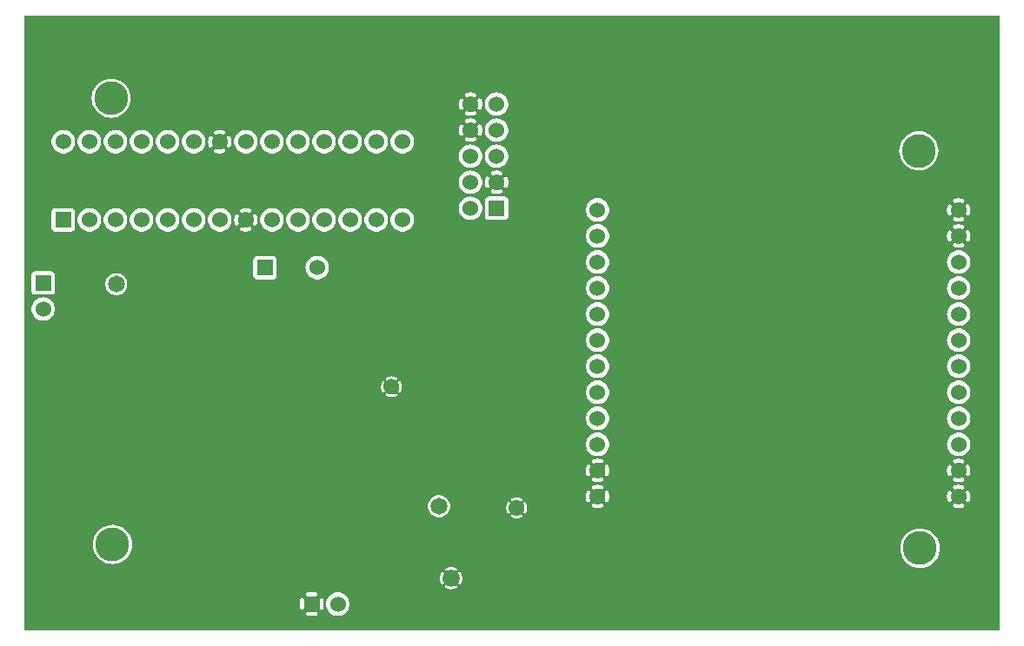
<source format=gbr>
G04 start of page 3 for group 1 idx 1 *
G04 Title: (unknown), ground plane *
G04 Creator: pcb 20110918 *
G04 CreationDate: Tue 14 Apr 2015 10:20:40 PM GMT UTC *
G04 For: andrew *
G04 Format: Gerber/RS-274X *
G04 PCB-Dimensions: 374016 236220 *
G04 PCB-Coordinate-Origin: lower left *
%MOIN*%
%FSLAX25Y25*%
%LNBOTTOM*%
%ADD37C,0.0460*%
%ADD36C,0.0280*%
%ADD35C,0.0380*%
%ADD34C,0.1260*%
%ADD33C,0.0350*%
%ADD32C,0.1260*%
%ADD31C,0.1300*%
%ADD30C,0.1300*%
%ADD29C,0.0650*%
%ADD28C,0.0600*%
%ADD27C,0.0001*%
G54D27*G36*
X361883Y236220D02*X374016D01*
Y19680D01*
X361883D01*
Y49343D01*
X361926Y49350D01*
X362038Y49387D01*
X362143Y49442D01*
X362238Y49512D01*
X362321Y49596D01*
X362389Y49692D01*
X362440Y49798D01*
X362588Y50206D01*
X362692Y50627D01*
X362754Y51057D01*
X362775Y51490D01*
X362754Y51923D01*
X362692Y52353D01*
X362588Y52774D01*
X362445Y53184D01*
X362392Y53290D01*
X362323Y53386D01*
X362240Y53471D01*
X362145Y53541D01*
X362039Y53596D01*
X361927Y53633D01*
X361883Y53641D01*
Y59343D01*
X361926Y59350D01*
X362038Y59387D01*
X362143Y59442D01*
X362238Y59512D01*
X362321Y59596D01*
X362389Y59692D01*
X362440Y59798D01*
X362588Y60206D01*
X362692Y60627D01*
X362754Y61057D01*
X362775Y61490D01*
X362754Y61923D01*
X362692Y62353D01*
X362588Y62774D01*
X362445Y63184D01*
X362392Y63290D01*
X362323Y63386D01*
X362240Y63471D01*
X362145Y63541D01*
X362039Y63596D01*
X361927Y63633D01*
X361883Y63641D01*
Y68792D01*
X361922Y68837D01*
X362292Y69441D01*
X362563Y70095D01*
X362728Y70784D01*
X362770Y71490D01*
X362728Y72196D01*
X362563Y72885D01*
X362292Y73539D01*
X361922Y74143D01*
X361883Y74188D01*
Y78792D01*
X361922Y78837D01*
X362292Y79441D01*
X362563Y80095D01*
X362728Y80784D01*
X362770Y81490D01*
X362728Y82196D01*
X362563Y82885D01*
X362292Y83539D01*
X361922Y84143D01*
X361883Y84188D01*
Y88792D01*
X361922Y88837D01*
X362292Y89441D01*
X362563Y90095D01*
X362728Y90784D01*
X362770Y91490D01*
X362728Y92196D01*
X362563Y92885D01*
X362292Y93539D01*
X361922Y94143D01*
X361883Y94188D01*
Y98792D01*
X361922Y98837D01*
X362292Y99441D01*
X362563Y100095D01*
X362728Y100784D01*
X362770Y101490D01*
X362728Y102196D01*
X362563Y102885D01*
X362292Y103539D01*
X361922Y104143D01*
X361883Y104188D01*
Y108792D01*
X361922Y108837D01*
X362292Y109441D01*
X362563Y110095D01*
X362728Y110784D01*
X362770Y111490D01*
X362728Y112196D01*
X362563Y112885D01*
X362292Y113539D01*
X361922Y114143D01*
X361883Y114188D01*
Y118792D01*
X361922Y118837D01*
X362292Y119441D01*
X362563Y120095D01*
X362728Y120784D01*
X362770Y121490D01*
X362728Y122196D01*
X362563Y122885D01*
X362292Y123539D01*
X361922Y124143D01*
X361883Y124188D01*
Y128792D01*
X361922Y128837D01*
X362292Y129441D01*
X362563Y130095D01*
X362728Y130784D01*
X362770Y131490D01*
X362728Y132196D01*
X362563Y132885D01*
X362292Y133539D01*
X361922Y134143D01*
X361883Y134188D01*
Y138792D01*
X361922Y138837D01*
X362292Y139441D01*
X362563Y140095D01*
X362728Y140784D01*
X362770Y141490D01*
X362728Y142196D01*
X362563Y142885D01*
X362292Y143539D01*
X361922Y144143D01*
X361883Y144188D01*
Y149343D01*
X361926Y149350D01*
X362038Y149387D01*
X362143Y149442D01*
X362238Y149512D01*
X362321Y149596D01*
X362389Y149692D01*
X362440Y149798D01*
X362588Y150206D01*
X362692Y150627D01*
X362754Y151057D01*
X362775Y151490D01*
X362754Y151923D01*
X362692Y152353D01*
X362588Y152774D01*
X362445Y153184D01*
X362392Y153290D01*
X362323Y153386D01*
X362240Y153471D01*
X362145Y153541D01*
X362039Y153596D01*
X361927Y153633D01*
X361883Y153641D01*
Y159343D01*
X361926Y159350D01*
X362038Y159387D01*
X362143Y159442D01*
X362238Y159512D01*
X362321Y159596D01*
X362389Y159692D01*
X362440Y159798D01*
X362588Y160206D01*
X362692Y160627D01*
X362754Y161057D01*
X362775Y161490D01*
X362754Y161923D01*
X362692Y162353D01*
X362588Y162774D01*
X362445Y163184D01*
X362392Y163290D01*
X362323Y163386D01*
X362240Y163471D01*
X362145Y163541D01*
X362039Y163596D01*
X361927Y163633D01*
X361883Y163641D01*
Y236220D01*
G37*
G36*
Y134188D02*X361462Y134682D01*
X360923Y135142D01*
X360319Y135512D01*
X359665Y135783D01*
X358976Y135948D01*
X358270Y136004D01*
X358263Y136003D01*
Y136977D01*
X358270Y136976D01*
X358976Y137032D01*
X359665Y137197D01*
X360319Y137468D01*
X360923Y137838D01*
X361462Y138298D01*
X361883Y138792D01*
Y134188D01*
G37*
G36*
Y124188D02*X361462Y124682D01*
X360923Y125142D01*
X360319Y125512D01*
X359665Y125783D01*
X358976Y125948D01*
X358270Y126004D01*
X358263Y126003D01*
Y126977D01*
X358270Y126976D01*
X358976Y127032D01*
X359665Y127197D01*
X360319Y127468D01*
X360923Y127838D01*
X361462Y128298D01*
X361883Y128792D01*
Y124188D01*
G37*
G36*
Y114188D02*X361462Y114682D01*
X360923Y115142D01*
X360319Y115512D01*
X359665Y115783D01*
X358976Y115948D01*
X358270Y116004D01*
X358263Y116003D01*
Y116977D01*
X358270Y116976D01*
X358976Y117032D01*
X359665Y117197D01*
X360319Y117468D01*
X360923Y117838D01*
X361462Y118298D01*
X361883Y118792D01*
Y114188D01*
G37*
G36*
Y104188D02*X361462Y104682D01*
X360923Y105142D01*
X360319Y105512D01*
X359665Y105783D01*
X358976Y105948D01*
X358270Y106004D01*
X358263Y106003D01*
Y106977D01*
X358270Y106976D01*
X358976Y107032D01*
X359665Y107197D01*
X360319Y107468D01*
X360923Y107838D01*
X361462Y108298D01*
X361883Y108792D01*
Y104188D01*
G37*
G36*
Y94188D02*X361462Y94682D01*
X360923Y95142D01*
X360319Y95512D01*
X359665Y95783D01*
X358976Y95948D01*
X358270Y96004D01*
X358263Y96003D01*
Y96977D01*
X358270Y96976D01*
X358976Y97032D01*
X359665Y97197D01*
X360319Y97468D01*
X360923Y97838D01*
X361462Y98298D01*
X361883Y98792D01*
Y94188D01*
G37*
G36*
Y84188D02*X361462Y84682D01*
X360923Y85142D01*
X360319Y85512D01*
X359665Y85783D01*
X358976Y85948D01*
X358270Y86004D01*
X358263Y86003D01*
Y86977D01*
X358270Y86976D01*
X358976Y87032D01*
X359665Y87197D01*
X360319Y87468D01*
X360923Y87838D01*
X361462Y88298D01*
X361883Y88792D01*
Y84188D01*
G37*
G36*
Y74188D02*X361462Y74682D01*
X360923Y75142D01*
X360319Y75512D01*
X359665Y75783D01*
X358976Y75948D01*
X358270Y76004D01*
X358263Y76003D01*
Y76977D01*
X358270Y76976D01*
X358976Y77032D01*
X359665Y77197D01*
X360319Y77468D01*
X360923Y77838D01*
X361462Y78298D01*
X361883Y78792D01*
Y74188D01*
G37*
G36*
Y19680D02*X358263D01*
Y46985D01*
X358270Y46985D01*
X358703Y47006D01*
X359133Y47068D01*
X359554Y47172D01*
X359964Y47315D01*
X360070Y47368D01*
X360166Y47437D01*
X360251Y47520D01*
X360321Y47615D01*
X360376Y47721D01*
X360413Y47833D01*
X360433Y47950D01*
X360434Y48069D01*
X360416Y48186D01*
X360380Y48299D01*
X360327Y48405D01*
X360258Y48502D01*
X360175Y48586D01*
X360079Y48657D01*
X359974Y48711D01*
X359862Y48749D01*
X359745Y48768D01*
X359626Y48769D01*
X359509Y48751D01*
X359396Y48713D01*
X359125Y48614D01*
X358845Y48546D01*
X358559Y48504D01*
X358270Y48490D01*
X358263Y48490D01*
Y54490D01*
X358270Y54490D01*
X358559Y54476D01*
X358845Y54434D01*
X359125Y54366D01*
X359398Y54270D01*
X359509Y54232D01*
X359626Y54215D01*
X359744Y54215D01*
X359861Y54235D01*
X359973Y54272D01*
X360077Y54326D01*
X360172Y54396D01*
X360255Y54481D01*
X360324Y54577D01*
X360377Y54682D01*
X360413Y54795D01*
X360430Y54911D01*
X360429Y55029D01*
X360410Y55146D01*
X360373Y55258D01*
X360318Y55363D01*
X360248Y55458D01*
X360164Y55541D01*
X360068Y55609D01*
X359962Y55660D01*
X359554Y55808D01*
X359133Y55912D01*
X358703Y55974D01*
X358270Y55995D01*
X358263Y55995D01*
Y56985D01*
X358270Y56985D01*
X358703Y57006D01*
X359133Y57068D01*
X359554Y57172D01*
X359964Y57315D01*
X360070Y57368D01*
X360166Y57437D01*
X360251Y57520D01*
X360321Y57615D01*
X360376Y57721D01*
X360413Y57833D01*
X360433Y57950D01*
X360434Y58069D01*
X360416Y58186D01*
X360380Y58299D01*
X360327Y58405D01*
X360258Y58502D01*
X360175Y58586D01*
X360079Y58657D01*
X359974Y58711D01*
X359862Y58749D01*
X359745Y58768D01*
X359626Y58769D01*
X359509Y58751D01*
X359396Y58713D01*
X359125Y58614D01*
X358845Y58546D01*
X358559Y58504D01*
X358270Y58490D01*
X358263Y58490D01*
Y64490D01*
X358270Y64490D01*
X358559Y64476D01*
X358845Y64434D01*
X359125Y64366D01*
X359398Y64270D01*
X359509Y64232D01*
X359626Y64215D01*
X359744Y64215D01*
X359861Y64235D01*
X359973Y64272D01*
X360077Y64326D01*
X360172Y64396D01*
X360255Y64481D01*
X360324Y64577D01*
X360377Y64682D01*
X360413Y64795D01*
X360430Y64911D01*
X360429Y65029D01*
X360410Y65146D01*
X360373Y65258D01*
X360318Y65363D01*
X360248Y65458D01*
X360164Y65541D01*
X360068Y65609D01*
X359962Y65660D01*
X359554Y65808D01*
X359133Y65912D01*
X358703Y65974D01*
X358270Y65995D01*
X358263Y65995D01*
Y66977D01*
X358270Y66976D01*
X358976Y67032D01*
X359665Y67197D01*
X360319Y67468D01*
X360923Y67838D01*
X361462Y68298D01*
X361883Y68792D01*
Y63641D01*
X361810Y63653D01*
X361691Y63654D01*
X361574Y63636D01*
X361461Y63600D01*
X361355Y63547D01*
X361258Y63478D01*
X361174Y63395D01*
X361103Y63299D01*
X361049Y63194D01*
X361011Y63082D01*
X360992Y62965D01*
X360991Y62846D01*
X361009Y62729D01*
X361047Y62616D01*
X361146Y62345D01*
X361214Y62065D01*
X361256Y61779D01*
X361270Y61490D01*
X361256Y61201D01*
X361214Y60915D01*
X361146Y60635D01*
X361050Y60362D01*
X361012Y60251D01*
X360995Y60134D01*
X360995Y60016D01*
X361015Y59899D01*
X361052Y59787D01*
X361106Y59683D01*
X361176Y59588D01*
X361261Y59505D01*
X361357Y59436D01*
X361462Y59383D01*
X361575Y59347D01*
X361691Y59330D01*
X361809Y59331D01*
X361883Y59343D01*
Y53641D01*
X361810Y53653D01*
X361691Y53654D01*
X361574Y53636D01*
X361461Y53600D01*
X361355Y53547D01*
X361258Y53478D01*
X361174Y53395D01*
X361103Y53299D01*
X361049Y53194D01*
X361011Y53082D01*
X360992Y52965D01*
X360991Y52846D01*
X361009Y52729D01*
X361047Y52616D01*
X361146Y52345D01*
X361214Y52065D01*
X361256Y51779D01*
X361270Y51490D01*
X361256Y51201D01*
X361214Y50915D01*
X361146Y50635D01*
X361050Y50362D01*
X361012Y50251D01*
X360995Y50134D01*
X360995Y50016D01*
X361015Y49899D01*
X361052Y49787D01*
X361106Y49683D01*
X361176Y49588D01*
X361261Y49505D01*
X361357Y49436D01*
X361462Y49383D01*
X361575Y49347D01*
X361691Y49330D01*
X361809Y49331D01*
X361883Y49343D01*
Y19680D01*
G37*
G36*
X358263Y236220D02*X361883D01*
Y163641D01*
X361810Y163653D01*
X361691Y163654D01*
X361574Y163636D01*
X361461Y163600D01*
X361355Y163547D01*
X361258Y163478D01*
X361174Y163395D01*
X361103Y163299D01*
X361049Y163194D01*
X361011Y163082D01*
X360992Y162965D01*
X360991Y162846D01*
X361009Y162729D01*
X361047Y162616D01*
X361146Y162345D01*
X361214Y162065D01*
X361256Y161779D01*
X361270Y161490D01*
X361256Y161201D01*
X361214Y160915D01*
X361146Y160635D01*
X361050Y160362D01*
X361012Y160251D01*
X360995Y160134D01*
X360995Y160016D01*
X361015Y159899D01*
X361052Y159787D01*
X361106Y159683D01*
X361176Y159588D01*
X361261Y159505D01*
X361357Y159436D01*
X361462Y159383D01*
X361575Y159347D01*
X361691Y159330D01*
X361809Y159331D01*
X361883Y159343D01*
Y153641D01*
X361810Y153653D01*
X361691Y153654D01*
X361574Y153636D01*
X361461Y153600D01*
X361355Y153547D01*
X361258Y153478D01*
X361174Y153395D01*
X361103Y153299D01*
X361049Y153194D01*
X361011Y153082D01*
X360992Y152965D01*
X360991Y152846D01*
X361009Y152729D01*
X361047Y152616D01*
X361146Y152345D01*
X361214Y152065D01*
X361256Y151779D01*
X361270Y151490D01*
X361256Y151201D01*
X361214Y150915D01*
X361146Y150635D01*
X361050Y150362D01*
X361012Y150251D01*
X360995Y150134D01*
X360995Y150016D01*
X361015Y149899D01*
X361052Y149787D01*
X361106Y149683D01*
X361176Y149588D01*
X361261Y149505D01*
X361357Y149436D01*
X361462Y149383D01*
X361575Y149347D01*
X361691Y149330D01*
X361809Y149331D01*
X361883Y149343D01*
Y144188D01*
X361462Y144682D01*
X360923Y145142D01*
X360319Y145512D01*
X359665Y145783D01*
X358976Y145948D01*
X358270Y146004D01*
X358263Y146003D01*
Y146985D01*
X358270Y146985D01*
X358703Y147006D01*
X359133Y147068D01*
X359554Y147172D01*
X359964Y147315D01*
X360070Y147368D01*
X360166Y147437D01*
X360251Y147520D01*
X360321Y147615D01*
X360376Y147721D01*
X360413Y147833D01*
X360433Y147950D01*
X360434Y148069D01*
X360416Y148186D01*
X360380Y148299D01*
X360327Y148405D01*
X360258Y148502D01*
X360175Y148586D01*
X360079Y148657D01*
X359974Y148711D01*
X359862Y148749D01*
X359745Y148768D01*
X359626Y148769D01*
X359509Y148751D01*
X359396Y148713D01*
X359125Y148614D01*
X358845Y148546D01*
X358559Y148504D01*
X358270Y148490D01*
X358263Y148490D01*
Y154490D01*
X358270Y154490D01*
X358559Y154476D01*
X358845Y154434D01*
X359125Y154366D01*
X359398Y154270D01*
X359509Y154232D01*
X359626Y154215D01*
X359744Y154215D01*
X359861Y154235D01*
X359973Y154272D01*
X360077Y154326D01*
X360172Y154396D01*
X360255Y154481D01*
X360324Y154577D01*
X360377Y154682D01*
X360413Y154795D01*
X360430Y154911D01*
X360429Y155029D01*
X360410Y155146D01*
X360373Y155258D01*
X360318Y155363D01*
X360248Y155458D01*
X360164Y155541D01*
X360068Y155609D01*
X359962Y155660D01*
X359554Y155808D01*
X359133Y155912D01*
X358703Y155974D01*
X358270Y155995D01*
X358263Y155995D01*
Y156985D01*
X358270Y156985D01*
X358703Y157006D01*
X359133Y157068D01*
X359554Y157172D01*
X359964Y157315D01*
X360070Y157368D01*
X360166Y157437D01*
X360251Y157520D01*
X360321Y157615D01*
X360376Y157721D01*
X360413Y157833D01*
X360433Y157950D01*
X360434Y158069D01*
X360416Y158186D01*
X360380Y158299D01*
X360327Y158405D01*
X360258Y158502D01*
X360175Y158586D01*
X360079Y158657D01*
X359974Y158711D01*
X359862Y158749D01*
X359745Y158768D01*
X359626Y158769D01*
X359509Y158751D01*
X359396Y158713D01*
X359125Y158614D01*
X358845Y158546D01*
X358559Y158504D01*
X358270Y158490D01*
X358263Y158490D01*
Y164490D01*
X358270Y164490D01*
X358559Y164476D01*
X358845Y164434D01*
X359125Y164366D01*
X359398Y164270D01*
X359509Y164232D01*
X359626Y164215D01*
X359744Y164215D01*
X359861Y164235D01*
X359973Y164272D01*
X360077Y164326D01*
X360172Y164396D01*
X360255Y164481D01*
X360324Y164577D01*
X360377Y164682D01*
X360413Y164795D01*
X360430Y164911D01*
X360429Y165029D01*
X360410Y165146D01*
X360373Y165258D01*
X360318Y165363D01*
X360248Y165458D01*
X360164Y165541D01*
X360068Y165609D01*
X359962Y165660D01*
X359554Y165808D01*
X359133Y165912D01*
X358703Y165974D01*
X358270Y165995D01*
X358263Y165995D01*
Y236220D01*
G37*
G36*
X354657Y68792D02*X355078Y68298D01*
X355617Y67838D01*
X356221Y67468D01*
X356875Y67197D01*
X357564Y67032D01*
X358263Y66977D01*
Y65995D01*
X357837Y65974D01*
X357407Y65912D01*
X356986Y65808D01*
X356576Y65665D01*
X356470Y65612D01*
X356374Y65543D01*
X356289Y65460D01*
X356219Y65365D01*
X356164Y65259D01*
X356127Y65147D01*
X356107Y65030D01*
X356106Y64911D01*
X356124Y64794D01*
X356160Y64681D01*
X356213Y64575D01*
X356282Y64478D01*
X356365Y64394D01*
X356461Y64323D01*
X356566Y64269D01*
X356678Y64231D01*
X356795Y64212D01*
X356914Y64211D01*
X357031Y64229D01*
X357144Y64267D01*
X357415Y64366D01*
X357695Y64434D01*
X357981Y64476D01*
X358263Y64490D01*
Y58490D01*
X357981Y58504D01*
X357695Y58546D01*
X357415Y58614D01*
X357142Y58710D01*
X357031Y58748D01*
X356914Y58765D01*
X356796Y58765D01*
X356679Y58745D01*
X356567Y58708D01*
X356463Y58654D01*
X356368Y58584D01*
X356285Y58499D01*
X356216Y58403D01*
X356163Y58298D01*
X356127Y58185D01*
X356110Y58069D01*
X356111Y57951D01*
X356130Y57834D01*
X356167Y57722D01*
X356222Y57617D01*
X356292Y57522D01*
X356376Y57439D01*
X356472Y57371D01*
X356578Y57320D01*
X356986Y57172D01*
X357407Y57068D01*
X357837Y57006D01*
X358263Y56985D01*
Y55995D01*
X357837Y55974D01*
X357407Y55912D01*
X356986Y55808D01*
X356576Y55665D01*
X356470Y55612D01*
X356374Y55543D01*
X356289Y55460D01*
X356219Y55365D01*
X356164Y55259D01*
X356127Y55147D01*
X356107Y55030D01*
X356106Y54911D01*
X356124Y54794D01*
X356160Y54681D01*
X356213Y54575D01*
X356282Y54478D01*
X356365Y54394D01*
X356461Y54323D01*
X356566Y54269D01*
X356678Y54231D01*
X356795Y54212D01*
X356914Y54211D01*
X357031Y54229D01*
X357144Y54267D01*
X357415Y54366D01*
X357695Y54434D01*
X357981Y54476D01*
X358263Y54490D01*
Y48490D01*
X357981Y48504D01*
X357695Y48546D01*
X357415Y48614D01*
X357142Y48710D01*
X357031Y48748D01*
X356914Y48765D01*
X356796Y48765D01*
X356679Y48745D01*
X356567Y48708D01*
X356463Y48654D01*
X356368Y48584D01*
X356285Y48499D01*
X356216Y48403D01*
X356163Y48298D01*
X356127Y48185D01*
X356110Y48069D01*
X356111Y47951D01*
X356130Y47834D01*
X356167Y47722D01*
X356222Y47617D01*
X356292Y47522D01*
X356376Y47439D01*
X356472Y47371D01*
X356578Y47320D01*
X356986Y47172D01*
X357407Y47068D01*
X357837Y47006D01*
X358263Y46985D01*
Y19680D01*
X354657D01*
Y49339D01*
X354730Y49327D01*
X354849Y49326D01*
X354966Y49344D01*
X355079Y49380D01*
X355185Y49433D01*
X355282Y49502D01*
X355366Y49585D01*
X355437Y49681D01*
X355491Y49786D01*
X355529Y49898D01*
X355548Y50015D01*
X355549Y50134D01*
X355531Y50251D01*
X355493Y50364D01*
X355394Y50635D01*
X355326Y50915D01*
X355284Y51201D01*
X355270Y51490D01*
X355284Y51779D01*
X355326Y52065D01*
X355394Y52345D01*
X355490Y52618D01*
X355528Y52729D01*
X355545Y52846D01*
X355545Y52964D01*
X355525Y53081D01*
X355488Y53193D01*
X355434Y53297D01*
X355364Y53392D01*
X355279Y53475D01*
X355183Y53544D01*
X355078Y53597D01*
X354965Y53633D01*
X354849Y53650D01*
X354731Y53649D01*
X354657Y53637D01*
Y59339D01*
X354730Y59327D01*
X354849Y59326D01*
X354966Y59344D01*
X355079Y59380D01*
X355185Y59433D01*
X355282Y59502D01*
X355366Y59585D01*
X355437Y59681D01*
X355491Y59786D01*
X355529Y59898D01*
X355548Y60015D01*
X355549Y60134D01*
X355531Y60251D01*
X355493Y60364D01*
X355394Y60635D01*
X355326Y60915D01*
X355284Y61201D01*
X355270Y61490D01*
X355284Y61779D01*
X355326Y62065D01*
X355394Y62345D01*
X355490Y62618D01*
X355528Y62729D01*
X355545Y62846D01*
X355545Y62964D01*
X355525Y63081D01*
X355488Y63193D01*
X355434Y63297D01*
X355364Y63392D01*
X355279Y63475D01*
X355183Y63544D01*
X355078Y63597D01*
X354965Y63633D01*
X354849Y63650D01*
X354731Y63649D01*
X354657Y63637D01*
Y68792D01*
G37*
G36*
Y78792D02*X355078Y78298D01*
X355617Y77838D01*
X356221Y77468D01*
X356875Y77197D01*
X357564Y77032D01*
X358263Y76977D01*
Y76003D01*
X357564Y75948D01*
X356875Y75783D01*
X356221Y75512D01*
X355617Y75142D01*
X355078Y74682D01*
X354657Y74188D01*
Y78792D01*
G37*
G36*
Y88792D02*X355078Y88298D01*
X355617Y87838D01*
X356221Y87468D01*
X356875Y87197D01*
X357564Y87032D01*
X358263Y86977D01*
Y86003D01*
X357564Y85948D01*
X356875Y85783D01*
X356221Y85512D01*
X355617Y85142D01*
X355078Y84682D01*
X354657Y84188D01*
Y88792D01*
G37*
G36*
Y98792D02*X355078Y98298D01*
X355617Y97838D01*
X356221Y97468D01*
X356875Y97197D01*
X357564Y97032D01*
X358263Y96977D01*
Y96003D01*
X357564Y95948D01*
X356875Y95783D01*
X356221Y95512D01*
X355617Y95142D01*
X355078Y94682D01*
X354657Y94188D01*
Y98792D01*
G37*
G36*
Y108792D02*X355078Y108298D01*
X355617Y107838D01*
X356221Y107468D01*
X356875Y107197D01*
X357564Y107032D01*
X358263Y106977D01*
Y106003D01*
X357564Y105948D01*
X356875Y105783D01*
X356221Y105512D01*
X355617Y105142D01*
X355078Y104682D01*
X354657Y104188D01*
Y108792D01*
G37*
G36*
Y118792D02*X355078Y118298D01*
X355617Y117838D01*
X356221Y117468D01*
X356875Y117197D01*
X357564Y117032D01*
X358263Y116977D01*
Y116003D01*
X357564Y115948D01*
X356875Y115783D01*
X356221Y115512D01*
X355617Y115142D01*
X355078Y114682D01*
X354657Y114188D01*
Y118792D01*
G37*
G36*
Y128792D02*X355078Y128298D01*
X355617Y127838D01*
X356221Y127468D01*
X356875Y127197D01*
X357564Y127032D01*
X358263Y126977D01*
Y126003D01*
X357564Y125948D01*
X356875Y125783D01*
X356221Y125512D01*
X355617Y125142D01*
X355078Y124682D01*
X354657Y124188D01*
Y128792D01*
G37*
G36*
Y138792D02*X355078Y138298D01*
X355617Y137838D01*
X356221Y137468D01*
X356875Y137197D01*
X357564Y137032D01*
X358263Y136977D01*
Y136003D01*
X357564Y135948D01*
X356875Y135783D01*
X356221Y135512D01*
X355617Y135142D01*
X355078Y134682D01*
X354657Y134188D01*
Y138792D01*
G37*
G36*
Y236220D02*X358263D01*
Y165995D01*
X357837Y165974D01*
X357407Y165912D01*
X356986Y165808D01*
X356576Y165665D01*
X356470Y165612D01*
X356374Y165543D01*
X356289Y165460D01*
X356219Y165365D01*
X356164Y165259D01*
X356127Y165147D01*
X356107Y165030D01*
X356106Y164911D01*
X356124Y164794D01*
X356160Y164681D01*
X356213Y164575D01*
X356282Y164478D01*
X356365Y164394D01*
X356461Y164323D01*
X356566Y164269D01*
X356678Y164231D01*
X356795Y164212D01*
X356914Y164211D01*
X357031Y164229D01*
X357144Y164267D01*
X357415Y164366D01*
X357695Y164434D01*
X357981Y164476D01*
X358263Y164490D01*
Y158490D01*
X357981Y158504D01*
X357695Y158546D01*
X357415Y158614D01*
X357142Y158710D01*
X357031Y158748D01*
X356914Y158765D01*
X356796Y158765D01*
X356679Y158745D01*
X356567Y158708D01*
X356463Y158654D01*
X356368Y158584D01*
X356285Y158499D01*
X356216Y158403D01*
X356163Y158298D01*
X356127Y158185D01*
X356110Y158069D01*
X356111Y157951D01*
X356130Y157834D01*
X356167Y157722D01*
X356222Y157617D01*
X356292Y157522D01*
X356376Y157439D01*
X356472Y157371D01*
X356578Y157320D01*
X356986Y157172D01*
X357407Y157068D01*
X357837Y157006D01*
X358263Y156985D01*
Y155995D01*
X357837Y155974D01*
X357407Y155912D01*
X356986Y155808D01*
X356576Y155665D01*
X356470Y155612D01*
X356374Y155543D01*
X356289Y155460D01*
X356219Y155365D01*
X356164Y155259D01*
X356127Y155147D01*
X356107Y155030D01*
X356106Y154911D01*
X356124Y154794D01*
X356160Y154681D01*
X356213Y154575D01*
X356282Y154478D01*
X356365Y154394D01*
X356461Y154323D01*
X356566Y154269D01*
X356678Y154231D01*
X356795Y154212D01*
X356914Y154211D01*
X357031Y154229D01*
X357144Y154267D01*
X357415Y154366D01*
X357695Y154434D01*
X357981Y154476D01*
X358263Y154490D01*
Y148490D01*
X357981Y148504D01*
X357695Y148546D01*
X357415Y148614D01*
X357142Y148710D01*
X357031Y148748D01*
X356914Y148765D01*
X356796Y148765D01*
X356679Y148745D01*
X356567Y148708D01*
X356463Y148654D01*
X356368Y148584D01*
X356285Y148499D01*
X356216Y148403D01*
X356163Y148298D01*
X356127Y148185D01*
X356110Y148069D01*
X356111Y147951D01*
X356130Y147834D01*
X356167Y147722D01*
X356222Y147617D01*
X356292Y147522D01*
X356376Y147439D01*
X356472Y147371D01*
X356578Y147320D01*
X356986Y147172D01*
X357407Y147068D01*
X357837Y147006D01*
X358263Y146985D01*
Y146003D01*
X357564Y145948D01*
X356875Y145783D01*
X356221Y145512D01*
X355617Y145142D01*
X355078Y144682D01*
X354657Y144188D01*
Y149339D01*
X354730Y149327D01*
X354849Y149326D01*
X354966Y149344D01*
X355079Y149380D01*
X355185Y149433D01*
X355282Y149502D01*
X355366Y149585D01*
X355437Y149681D01*
X355491Y149786D01*
X355529Y149898D01*
X355548Y150015D01*
X355549Y150134D01*
X355531Y150251D01*
X355493Y150364D01*
X355394Y150635D01*
X355326Y150915D01*
X355284Y151201D01*
X355270Y151490D01*
X355284Y151779D01*
X355326Y152065D01*
X355394Y152345D01*
X355490Y152618D01*
X355528Y152729D01*
X355545Y152846D01*
X355545Y152964D01*
X355525Y153081D01*
X355488Y153193D01*
X355434Y153297D01*
X355364Y153392D01*
X355279Y153475D01*
X355183Y153544D01*
X355078Y153597D01*
X354965Y153633D01*
X354849Y153650D01*
X354731Y153649D01*
X354657Y153637D01*
Y159339D01*
X354730Y159327D01*
X354849Y159326D01*
X354966Y159344D01*
X355079Y159380D01*
X355185Y159433D01*
X355282Y159502D01*
X355366Y159585D01*
X355437Y159681D01*
X355491Y159786D01*
X355529Y159898D01*
X355548Y160015D01*
X355549Y160134D01*
X355531Y160251D01*
X355493Y160364D01*
X355394Y160635D01*
X355326Y160915D01*
X355284Y161201D01*
X355270Y161490D01*
X355284Y161779D01*
X355326Y162065D01*
X355394Y162345D01*
X355490Y162618D01*
X355528Y162729D01*
X355545Y162846D01*
X355545Y162964D01*
X355525Y163081D01*
X355488Y163193D01*
X355434Y163297D01*
X355364Y163392D01*
X355279Y163475D01*
X355183Y163544D01*
X355078Y163597D01*
X354965Y163633D01*
X354849Y163650D01*
X354731Y163649D01*
X354657Y163637D01*
Y236220D01*
G37*
G36*
X342974D02*X354657D01*
Y163637D01*
X354614Y163630D01*
X354502Y163593D01*
X354397Y163538D01*
X354302Y163468D01*
X354219Y163384D01*
X354151Y163288D01*
X354100Y163182D01*
X353952Y162774D01*
X353848Y162353D01*
X353786Y161923D01*
X353765Y161490D01*
X353786Y161057D01*
X353848Y160627D01*
X353952Y160206D01*
X354095Y159796D01*
X354148Y159690D01*
X354217Y159594D01*
X354300Y159509D01*
X354395Y159439D01*
X354501Y159384D01*
X354613Y159347D01*
X354657Y159339D01*
Y153637D01*
X354614Y153630D01*
X354502Y153593D01*
X354397Y153538D01*
X354302Y153468D01*
X354219Y153384D01*
X354151Y153288D01*
X354100Y153182D01*
X353952Y152774D01*
X353848Y152353D01*
X353786Y151923D01*
X353765Y151490D01*
X353786Y151057D01*
X353848Y150627D01*
X353952Y150206D01*
X354095Y149796D01*
X354148Y149690D01*
X354217Y149594D01*
X354300Y149509D01*
X354395Y149439D01*
X354501Y149384D01*
X354613Y149347D01*
X354657Y149339D01*
Y144188D01*
X354618Y144143D01*
X354248Y143539D01*
X353977Y142885D01*
X353812Y142196D01*
X353756Y141490D01*
X353812Y140784D01*
X353977Y140095D01*
X354248Y139441D01*
X354618Y138837D01*
X354657Y138792D01*
Y134188D01*
X354618Y134143D01*
X354248Y133539D01*
X353977Y132885D01*
X353812Y132196D01*
X353756Y131490D01*
X353812Y130784D01*
X353977Y130095D01*
X354248Y129441D01*
X354618Y128837D01*
X354657Y128792D01*
Y124188D01*
X354618Y124143D01*
X354248Y123539D01*
X353977Y122885D01*
X353812Y122196D01*
X353756Y121490D01*
X353812Y120784D01*
X353977Y120095D01*
X354248Y119441D01*
X354618Y118837D01*
X354657Y118792D01*
Y114188D01*
X354618Y114143D01*
X354248Y113539D01*
X353977Y112885D01*
X353812Y112196D01*
X353756Y111490D01*
X353812Y110784D01*
X353977Y110095D01*
X354248Y109441D01*
X354618Y108837D01*
X354657Y108792D01*
Y104188D01*
X354618Y104143D01*
X354248Y103539D01*
X353977Y102885D01*
X353812Y102196D01*
X353756Y101490D01*
X353812Y100784D01*
X353977Y100095D01*
X354248Y99441D01*
X354618Y98837D01*
X354657Y98792D01*
Y94188D01*
X354618Y94143D01*
X354248Y93539D01*
X353977Y92885D01*
X353812Y92196D01*
X353756Y91490D01*
X353812Y90784D01*
X353977Y90095D01*
X354248Y89441D01*
X354618Y88837D01*
X354657Y88792D01*
Y84188D01*
X354618Y84143D01*
X354248Y83539D01*
X353977Y82885D01*
X353812Y82196D01*
X353756Y81490D01*
X353812Y80784D01*
X353977Y80095D01*
X354248Y79441D01*
X354618Y78837D01*
X354657Y78792D01*
Y74188D01*
X354618Y74143D01*
X354248Y73539D01*
X353977Y72885D01*
X353812Y72196D01*
X353756Y71490D01*
X353812Y70784D01*
X353977Y70095D01*
X354248Y69441D01*
X354618Y68837D01*
X354657Y68792D01*
Y63637D01*
X354614Y63630D01*
X354502Y63593D01*
X354397Y63538D01*
X354302Y63468D01*
X354219Y63384D01*
X354151Y63288D01*
X354100Y63182D01*
X353952Y62774D01*
X353848Y62353D01*
X353786Y61923D01*
X353765Y61490D01*
X353786Y61057D01*
X353848Y60627D01*
X353952Y60206D01*
X354095Y59796D01*
X354148Y59690D01*
X354217Y59594D01*
X354300Y59509D01*
X354395Y59439D01*
X354501Y59384D01*
X354613Y59347D01*
X354657Y59339D01*
Y53637D01*
X354614Y53630D01*
X354502Y53593D01*
X354397Y53538D01*
X354302Y53468D01*
X354219Y53384D01*
X354151Y53288D01*
X354100Y53182D01*
X353952Y52774D01*
X353848Y52353D01*
X353786Y51923D01*
X353765Y51490D01*
X353786Y51057D01*
X353848Y50627D01*
X353952Y50206D01*
X354095Y49796D01*
X354148Y49690D01*
X354217Y49594D01*
X354300Y49509D01*
X354395Y49439D01*
X354501Y49384D01*
X354613Y49347D01*
X354657Y49339D01*
Y19680D01*
X342974D01*
Y24119D01*
X343446Y24082D01*
X344623Y24174D01*
X345771Y24450D01*
X346861Y24902D01*
X347868Y25519D01*
X348766Y26285D01*
X349532Y27183D01*
X350149Y28190D01*
X350601Y29280D01*
X350877Y30428D01*
X350946Y31605D01*
X350877Y32782D01*
X350601Y33930D01*
X350149Y35020D01*
X349532Y36027D01*
X348766Y36925D01*
X347868Y37691D01*
X346861Y38308D01*
X345771Y38760D01*
X344623Y39036D01*
X343446Y39128D01*
X342974Y39091D01*
Y176673D01*
X342986Y176672D01*
X344163Y176764D01*
X345311Y177040D01*
X346401Y177492D01*
X347408Y178109D01*
X348306Y178875D01*
X349072Y179773D01*
X349689Y180780D01*
X350141Y181870D01*
X350417Y183018D01*
X350486Y184195D01*
X350417Y185372D01*
X350141Y186520D01*
X349689Y187610D01*
X349072Y188617D01*
X348306Y189515D01*
X347408Y190281D01*
X346401Y190898D01*
X345311Y191350D01*
X344163Y191626D01*
X342986Y191718D01*
X342974Y191717D01*
Y236220D01*
G37*
G36*
X223383D02*X342974D01*
Y191717D01*
X341809Y191626D01*
X340661Y191350D01*
X339571Y190898D01*
X338564Y190281D01*
X337666Y189515D01*
X336900Y188617D01*
X336283Y187610D01*
X335831Y186520D01*
X335555Y185372D01*
X335463Y184195D01*
X335555Y183018D01*
X335831Y181870D01*
X336283Y180780D01*
X336900Y179773D01*
X337666Y178875D01*
X338564Y178109D01*
X339571Y177492D01*
X340661Y177040D01*
X341809Y176764D01*
X342974Y176673D01*
Y39091D01*
X342269Y39036D01*
X341121Y38760D01*
X340031Y38308D01*
X339024Y37691D01*
X338126Y36925D01*
X337360Y36027D01*
X336743Y35020D01*
X336291Y33930D01*
X336015Y32782D01*
X335923Y31605D01*
X336015Y30428D01*
X336291Y29280D01*
X336743Y28190D01*
X337360Y27183D01*
X338126Y26285D01*
X339024Y25519D01*
X340031Y24902D01*
X341121Y24450D01*
X342269Y24174D01*
X342974Y24119D01*
Y19680D01*
X223383D01*
Y49343D01*
X223426Y49350D01*
X223538Y49387D01*
X223643Y49442D01*
X223738Y49512D01*
X223821Y49596D01*
X223889Y49692D01*
X223940Y49798D01*
X224088Y50206D01*
X224192Y50627D01*
X224254Y51057D01*
X224275Y51490D01*
X224254Y51923D01*
X224192Y52353D01*
X224088Y52774D01*
X223945Y53184D01*
X223892Y53290D01*
X223823Y53386D01*
X223740Y53471D01*
X223645Y53541D01*
X223539Y53596D01*
X223427Y53633D01*
X223383Y53641D01*
Y59343D01*
X223426Y59350D01*
X223538Y59387D01*
X223643Y59442D01*
X223738Y59512D01*
X223821Y59596D01*
X223889Y59692D01*
X223940Y59798D01*
X224088Y60206D01*
X224192Y60627D01*
X224254Y61057D01*
X224275Y61490D01*
X224254Y61923D01*
X224192Y62353D01*
X224088Y62774D01*
X223945Y63184D01*
X223892Y63290D01*
X223823Y63386D01*
X223740Y63471D01*
X223645Y63541D01*
X223539Y63596D01*
X223427Y63633D01*
X223383Y63641D01*
Y68792D01*
X223422Y68837D01*
X223792Y69441D01*
X224063Y70095D01*
X224228Y70784D01*
X224270Y71490D01*
X224228Y72196D01*
X224063Y72885D01*
X223792Y73539D01*
X223422Y74143D01*
X223383Y74188D01*
Y78792D01*
X223422Y78837D01*
X223792Y79441D01*
X224063Y80095D01*
X224228Y80784D01*
X224270Y81490D01*
X224228Y82196D01*
X224063Y82885D01*
X223792Y83539D01*
X223422Y84143D01*
X223383Y84188D01*
Y88792D01*
X223422Y88837D01*
X223792Y89441D01*
X224063Y90095D01*
X224228Y90784D01*
X224270Y91490D01*
X224228Y92196D01*
X224063Y92885D01*
X223792Y93539D01*
X223422Y94143D01*
X223383Y94188D01*
Y98792D01*
X223422Y98837D01*
X223792Y99441D01*
X224063Y100095D01*
X224228Y100784D01*
X224270Y101490D01*
X224228Y102196D01*
X224063Y102885D01*
X223792Y103539D01*
X223422Y104143D01*
X223383Y104188D01*
Y108792D01*
X223422Y108837D01*
X223792Y109441D01*
X224063Y110095D01*
X224228Y110784D01*
X224270Y111490D01*
X224228Y112196D01*
X224063Y112885D01*
X223792Y113539D01*
X223422Y114143D01*
X223383Y114188D01*
Y118792D01*
X223422Y118837D01*
X223792Y119441D01*
X224063Y120095D01*
X224228Y120784D01*
X224270Y121490D01*
X224228Y122196D01*
X224063Y122885D01*
X223792Y123539D01*
X223422Y124143D01*
X223383Y124188D01*
Y128792D01*
X223422Y128837D01*
X223792Y129441D01*
X224063Y130095D01*
X224228Y130784D01*
X224270Y131490D01*
X224228Y132196D01*
X224063Y132885D01*
X223792Y133539D01*
X223422Y134143D01*
X223383Y134188D01*
Y138792D01*
X223422Y138837D01*
X223792Y139441D01*
X224063Y140095D01*
X224228Y140784D01*
X224270Y141490D01*
X224228Y142196D01*
X224063Y142885D01*
X223792Y143539D01*
X223422Y144143D01*
X223383Y144188D01*
Y148792D01*
X223422Y148837D01*
X223792Y149441D01*
X224063Y150095D01*
X224228Y150784D01*
X224270Y151490D01*
X224228Y152196D01*
X224063Y152885D01*
X223792Y153539D01*
X223422Y154143D01*
X223383Y154188D01*
Y158792D01*
X223422Y158837D01*
X223792Y159441D01*
X224063Y160095D01*
X224228Y160784D01*
X224270Y161490D01*
X224228Y162196D01*
X224063Y162885D01*
X223792Y163539D01*
X223422Y164143D01*
X223383Y164188D01*
Y236220D01*
G37*
G36*
Y154188D02*X222962Y154682D01*
X222423Y155142D01*
X221819Y155512D01*
X221165Y155783D01*
X220476Y155948D01*
X219770Y156004D01*
X219763Y156003D01*
Y156977D01*
X219770Y156976D01*
X220476Y157032D01*
X221165Y157197D01*
X221819Y157468D01*
X222423Y157838D01*
X222962Y158298D01*
X223383Y158792D01*
Y154188D01*
G37*
G36*
Y144188D02*X222962Y144682D01*
X222423Y145142D01*
X221819Y145512D01*
X221165Y145783D01*
X220476Y145948D01*
X219770Y146004D01*
X219763Y146003D01*
Y146977D01*
X219770Y146976D01*
X220476Y147032D01*
X221165Y147197D01*
X221819Y147468D01*
X222423Y147838D01*
X222962Y148298D01*
X223383Y148792D01*
Y144188D01*
G37*
G36*
Y134188D02*X222962Y134682D01*
X222423Y135142D01*
X221819Y135512D01*
X221165Y135783D01*
X220476Y135948D01*
X219770Y136004D01*
X219763Y136003D01*
Y136977D01*
X219770Y136976D01*
X220476Y137032D01*
X221165Y137197D01*
X221819Y137468D01*
X222423Y137838D01*
X222962Y138298D01*
X223383Y138792D01*
Y134188D01*
G37*
G36*
Y124188D02*X222962Y124682D01*
X222423Y125142D01*
X221819Y125512D01*
X221165Y125783D01*
X220476Y125948D01*
X219770Y126004D01*
X219763Y126003D01*
Y126977D01*
X219770Y126976D01*
X220476Y127032D01*
X221165Y127197D01*
X221819Y127468D01*
X222423Y127838D01*
X222962Y128298D01*
X223383Y128792D01*
Y124188D01*
G37*
G36*
Y114188D02*X222962Y114682D01*
X222423Y115142D01*
X221819Y115512D01*
X221165Y115783D01*
X220476Y115948D01*
X219770Y116004D01*
X219763Y116003D01*
Y116977D01*
X219770Y116976D01*
X220476Y117032D01*
X221165Y117197D01*
X221819Y117468D01*
X222423Y117838D01*
X222962Y118298D01*
X223383Y118792D01*
Y114188D01*
G37*
G36*
Y104188D02*X222962Y104682D01*
X222423Y105142D01*
X221819Y105512D01*
X221165Y105783D01*
X220476Y105948D01*
X219770Y106004D01*
X219763Y106003D01*
Y106977D01*
X219770Y106976D01*
X220476Y107032D01*
X221165Y107197D01*
X221819Y107468D01*
X222423Y107838D01*
X222962Y108298D01*
X223383Y108792D01*
Y104188D01*
G37*
G36*
Y94188D02*X222962Y94682D01*
X222423Y95142D01*
X221819Y95512D01*
X221165Y95783D01*
X220476Y95948D01*
X219770Y96004D01*
X219763Y96003D01*
Y96977D01*
X219770Y96976D01*
X220476Y97032D01*
X221165Y97197D01*
X221819Y97468D01*
X222423Y97838D01*
X222962Y98298D01*
X223383Y98792D01*
Y94188D01*
G37*
G36*
Y84188D02*X222962Y84682D01*
X222423Y85142D01*
X221819Y85512D01*
X221165Y85783D01*
X220476Y85948D01*
X219770Y86004D01*
X219763Y86003D01*
Y86977D01*
X219770Y86976D01*
X220476Y87032D01*
X221165Y87197D01*
X221819Y87468D01*
X222423Y87838D01*
X222962Y88298D01*
X223383Y88792D01*
Y84188D01*
G37*
G36*
Y74188D02*X222962Y74682D01*
X222423Y75142D01*
X221819Y75512D01*
X221165Y75783D01*
X220476Y75948D01*
X219770Y76004D01*
X219763Y76003D01*
Y76977D01*
X219770Y76976D01*
X220476Y77032D01*
X221165Y77197D01*
X221819Y77468D01*
X222423Y77838D01*
X222962Y78298D01*
X223383Y78792D01*
Y74188D01*
G37*
G36*
Y19680D02*X219763D01*
Y46985D01*
X219770Y46985D01*
X220203Y47006D01*
X220633Y47068D01*
X221054Y47172D01*
X221464Y47315D01*
X221570Y47368D01*
X221666Y47437D01*
X221751Y47520D01*
X221821Y47615D01*
X221876Y47721D01*
X221913Y47833D01*
X221933Y47950D01*
X221934Y48069D01*
X221916Y48186D01*
X221880Y48299D01*
X221827Y48405D01*
X221758Y48502D01*
X221675Y48586D01*
X221579Y48657D01*
X221474Y48711D01*
X221362Y48749D01*
X221245Y48768D01*
X221126Y48769D01*
X221009Y48751D01*
X220896Y48713D01*
X220625Y48614D01*
X220345Y48546D01*
X220059Y48504D01*
X219770Y48490D01*
X219763Y48490D01*
Y54490D01*
X219770Y54490D01*
X220059Y54476D01*
X220345Y54434D01*
X220625Y54366D01*
X220898Y54270D01*
X221009Y54232D01*
X221126Y54215D01*
X221244Y54215D01*
X221361Y54235D01*
X221473Y54272D01*
X221577Y54326D01*
X221672Y54396D01*
X221755Y54481D01*
X221824Y54577D01*
X221877Y54682D01*
X221913Y54795D01*
X221930Y54911D01*
X221929Y55029D01*
X221910Y55146D01*
X221873Y55258D01*
X221818Y55363D01*
X221748Y55458D01*
X221664Y55541D01*
X221568Y55609D01*
X221462Y55660D01*
X221054Y55808D01*
X220633Y55912D01*
X220203Y55974D01*
X219770Y55995D01*
X219763Y55995D01*
Y56985D01*
X219770Y56985D01*
X220203Y57006D01*
X220633Y57068D01*
X221054Y57172D01*
X221464Y57315D01*
X221570Y57368D01*
X221666Y57437D01*
X221751Y57520D01*
X221821Y57615D01*
X221876Y57721D01*
X221913Y57833D01*
X221933Y57950D01*
X221934Y58069D01*
X221916Y58186D01*
X221880Y58299D01*
X221827Y58405D01*
X221758Y58502D01*
X221675Y58586D01*
X221579Y58657D01*
X221474Y58711D01*
X221362Y58749D01*
X221245Y58768D01*
X221126Y58769D01*
X221009Y58751D01*
X220896Y58713D01*
X220625Y58614D01*
X220345Y58546D01*
X220059Y58504D01*
X219770Y58490D01*
X219763Y58490D01*
Y64490D01*
X219770Y64490D01*
X220059Y64476D01*
X220345Y64434D01*
X220625Y64366D01*
X220898Y64270D01*
X221009Y64232D01*
X221126Y64215D01*
X221244Y64215D01*
X221361Y64235D01*
X221473Y64272D01*
X221577Y64326D01*
X221672Y64396D01*
X221755Y64481D01*
X221824Y64577D01*
X221877Y64682D01*
X221913Y64795D01*
X221930Y64911D01*
X221929Y65029D01*
X221910Y65146D01*
X221873Y65258D01*
X221818Y65363D01*
X221748Y65458D01*
X221664Y65541D01*
X221568Y65609D01*
X221462Y65660D01*
X221054Y65808D01*
X220633Y65912D01*
X220203Y65974D01*
X219770Y65995D01*
X219763Y65995D01*
Y66977D01*
X219770Y66976D01*
X220476Y67032D01*
X221165Y67197D01*
X221819Y67468D01*
X222423Y67838D01*
X222962Y68298D01*
X223383Y68792D01*
Y63641D01*
X223310Y63653D01*
X223191Y63654D01*
X223074Y63636D01*
X222961Y63600D01*
X222855Y63547D01*
X222758Y63478D01*
X222674Y63395D01*
X222603Y63299D01*
X222549Y63194D01*
X222511Y63082D01*
X222492Y62965D01*
X222491Y62846D01*
X222509Y62729D01*
X222547Y62616D01*
X222646Y62345D01*
X222714Y62065D01*
X222756Y61779D01*
X222770Y61490D01*
X222756Y61201D01*
X222714Y60915D01*
X222646Y60635D01*
X222550Y60362D01*
X222512Y60251D01*
X222495Y60134D01*
X222495Y60016D01*
X222515Y59899D01*
X222552Y59787D01*
X222606Y59683D01*
X222676Y59588D01*
X222761Y59505D01*
X222857Y59436D01*
X222962Y59383D01*
X223075Y59347D01*
X223191Y59330D01*
X223309Y59331D01*
X223383Y59343D01*
Y53641D01*
X223310Y53653D01*
X223191Y53654D01*
X223074Y53636D01*
X222961Y53600D01*
X222855Y53547D01*
X222758Y53478D01*
X222674Y53395D01*
X222603Y53299D01*
X222549Y53194D01*
X222511Y53082D01*
X222492Y52965D01*
X222491Y52846D01*
X222509Y52729D01*
X222547Y52616D01*
X222646Y52345D01*
X222714Y52065D01*
X222756Y51779D01*
X222770Y51490D01*
X222756Y51201D01*
X222714Y50915D01*
X222646Y50635D01*
X222550Y50362D01*
X222512Y50251D01*
X222495Y50134D01*
X222495Y50016D01*
X222515Y49899D01*
X222552Y49787D01*
X222606Y49683D01*
X222676Y49588D01*
X222761Y49505D01*
X222857Y49436D01*
X222962Y49383D01*
X223075Y49347D01*
X223191Y49330D01*
X223309Y49331D01*
X223383Y49343D01*
Y19680D01*
G37*
G36*
X219763Y236220D02*X223383D01*
Y164188D01*
X222962Y164682D01*
X222423Y165142D01*
X221819Y165512D01*
X221165Y165783D01*
X220476Y165948D01*
X219770Y166004D01*
X219763Y166003D01*
Y236220D01*
G37*
G36*
X216157Y68792D02*X216578Y68298D01*
X217117Y67838D01*
X217721Y67468D01*
X218375Y67197D01*
X219064Y67032D01*
X219763Y66977D01*
Y65995D01*
X219337Y65974D01*
X218907Y65912D01*
X218486Y65808D01*
X218076Y65665D01*
X217970Y65612D01*
X217874Y65543D01*
X217789Y65460D01*
X217719Y65365D01*
X217664Y65259D01*
X217627Y65147D01*
X217607Y65030D01*
X217606Y64911D01*
X217624Y64794D01*
X217660Y64681D01*
X217713Y64575D01*
X217782Y64478D01*
X217865Y64394D01*
X217961Y64323D01*
X218066Y64269D01*
X218178Y64231D01*
X218295Y64212D01*
X218414Y64211D01*
X218531Y64229D01*
X218644Y64267D01*
X218915Y64366D01*
X219195Y64434D01*
X219481Y64476D01*
X219763Y64490D01*
Y58490D01*
X219481Y58504D01*
X219195Y58546D01*
X218915Y58614D01*
X218642Y58710D01*
X218531Y58748D01*
X218414Y58765D01*
X218296Y58765D01*
X218179Y58745D01*
X218067Y58708D01*
X217963Y58654D01*
X217868Y58584D01*
X217785Y58499D01*
X217716Y58403D01*
X217663Y58298D01*
X217627Y58185D01*
X217610Y58069D01*
X217611Y57951D01*
X217630Y57834D01*
X217667Y57722D01*
X217722Y57617D01*
X217792Y57522D01*
X217876Y57439D01*
X217972Y57371D01*
X218078Y57320D01*
X218486Y57172D01*
X218907Y57068D01*
X219337Y57006D01*
X219763Y56985D01*
Y55995D01*
X219337Y55974D01*
X218907Y55912D01*
X218486Y55808D01*
X218076Y55665D01*
X217970Y55612D01*
X217874Y55543D01*
X217789Y55460D01*
X217719Y55365D01*
X217664Y55259D01*
X217627Y55147D01*
X217607Y55030D01*
X217606Y54911D01*
X217624Y54794D01*
X217660Y54681D01*
X217713Y54575D01*
X217782Y54478D01*
X217865Y54394D01*
X217961Y54323D01*
X218066Y54269D01*
X218178Y54231D01*
X218295Y54212D01*
X218414Y54211D01*
X218531Y54229D01*
X218644Y54267D01*
X218915Y54366D01*
X219195Y54434D01*
X219481Y54476D01*
X219763Y54490D01*
Y48490D01*
X219481Y48504D01*
X219195Y48546D01*
X218915Y48614D01*
X218642Y48710D01*
X218531Y48748D01*
X218414Y48765D01*
X218296Y48765D01*
X218179Y48745D01*
X218067Y48708D01*
X217963Y48654D01*
X217868Y48584D01*
X217785Y48499D01*
X217716Y48403D01*
X217663Y48298D01*
X217627Y48185D01*
X217610Y48069D01*
X217611Y47951D01*
X217630Y47834D01*
X217667Y47722D01*
X217722Y47617D01*
X217792Y47522D01*
X217876Y47439D01*
X217972Y47371D01*
X218078Y47320D01*
X218486Y47172D01*
X218907Y47068D01*
X219337Y47006D01*
X219763Y46985D01*
Y19680D01*
X216157D01*
Y49339D01*
X216230Y49327D01*
X216349Y49326D01*
X216466Y49344D01*
X216579Y49380D01*
X216685Y49433D01*
X216782Y49502D01*
X216866Y49585D01*
X216937Y49681D01*
X216991Y49786D01*
X217029Y49898D01*
X217048Y50015D01*
X217049Y50134D01*
X217031Y50251D01*
X216993Y50364D01*
X216894Y50635D01*
X216826Y50915D01*
X216784Y51201D01*
X216770Y51490D01*
X216784Y51779D01*
X216826Y52065D01*
X216894Y52345D01*
X216990Y52618D01*
X217028Y52729D01*
X217045Y52846D01*
X217045Y52964D01*
X217025Y53081D01*
X216988Y53193D01*
X216934Y53297D01*
X216864Y53392D01*
X216779Y53475D01*
X216683Y53544D01*
X216578Y53597D01*
X216465Y53633D01*
X216349Y53650D01*
X216231Y53649D01*
X216157Y53637D01*
Y59339D01*
X216230Y59327D01*
X216349Y59326D01*
X216466Y59344D01*
X216579Y59380D01*
X216685Y59433D01*
X216782Y59502D01*
X216866Y59585D01*
X216937Y59681D01*
X216991Y59786D01*
X217029Y59898D01*
X217048Y60015D01*
X217049Y60134D01*
X217031Y60251D01*
X216993Y60364D01*
X216894Y60635D01*
X216826Y60915D01*
X216784Y61201D01*
X216770Y61490D01*
X216784Y61779D01*
X216826Y62065D01*
X216894Y62345D01*
X216990Y62618D01*
X217028Y62729D01*
X217045Y62846D01*
X217045Y62964D01*
X217025Y63081D01*
X216988Y63193D01*
X216934Y63297D01*
X216864Y63392D01*
X216779Y63475D01*
X216683Y63544D01*
X216578Y63597D01*
X216465Y63633D01*
X216349Y63650D01*
X216231Y63649D01*
X216157Y63637D01*
Y68792D01*
G37*
G36*
Y78792D02*X216578Y78298D01*
X217117Y77838D01*
X217721Y77468D01*
X218375Y77197D01*
X219064Y77032D01*
X219763Y76977D01*
Y76003D01*
X219064Y75948D01*
X218375Y75783D01*
X217721Y75512D01*
X217117Y75142D01*
X216578Y74682D01*
X216157Y74188D01*
Y78792D01*
G37*
G36*
Y88792D02*X216578Y88298D01*
X217117Y87838D01*
X217721Y87468D01*
X218375Y87197D01*
X219064Y87032D01*
X219763Y86977D01*
Y86003D01*
X219064Y85948D01*
X218375Y85783D01*
X217721Y85512D01*
X217117Y85142D01*
X216578Y84682D01*
X216157Y84188D01*
Y88792D01*
G37*
G36*
Y98792D02*X216578Y98298D01*
X217117Y97838D01*
X217721Y97468D01*
X218375Y97197D01*
X219064Y97032D01*
X219763Y96977D01*
Y96003D01*
X219064Y95948D01*
X218375Y95783D01*
X217721Y95512D01*
X217117Y95142D01*
X216578Y94682D01*
X216157Y94188D01*
Y98792D01*
G37*
G36*
Y108792D02*X216578Y108298D01*
X217117Y107838D01*
X217721Y107468D01*
X218375Y107197D01*
X219064Y107032D01*
X219763Y106977D01*
Y106003D01*
X219064Y105948D01*
X218375Y105783D01*
X217721Y105512D01*
X217117Y105142D01*
X216578Y104682D01*
X216157Y104188D01*
Y108792D01*
G37*
G36*
Y118792D02*X216578Y118298D01*
X217117Y117838D01*
X217721Y117468D01*
X218375Y117197D01*
X219064Y117032D01*
X219763Y116977D01*
Y116003D01*
X219064Y115948D01*
X218375Y115783D01*
X217721Y115512D01*
X217117Y115142D01*
X216578Y114682D01*
X216157Y114188D01*
Y118792D01*
G37*
G36*
Y128792D02*X216578Y128298D01*
X217117Y127838D01*
X217721Y127468D01*
X218375Y127197D01*
X219064Y127032D01*
X219763Y126977D01*
Y126003D01*
X219064Y125948D01*
X218375Y125783D01*
X217721Y125512D01*
X217117Y125142D01*
X216578Y124682D01*
X216157Y124188D01*
Y128792D01*
G37*
G36*
Y138792D02*X216578Y138298D01*
X217117Y137838D01*
X217721Y137468D01*
X218375Y137197D01*
X219064Y137032D01*
X219763Y136977D01*
Y136003D01*
X219064Y135948D01*
X218375Y135783D01*
X217721Y135512D01*
X217117Y135142D01*
X216578Y134682D01*
X216157Y134188D01*
Y138792D01*
G37*
G36*
Y148792D02*X216578Y148298D01*
X217117Y147838D01*
X217721Y147468D01*
X218375Y147197D01*
X219064Y147032D01*
X219763Y146977D01*
Y146003D01*
X219064Y145948D01*
X218375Y145783D01*
X217721Y145512D01*
X217117Y145142D01*
X216578Y144682D01*
X216157Y144188D01*
Y148792D01*
G37*
G36*
Y158792D02*X216578Y158298D01*
X217117Y157838D01*
X217721Y157468D01*
X218375Y157197D01*
X219064Y157032D01*
X219763Y156977D01*
Y156003D01*
X219064Y155948D01*
X218375Y155783D01*
X217721Y155512D01*
X217117Y155142D01*
X216578Y154682D01*
X216157Y154188D01*
Y158792D01*
G37*
G36*
Y236220D02*X219763D01*
Y166003D01*
X219064Y165948D01*
X218375Y165783D01*
X217721Y165512D01*
X217117Y165142D01*
X216578Y164682D01*
X216157Y164188D01*
Y236220D01*
G37*
G36*
X192023D02*X216157D01*
Y164188D01*
X216118Y164143D01*
X215748Y163539D01*
X215477Y162885D01*
X215312Y162196D01*
X215256Y161490D01*
X215312Y160784D01*
X215477Y160095D01*
X215748Y159441D01*
X216118Y158837D01*
X216157Y158792D01*
Y154188D01*
X216118Y154143D01*
X215748Y153539D01*
X215477Y152885D01*
X215312Y152196D01*
X215256Y151490D01*
X215312Y150784D01*
X215477Y150095D01*
X215748Y149441D01*
X216118Y148837D01*
X216157Y148792D01*
Y144188D01*
X216118Y144143D01*
X215748Y143539D01*
X215477Y142885D01*
X215312Y142196D01*
X215256Y141490D01*
X215312Y140784D01*
X215477Y140095D01*
X215748Y139441D01*
X216118Y138837D01*
X216157Y138792D01*
Y134188D01*
X216118Y134143D01*
X215748Y133539D01*
X215477Y132885D01*
X215312Y132196D01*
X215256Y131490D01*
X215312Y130784D01*
X215477Y130095D01*
X215748Y129441D01*
X216118Y128837D01*
X216157Y128792D01*
Y124188D01*
X216118Y124143D01*
X215748Y123539D01*
X215477Y122885D01*
X215312Y122196D01*
X215256Y121490D01*
X215312Y120784D01*
X215477Y120095D01*
X215748Y119441D01*
X216118Y118837D01*
X216157Y118792D01*
Y114188D01*
X216118Y114143D01*
X215748Y113539D01*
X215477Y112885D01*
X215312Y112196D01*
X215256Y111490D01*
X215312Y110784D01*
X215477Y110095D01*
X215748Y109441D01*
X216118Y108837D01*
X216157Y108792D01*
Y104188D01*
X216118Y104143D01*
X215748Y103539D01*
X215477Y102885D01*
X215312Y102196D01*
X215256Y101490D01*
X215312Y100784D01*
X215477Y100095D01*
X215748Y99441D01*
X216118Y98837D01*
X216157Y98792D01*
Y94188D01*
X216118Y94143D01*
X215748Y93539D01*
X215477Y92885D01*
X215312Y92196D01*
X215256Y91490D01*
X215312Y90784D01*
X215477Y90095D01*
X215748Y89441D01*
X216118Y88837D01*
X216157Y88792D01*
Y84188D01*
X216118Y84143D01*
X215748Y83539D01*
X215477Y82885D01*
X215312Y82196D01*
X215256Y81490D01*
X215312Y80784D01*
X215477Y80095D01*
X215748Y79441D01*
X216118Y78837D01*
X216157Y78792D01*
Y74188D01*
X216118Y74143D01*
X215748Y73539D01*
X215477Y72885D01*
X215312Y72196D01*
X215256Y71490D01*
X215312Y70784D01*
X215477Y70095D01*
X215748Y69441D01*
X216118Y68837D01*
X216157Y68792D01*
Y63637D01*
X216114Y63630D01*
X216002Y63593D01*
X215897Y63538D01*
X215802Y63468D01*
X215719Y63384D01*
X215651Y63288D01*
X215600Y63182D01*
X215452Y62774D01*
X215348Y62353D01*
X215286Y61923D01*
X215265Y61490D01*
X215286Y61057D01*
X215348Y60627D01*
X215452Y60206D01*
X215595Y59796D01*
X215648Y59690D01*
X215717Y59594D01*
X215800Y59509D01*
X215895Y59439D01*
X216001Y59384D01*
X216113Y59347D01*
X216157Y59339D01*
Y53637D01*
X216114Y53630D01*
X216002Y53593D01*
X215897Y53538D01*
X215802Y53468D01*
X215719Y53384D01*
X215651Y53288D01*
X215600Y53182D01*
X215452Y52774D01*
X215348Y52353D01*
X215286Y51923D01*
X215265Y51490D01*
X215286Y51057D01*
X215348Y50627D01*
X215452Y50206D01*
X215595Y49796D01*
X215648Y49690D01*
X215717Y49594D01*
X215800Y49509D01*
X215895Y49439D01*
X216001Y49384D01*
X216113Y49347D01*
X216157Y49339D01*
Y19680D01*
X192023D01*
Y45003D01*
X192026Y45004D01*
X192094Y45043D01*
X192155Y45092D01*
X192208Y45151D01*
X192250Y45217D01*
X192413Y45542D01*
X192542Y45882D01*
X192640Y46232D01*
X192706Y46590D01*
X192739Y46952D01*
Y47316D01*
X192706Y47678D01*
X192640Y48036D01*
X192542Y48386D01*
X192413Y48726D01*
X192254Y49053D01*
X192211Y49119D01*
X192158Y49178D01*
X192096Y49228D01*
X192027Y49267D01*
X192023Y49269D01*
Y236220D01*
G37*
G36*
X188741D02*X192023D01*
Y49269D01*
X191953Y49295D01*
X191876Y49311D01*
X191797Y49315D01*
X191718Y49307D01*
X191642Y49286D01*
X191569Y49254D01*
X191503Y49211D01*
X191444Y49158D01*
X191395Y49096D01*
X191355Y49027D01*
X191327Y48953D01*
X191311Y48876D01*
X191307Y48797D01*
X191315Y48718D01*
X191336Y48641D01*
X191369Y48570D01*
X191492Y48327D01*
X191589Y48072D01*
X191662Y47810D01*
X191711Y47542D01*
X191736Y47270D01*
Y46998D01*
X191711Y46726D01*
X191662Y46458D01*
X191589Y46196D01*
X191492Y45941D01*
X191372Y45697D01*
X191339Y45625D01*
X191318Y45550D01*
X191310Y45471D01*
X191314Y45393D01*
X191330Y45316D01*
X191358Y45242D01*
X191397Y45174D01*
X191446Y45113D01*
X191505Y45060D01*
X191571Y45017D01*
X191643Y44985D01*
X191719Y44964D01*
X191797Y44956D01*
X191875Y44960D01*
X191952Y44976D01*
X192023Y45003D01*
Y19680D01*
X188741D01*
Y43134D01*
X188921D01*
X189283Y43167D01*
X189641Y43233D01*
X189991Y43331D01*
X190331Y43460D01*
X190658Y43619D01*
X190724Y43662D01*
X190783Y43715D01*
X190833Y43777D01*
X190872Y43846D01*
X190900Y43920D01*
X190916Y43997D01*
X190920Y44076D01*
X190912Y44155D01*
X190891Y44231D01*
X190859Y44304D01*
X190816Y44370D01*
X190763Y44429D01*
X190701Y44478D01*
X190632Y44518D01*
X190558Y44546D01*
X190481Y44562D01*
X190402Y44566D01*
X190323Y44558D01*
X190246Y44537D01*
X190175Y44504D01*
X189932Y44381D01*
X189677Y44284D01*
X189415Y44211D01*
X189147Y44162D01*
X188875Y44137D01*
X188741D01*
Y50131D01*
X188875D01*
X189147Y50106D01*
X189415Y50057D01*
X189677Y49984D01*
X189932Y49887D01*
X190176Y49767D01*
X190248Y49734D01*
X190324Y49713D01*
X190402Y49705D01*
X190480Y49709D01*
X190557Y49725D01*
X190631Y49753D01*
X190699Y49792D01*
X190760Y49841D01*
X190813Y49900D01*
X190856Y49966D01*
X190888Y50038D01*
X190909Y50114D01*
X190917Y50192D01*
X190913Y50270D01*
X190897Y50347D01*
X190869Y50421D01*
X190830Y50489D01*
X190781Y50550D01*
X190722Y50603D01*
X190656Y50645D01*
X190331Y50808D01*
X189991Y50937D01*
X189641Y51035D01*
X189283Y51101D01*
X188921Y51134D01*
X188741D01*
Y236220D01*
G37*
G36*
X185455D02*X188741D01*
Y51134D01*
X188557D01*
X188195Y51101D01*
X187837Y51035D01*
X187487Y50937D01*
X187147Y50808D01*
X186820Y50649D01*
X186754Y50606D01*
X186695Y50553D01*
X186645Y50491D01*
X186606Y50422D01*
X186578Y50348D01*
X186562Y50271D01*
X186558Y50192D01*
X186566Y50113D01*
X186587Y50037D01*
X186619Y49964D01*
X186662Y49898D01*
X186715Y49839D01*
X186777Y49790D01*
X186846Y49750D01*
X186920Y49722D01*
X186997Y49706D01*
X187076Y49702D01*
X187155Y49710D01*
X187232Y49731D01*
X187303Y49764D01*
X187546Y49887D01*
X187801Y49984D01*
X188063Y50057D01*
X188331Y50106D01*
X188603Y50131D01*
X188741D01*
Y44137D01*
X188603D01*
X188331Y44162D01*
X188063Y44211D01*
X187801Y44284D01*
X187546Y44381D01*
X187302Y44501D01*
X187230Y44534D01*
X187154Y44555D01*
X187076Y44563D01*
X186998Y44559D01*
X186921Y44543D01*
X186847Y44515D01*
X186779Y44476D01*
X186718Y44427D01*
X186665Y44368D01*
X186622Y44302D01*
X186590Y44230D01*
X186569Y44154D01*
X186561Y44076D01*
X186565Y43998D01*
X186581Y43921D01*
X186609Y43847D01*
X186648Y43779D01*
X186697Y43718D01*
X186756Y43665D01*
X186822Y43623D01*
X187147Y43460D01*
X187487Y43331D01*
X187837Y43233D01*
X188195Y43167D01*
X188557Y43134D01*
X188741D01*
Y19680D01*
X185455D01*
Y44999D01*
X185525Y44973D01*
X185602Y44957D01*
X185681Y44953D01*
X185760Y44961D01*
X185836Y44982D01*
X185909Y45014D01*
X185975Y45057D01*
X186034Y45110D01*
X186083Y45172D01*
X186123Y45241D01*
X186151Y45315D01*
X186167Y45392D01*
X186171Y45471D01*
X186163Y45550D01*
X186142Y45627D01*
X186109Y45698D01*
X185986Y45941D01*
X185889Y46196D01*
X185816Y46458D01*
X185767Y46726D01*
X185742Y46998D01*
Y47270D01*
X185767Y47542D01*
X185816Y47810D01*
X185889Y48072D01*
X185986Y48327D01*
X186106Y48571D01*
X186139Y48643D01*
X186160Y48719D01*
X186168Y48797D01*
X186164Y48875D01*
X186148Y48952D01*
X186120Y49026D01*
X186081Y49094D01*
X186032Y49155D01*
X185973Y49208D01*
X185907Y49251D01*
X185835Y49283D01*
X185759Y49304D01*
X185681Y49312D01*
X185603Y49308D01*
X185526Y49292D01*
X185455Y49265D01*
Y158567D01*
X185494Y158661D01*
X185549Y158891D01*
X185563Y159126D01*
X185549Y165361D01*
X185494Y165591D01*
X185455Y165685D01*
Y171143D01*
X185485Y171263D01*
X185547Y171693D01*
X185568Y172126D01*
X185547Y172559D01*
X185485Y172989D01*
X185455Y173109D01*
Y181144D01*
X185521Y181420D01*
X185563Y182126D01*
X185521Y182832D01*
X185455Y183108D01*
Y191144D01*
X185521Y191420D01*
X185563Y192126D01*
X185521Y192832D01*
X185455Y193108D01*
Y201144D01*
X185521Y201420D01*
X185563Y202126D01*
X185521Y202832D01*
X185455Y203108D01*
Y236220D01*
G37*
G36*
X181065Y157633D02*X184298Y157640D01*
X184528Y157695D01*
X184746Y157785D01*
X184947Y157909D01*
X185127Y158062D01*
X185280Y158242D01*
X185404Y158443D01*
X185455Y158567D01*
Y49265D01*
X185452Y49264D01*
X185384Y49225D01*
X185323Y49176D01*
X185270Y49117D01*
X185228Y49051D01*
X185065Y48726D01*
X184936Y48386D01*
X184838Y48036D01*
X184772Y47678D01*
X184739Y47316D01*
Y46952D01*
X184772Y46590D01*
X184838Y46232D01*
X184936Y45882D01*
X185065Y45542D01*
X185224Y45215D01*
X185267Y45149D01*
X185320Y45090D01*
X185382Y45040D01*
X185451Y45001D01*
X185455Y44999D01*
Y19680D01*
X181065D01*
Y157633D01*
G37*
G36*
Y177612D02*X181769Y177668D01*
X182458Y177833D01*
X183112Y178104D01*
X183716Y178474D01*
X184255Y178934D01*
X184715Y179473D01*
X185085Y180077D01*
X185356Y180731D01*
X185455Y181144D01*
Y173109D01*
X185381Y173410D01*
X185238Y173820D01*
X185185Y173926D01*
X185116Y174022D01*
X185033Y174107D01*
X184938Y174177D01*
X184832Y174232D01*
X184720Y174269D01*
X184603Y174289D01*
X184484Y174290D01*
X184367Y174272D01*
X184254Y174236D01*
X184148Y174183D01*
X184051Y174114D01*
X183967Y174031D01*
X183896Y173935D01*
X183842Y173830D01*
X183804Y173718D01*
X183785Y173601D01*
X183784Y173482D01*
X183802Y173365D01*
X183840Y173252D01*
X183939Y172981D01*
X184007Y172701D01*
X184049Y172415D01*
X184063Y172126D01*
X184049Y171837D01*
X184007Y171551D01*
X183939Y171271D01*
X183843Y170998D01*
X183805Y170887D01*
X183788Y170770D01*
X183788Y170652D01*
X183808Y170535D01*
X183845Y170423D01*
X183899Y170319D01*
X183969Y170224D01*
X184054Y170141D01*
X184150Y170072D01*
X184255Y170019D01*
X184368Y169983D01*
X184484Y169966D01*
X184602Y169967D01*
X184719Y169986D01*
X184831Y170023D01*
X184936Y170078D01*
X185031Y170148D01*
X185114Y170232D01*
X185182Y170328D01*
X185233Y170434D01*
X185381Y170842D01*
X185455Y171143D01*
Y165685D01*
X185404Y165809D01*
X185280Y166010D01*
X185127Y166190D01*
X184947Y166343D01*
X184746Y166467D01*
X184528Y166557D01*
X184298Y166612D01*
X184063Y166626D01*
X181065Y166619D01*
Y167621D01*
X181496Y167642D01*
X181926Y167704D01*
X182347Y167808D01*
X182757Y167951D01*
X182863Y168004D01*
X182959Y168073D01*
X183044Y168156D01*
X183114Y168251D01*
X183169Y168357D01*
X183206Y168469D01*
X183226Y168586D01*
X183227Y168705D01*
X183209Y168822D01*
X183173Y168935D01*
X183120Y169041D01*
X183051Y169138D01*
X182968Y169222D01*
X182872Y169293D01*
X182767Y169347D01*
X182655Y169385D01*
X182538Y169404D01*
X182419Y169405D01*
X182302Y169387D01*
X182189Y169349D01*
X181918Y169250D01*
X181638Y169182D01*
X181352Y169140D01*
X181065Y169126D01*
Y175126D01*
X181352Y175112D01*
X181638Y175070D01*
X181918Y175002D01*
X182191Y174906D01*
X182302Y174868D01*
X182419Y174851D01*
X182537Y174851D01*
X182654Y174871D01*
X182766Y174908D01*
X182870Y174962D01*
X182965Y175032D01*
X183048Y175117D01*
X183117Y175213D01*
X183170Y175318D01*
X183206Y175431D01*
X183223Y175547D01*
X183222Y175665D01*
X183203Y175782D01*
X183166Y175894D01*
X183111Y175999D01*
X183041Y176094D01*
X182957Y176177D01*
X182861Y176245D01*
X182755Y176296D01*
X182347Y176444D01*
X181926Y176548D01*
X181496Y176610D01*
X181065Y176631D01*
Y177612D01*
G37*
G36*
Y187612D02*X181769Y187668D01*
X182458Y187833D01*
X183112Y188104D01*
X183716Y188474D01*
X184255Y188934D01*
X184715Y189473D01*
X185085Y190077D01*
X185356Y190731D01*
X185455Y191144D01*
Y183108D01*
X185356Y183521D01*
X185085Y184175D01*
X184715Y184779D01*
X184255Y185318D01*
X183716Y185778D01*
X183112Y186148D01*
X182458Y186419D01*
X181769Y186584D01*
X181065Y186640D01*
Y187612D01*
G37*
G36*
Y197612D02*X181769Y197668D01*
X182458Y197833D01*
X183112Y198104D01*
X183716Y198474D01*
X184255Y198934D01*
X184715Y199473D01*
X185085Y200077D01*
X185356Y200731D01*
X185455Y201144D01*
Y193108D01*
X185356Y193521D01*
X185085Y194175D01*
X184715Y194779D01*
X184255Y195318D01*
X183716Y195778D01*
X183112Y196148D01*
X182458Y196419D01*
X181769Y196584D01*
X181065Y196640D01*
Y197612D01*
G37*
G36*
Y236220D02*X185455D01*
Y203108D01*
X185356Y203521D01*
X185085Y204175D01*
X184715Y204779D01*
X184255Y205318D01*
X183716Y205778D01*
X183112Y206148D01*
X182458Y206419D01*
X181769Y206584D01*
X181065Y206640D01*
Y236220D01*
G37*
G36*
X177450Y157756D02*X177598Y157695D01*
X177828Y157640D01*
X178063Y157626D01*
X181065Y157633D01*
Y19680D01*
X177450D01*
Y157756D01*
G37*
G36*
Y179428D02*X177871Y178934D01*
X178410Y178474D01*
X179014Y178104D01*
X179668Y177833D01*
X180357Y177668D01*
X181063Y177612D01*
X181065Y177612D01*
Y176631D01*
X181063Y176631D01*
X180630Y176610D01*
X180200Y176548D01*
X179779Y176444D01*
X179369Y176301D01*
X179263Y176248D01*
X179167Y176179D01*
X179082Y176096D01*
X179012Y176001D01*
X178957Y175895D01*
X178920Y175783D01*
X178900Y175666D01*
X178899Y175547D01*
X178917Y175430D01*
X178953Y175317D01*
X179006Y175211D01*
X179075Y175114D01*
X179158Y175030D01*
X179254Y174959D01*
X179359Y174905D01*
X179471Y174867D01*
X179588Y174848D01*
X179707Y174847D01*
X179824Y174865D01*
X179937Y174903D01*
X180208Y175002D01*
X180488Y175070D01*
X180774Y175112D01*
X181063Y175126D01*
X181065Y175126D01*
Y169126D01*
X181063Y169126D01*
X180774Y169140D01*
X180488Y169182D01*
X180208Y169250D01*
X179935Y169346D01*
X179824Y169384D01*
X179707Y169401D01*
X179589Y169401D01*
X179472Y169381D01*
X179360Y169344D01*
X179256Y169290D01*
X179161Y169220D01*
X179078Y169135D01*
X179009Y169039D01*
X178956Y168934D01*
X178920Y168821D01*
X178903Y168705D01*
X178904Y168587D01*
X178923Y168470D01*
X178960Y168358D01*
X179015Y168253D01*
X179085Y168158D01*
X179169Y168075D01*
X179265Y168007D01*
X179371Y167956D01*
X179779Y167808D01*
X180200Y167704D01*
X180630Y167642D01*
X181063Y167621D01*
X181065Y167621D01*
Y166619D01*
X177828Y166612D01*
X177598Y166557D01*
X177450Y166496D01*
Y169975D01*
X177523Y169963D01*
X177642Y169962D01*
X177759Y169980D01*
X177872Y170016D01*
X177978Y170069D01*
X178075Y170138D01*
X178159Y170221D01*
X178230Y170317D01*
X178284Y170422D01*
X178322Y170534D01*
X178341Y170651D01*
X178342Y170770D01*
X178324Y170887D01*
X178286Y171000D01*
X178187Y171271D01*
X178119Y171551D01*
X178077Y171837D01*
X178063Y172126D01*
X178077Y172415D01*
X178119Y172701D01*
X178187Y172981D01*
X178283Y173254D01*
X178321Y173365D01*
X178338Y173482D01*
X178338Y173600D01*
X178318Y173717D01*
X178281Y173829D01*
X178227Y173933D01*
X178157Y174028D01*
X178072Y174111D01*
X177976Y174180D01*
X177871Y174233D01*
X177758Y174269D01*
X177642Y174286D01*
X177524Y174285D01*
X177450Y174273D01*
Y179428D01*
G37*
G36*
Y189428D02*X177871Y188934D01*
X178410Y188474D01*
X179014Y188104D01*
X179668Y187833D01*
X180357Y187668D01*
X181063Y187612D01*
X181065Y187612D01*
Y186640D01*
X181063Y186640D01*
X180357Y186584D01*
X179668Y186419D01*
X179014Y186148D01*
X178410Y185778D01*
X177871Y185318D01*
X177450Y184824D01*
Y189428D01*
G37*
G36*
Y199428D02*X177871Y198934D01*
X178410Y198474D01*
X179014Y198104D01*
X179668Y197833D01*
X180357Y197668D01*
X181063Y197612D01*
X181065Y197612D01*
Y196640D01*
X181063Y196640D01*
X180357Y196584D01*
X179668Y196419D01*
X179014Y196148D01*
X178410Y195778D01*
X177871Y195318D01*
X177450Y194824D01*
Y199428D01*
G37*
G36*
Y236220D02*X181065D01*
Y206640D01*
X181063Y206640D01*
X180357Y206584D01*
X179668Y206419D01*
X179014Y206148D01*
X178410Y205778D01*
X177871Y205318D01*
X177450Y204824D01*
Y236220D01*
G37*
G36*
X174676D02*X177450D01*
Y204824D01*
X177411Y204779D01*
X177041Y204175D01*
X176770Y203521D01*
X176605Y202832D01*
X176549Y202126D01*
X176605Y201420D01*
X176770Y200731D01*
X177041Y200077D01*
X177411Y199473D01*
X177450Y199428D01*
Y194824D01*
X177411Y194779D01*
X177041Y194175D01*
X176770Y193521D01*
X176605Y192832D01*
X176549Y192126D01*
X176605Y191420D01*
X176770Y190731D01*
X177041Y190077D01*
X177411Y189473D01*
X177450Y189428D01*
Y184824D01*
X177411Y184779D01*
X177041Y184175D01*
X176770Y183521D01*
X176605Y182832D01*
X176549Y182126D01*
X176605Y181420D01*
X176770Y180731D01*
X177041Y180077D01*
X177411Y179473D01*
X177450Y179428D01*
Y174273D01*
X177407Y174266D01*
X177295Y174229D01*
X177190Y174174D01*
X177095Y174104D01*
X177012Y174020D01*
X176944Y173924D01*
X176893Y173818D01*
X176745Y173410D01*
X176641Y172989D01*
X176579Y172559D01*
X176558Y172126D01*
X176579Y171693D01*
X176641Y171263D01*
X176745Y170842D01*
X176888Y170432D01*
X176941Y170326D01*
X177010Y170230D01*
X177093Y170145D01*
X177188Y170075D01*
X177294Y170020D01*
X177406Y169983D01*
X177450Y169975D01*
Y166496D01*
X177380Y166467D01*
X177179Y166343D01*
X176999Y166190D01*
X176846Y166010D01*
X176722Y165809D01*
X176632Y165591D01*
X176577Y165361D01*
X176563Y165126D01*
X176577Y158891D01*
X176632Y158661D01*
X176722Y158443D01*
X176846Y158242D01*
X176999Y158062D01*
X177179Y157909D01*
X177380Y157785D01*
X177450Y157756D01*
Y19680D01*
X174676D01*
Y159428D01*
X174715Y159473D01*
X175085Y160077D01*
X175356Y160731D01*
X175521Y161420D01*
X175563Y162126D01*
X175521Y162832D01*
X175356Y163521D01*
X175085Y164175D01*
X174715Y164779D01*
X174676Y164824D01*
Y169428D01*
X174715Y169473D01*
X175085Y170077D01*
X175356Y170731D01*
X175521Y171420D01*
X175563Y172126D01*
X175521Y172832D01*
X175356Y173521D01*
X175085Y174175D01*
X174715Y174779D01*
X174676Y174824D01*
Y179428D01*
X174715Y179473D01*
X175085Y180077D01*
X175356Y180731D01*
X175521Y181420D01*
X175563Y182126D01*
X175521Y182832D01*
X175356Y183521D01*
X175085Y184175D01*
X174715Y184779D01*
X174676Y184824D01*
Y189979D01*
X174719Y189986D01*
X174831Y190023D01*
X174936Y190078D01*
X175031Y190148D01*
X175114Y190232D01*
X175182Y190328D01*
X175233Y190434D01*
X175381Y190842D01*
X175485Y191263D01*
X175547Y191693D01*
X175568Y192126D01*
X175547Y192559D01*
X175485Y192989D01*
X175381Y193410D01*
X175238Y193820D01*
X175185Y193926D01*
X175116Y194022D01*
X175033Y194107D01*
X174938Y194177D01*
X174832Y194232D01*
X174720Y194269D01*
X174676Y194277D01*
Y199979D01*
X174719Y199986D01*
X174831Y200023D01*
X174936Y200078D01*
X175031Y200148D01*
X175114Y200232D01*
X175182Y200328D01*
X175233Y200434D01*
X175381Y200842D01*
X175485Y201263D01*
X175547Y201693D01*
X175568Y202126D01*
X175547Y202559D01*
X175485Y202989D01*
X175381Y203410D01*
X175238Y203820D01*
X175185Y203926D01*
X175116Y204022D01*
X175033Y204107D01*
X174938Y204177D01*
X174832Y204232D01*
X174720Y204269D01*
X174676Y204277D01*
Y236220D01*
G37*
G36*
Y174824D02*X174255Y175318D01*
X173716Y175778D01*
X173112Y176148D01*
X172458Y176419D01*
X171769Y176584D01*
X171063Y176640D01*
X171056Y176639D01*
Y177613D01*
X171063Y177612D01*
X171769Y177668D01*
X172458Y177833D01*
X173112Y178104D01*
X173716Y178474D01*
X174255Y178934D01*
X174676Y179428D01*
Y174824D01*
G37*
G36*
Y164824D02*X174255Y165318D01*
X173716Y165778D01*
X173112Y166148D01*
X172458Y166419D01*
X171769Y166584D01*
X171063Y166640D01*
X171056Y166639D01*
Y167613D01*
X171063Y167612D01*
X171769Y167668D01*
X172458Y167833D01*
X173112Y168104D01*
X173716Y168474D01*
X174255Y168934D01*
X174676Y169428D01*
Y164824D01*
G37*
G36*
Y19680D02*X171056D01*
Y157613D01*
X171063Y157612D01*
X171769Y157668D01*
X172458Y157833D01*
X173112Y158104D01*
X173716Y158474D01*
X174255Y158934D01*
X174676Y159428D01*
Y19680D01*
G37*
G36*
X171056Y236220D02*X174676D01*
Y204277D01*
X174603Y204289D01*
X174484Y204290D01*
X174367Y204272D01*
X174254Y204236D01*
X174148Y204183D01*
X174051Y204114D01*
X173967Y204031D01*
X173896Y203935D01*
X173842Y203830D01*
X173804Y203718D01*
X173785Y203601D01*
X173784Y203482D01*
X173802Y203365D01*
X173840Y203252D01*
X173939Y202981D01*
X174007Y202701D01*
X174049Y202415D01*
X174063Y202126D01*
X174049Y201837D01*
X174007Y201551D01*
X173939Y201271D01*
X173843Y200998D01*
X173805Y200887D01*
X173788Y200770D01*
X173788Y200652D01*
X173808Y200535D01*
X173845Y200423D01*
X173899Y200319D01*
X173969Y200224D01*
X174054Y200141D01*
X174150Y200072D01*
X174255Y200019D01*
X174368Y199983D01*
X174484Y199966D01*
X174602Y199967D01*
X174676Y199979D01*
Y194277D01*
X174603Y194289D01*
X174484Y194290D01*
X174367Y194272D01*
X174254Y194236D01*
X174148Y194183D01*
X174051Y194114D01*
X173967Y194031D01*
X173896Y193935D01*
X173842Y193830D01*
X173804Y193718D01*
X173785Y193601D01*
X173784Y193482D01*
X173802Y193365D01*
X173840Y193252D01*
X173939Y192981D01*
X174007Y192701D01*
X174049Y192415D01*
X174063Y192126D01*
X174049Y191837D01*
X174007Y191551D01*
X173939Y191271D01*
X173843Y190998D01*
X173805Y190887D01*
X173788Y190770D01*
X173788Y190652D01*
X173808Y190535D01*
X173845Y190423D01*
X173899Y190319D01*
X173969Y190224D01*
X174054Y190141D01*
X174150Y190072D01*
X174255Y190019D01*
X174368Y189983D01*
X174484Y189966D01*
X174602Y189967D01*
X174676Y189979D01*
Y184824D01*
X174255Y185318D01*
X173716Y185778D01*
X173112Y186148D01*
X172458Y186419D01*
X171769Y186584D01*
X171063Y186640D01*
X171056Y186639D01*
Y187621D01*
X171063Y187621D01*
X171496Y187642D01*
X171926Y187704D01*
X172347Y187808D01*
X172757Y187951D01*
X172863Y188004D01*
X172959Y188073D01*
X173044Y188156D01*
X173114Y188251D01*
X173169Y188357D01*
X173206Y188469D01*
X173226Y188586D01*
X173227Y188705D01*
X173209Y188822D01*
X173173Y188935D01*
X173120Y189041D01*
X173051Y189138D01*
X172968Y189222D01*
X172872Y189293D01*
X172767Y189347D01*
X172655Y189385D01*
X172538Y189404D01*
X172419Y189405D01*
X172302Y189387D01*
X172189Y189349D01*
X171918Y189250D01*
X171638Y189182D01*
X171352Y189140D01*
X171063Y189126D01*
X171056Y189126D01*
Y195126D01*
X171063Y195126D01*
X171352Y195112D01*
X171638Y195070D01*
X171918Y195002D01*
X172191Y194906D01*
X172302Y194868D01*
X172419Y194851D01*
X172537Y194851D01*
X172654Y194871D01*
X172766Y194908D01*
X172870Y194962D01*
X172965Y195032D01*
X173048Y195117D01*
X173117Y195213D01*
X173170Y195318D01*
X173206Y195431D01*
X173223Y195547D01*
X173222Y195665D01*
X173203Y195782D01*
X173166Y195894D01*
X173111Y195999D01*
X173041Y196094D01*
X172957Y196177D01*
X172861Y196245D01*
X172755Y196296D01*
X172347Y196444D01*
X171926Y196548D01*
X171496Y196610D01*
X171063Y196631D01*
X171056Y196631D01*
Y197621D01*
X171063Y197621D01*
X171496Y197642D01*
X171926Y197704D01*
X172347Y197808D01*
X172757Y197951D01*
X172863Y198004D01*
X172959Y198073D01*
X173044Y198156D01*
X173114Y198251D01*
X173169Y198357D01*
X173206Y198469D01*
X173226Y198586D01*
X173227Y198705D01*
X173209Y198822D01*
X173173Y198935D01*
X173120Y199041D01*
X173051Y199138D01*
X172968Y199222D01*
X172872Y199293D01*
X172767Y199347D01*
X172655Y199385D01*
X172538Y199404D01*
X172419Y199405D01*
X172302Y199387D01*
X172189Y199349D01*
X171918Y199250D01*
X171638Y199182D01*
X171352Y199140D01*
X171063Y199126D01*
X171056Y199126D01*
Y205126D01*
X171063Y205126D01*
X171352Y205112D01*
X171638Y205070D01*
X171918Y205002D01*
X172191Y204906D01*
X172302Y204868D01*
X172419Y204851D01*
X172537Y204851D01*
X172654Y204871D01*
X172766Y204908D01*
X172870Y204962D01*
X172965Y205032D01*
X173048Y205117D01*
X173117Y205213D01*
X173170Y205318D01*
X173206Y205431D01*
X173223Y205547D01*
X173222Y205665D01*
X173203Y205782D01*
X173166Y205894D01*
X173111Y205999D01*
X173041Y206094D01*
X172957Y206177D01*
X172861Y206245D01*
X172755Y206296D01*
X172347Y206444D01*
X171926Y206548D01*
X171496Y206610D01*
X171063Y206631D01*
X171056Y206631D01*
Y236220D01*
G37*
G36*
X167450Y159428D02*X167871Y158934D01*
X168410Y158474D01*
X169014Y158104D01*
X169668Y157833D01*
X170357Y157668D01*
X171056Y157613D01*
Y19680D01*
X167829D01*
X167855Y19959D01*
Y20361D01*
X167817Y20760D01*
X167742Y21154D01*
X167630Y21539D01*
X167482Y21912D01*
X167450Y21976D01*
Y159428D01*
G37*
G36*
Y169428D02*X167871Y168934D01*
X168410Y168474D01*
X169014Y168104D01*
X169668Y167833D01*
X170357Y167668D01*
X171056Y167613D01*
Y166639D01*
X170357Y166584D01*
X169668Y166419D01*
X169014Y166148D01*
X168410Y165778D01*
X167871Y165318D01*
X167450Y164824D01*
Y169428D01*
G37*
G36*
Y179428D02*X167871Y178934D01*
X168410Y178474D01*
X169014Y178104D01*
X169668Y177833D01*
X170357Y177668D01*
X171056Y177613D01*
Y176639D01*
X170357Y176584D01*
X169668Y176419D01*
X169014Y176148D01*
X168410Y175778D01*
X167871Y175318D01*
X167450Y174824D01*
Y179428D01*
G37*
G36*
Y236220D02*X171056D01*
Y206631D01*
X170630Y206610D01*
X170200Y206548D01*
X169779Y206444D01*
X169369Y206301D01*
X169263Y206248D01*
X169167Y206179D01*
X169082Y206096D01*
X169012Y206001D01*
X168957Y205895D01*
X168920Y205783D01*
X168900Y205666D01*
X168899Y205547D01*
X168917Y205430D01*
X168953Y205317D01*
X169006Y205211D01*
X169075Y205114D01*
X169158Y205030D01*
X169254Y204959D01*
X169359Y204905D01*
X169471Y204867D01*
X169588Y204848D01*
X169707Y204847D01*
X169824Y204865D01*
X169937Y204903D01*
X170208Y205002D01*
X170488Y205070D01*
X170774Y205112D01*
X171056Y205126D01*
Y199126D01*
X170774Y199140D01*
X170488Y199182D01*
X170208Y199250D01*
X169935Y199346D01*
X169824Y199384D01*
X169707Y199401D01*
X169589Y199401D01*
X169472Y199381D01*
X169360Y199344D01*
X169256Y199290D01*
X169161Y199220D01*
X169078Y199135D01*
X169009Y199039D01*
X168956Y198934D01*
X168920Y198821D01*
X168903Y198705D01*
X168904Y198587D01*
X168923Y198470D01*
X168960Y198358D01*
X169015Y198253D01*
X169085Y198158D01*
X169169Y198075D01*
X169265Y198007D01*
X169371Y197956D01*
X169779Y197808D01*
X170200Y197704D01*
X170630Y197642D01*
X171056Y197621D01*
Y196631D01*
X170630Y196610D01*
X170200Y196548D01*
X169779Y196444D01*
X169369Y196301D01*
X169263Y196248D01*
X169167Y196179D01*
X169082Y196096D01*
X169012Y196001D01*
X168957Y195895D01*
X168920Y195783D01*
X168900Y195666D01*
X168899Y195547D01*
X168917Y195430D01*
X168953Y195317D01*
X169006Y195211D01*
X169075Y195114D01*
X169158Y195030D01*
X169254Y194959D01*
X169359Y194905D01*
X169471Y194867D01*
X169588Y194848D01*
X169707Y194847D01*
X169824Y194865D01*
X169937Y194903D01*
X170208Y195002D01*
X170488Y195070D01*
X170774Y195112D01*
X171056Y195126D01*
Y189126D01*
X170774Y189140D01*
X170488Y189182D01*
X170208Y189250D01*
X169935Y189346D01*
X169824Y189384D01*
X169707Y189401D01*
X169589Y189401D01*
X169472Y189381D01*
X169360Y189344D01*
X169256Y189290D01*
X169161Y189220D01*
X169078Y189135D01*
X169009Y189039D01*
X168956Y188934D01*
X168920Y188821D01*
X168903Y188705D01*
X168904Y188587D01*
X168923Y188470D01*
X168960Y188358D01*
X169015Y188253D01*
X169085Y188158D01*
X169169Y188075D01*
X169265Y188007D01*
X169371Y187956D01*
X169779Y187808D01*
X170200Y187704D01*
X170630Y187642D01*
X171056Y187621D01*
Y186639D01*
X170357Y186584D01*
X169668Y186419D01*
X169014Y186148D01*
X168410Y185778D01*
X167871Y185318D01*
X167450Y184824D01*
Y189975D01*
X167523Y189963D01*
X167642Y189962D01*
X167759Y189980D01*
X167872Y190016D01*
X167978Y190069D01*
X168075Y190138D01*
X168159Y190221D01*
X168230Y190317D01*
X168284Y190422D01*
X168322Y190534D01*
X168341Y190651D01*
X168342Y190770D01*
X168324Y190887D01*
X168286Y191000D01*
X168187Y191271D01*
X168119Y191551D01*
X168077Y191837D01*
X168063Y192126D01*
X168077Y192415D01*
X168119Y192701D01*
X168187Y192981D01*
X168283Y193254D01*
X168321Y193365D01*
X168338Y193482D01*
X168338Y193600D01*
X168318Y193717D01*
X168281Y193829D01*
X168227Y193933D01*
X168157Y194028D01*
X168072Y194111D01*
X167976Y194180D01*
X167871Y194233D01*
X167758Y194269D01*
X167642Y194286D01*
X167524Y194285D01*
X167450Y194273D01*
Y199975D01*
X167523Y199963D01*
X167642Y199962D01*
X167759Y199980D01*
X167872Y200016D01*
X167978Y200069D01*
X168075Y200138D01*
X168159Y200221D01*
X168230Y200317D01*
X168284Y200422D01*
X168322Y200534D01*
X168341Y200651D01*
X168342Y200770D01*
X168324Y200887D01*
X168286Y201000D01*
X168187Y201271D01*
X168119Y201551D01*
X168077Y201837D01*
X168063Y202126D01*
X168077Y202415D01*
X168119Y202701D01*
X168187Y202981D01*
X168283Y203254D01*
X168321Y203365D01*
X168338Y203482D01*
X168338Y203600D01*
X168318Y203717D01*
X168281Y203829D01*
X168227Y203933D01*
X168157Y204028D01*
X168072Y204111D01*
X167976Y204180D01*
X167871Y204233D01*
X167758Y204269D01*
X167642Y204286D01*
X167524Y204285D01*
X167450Y204273D01*
Y236220D01*
G37*
G36*
X163603D02*X167450D01*
Y204273D01*
X167407Y204266D01*
X167295Y204229D01*
X167190Y204174D01*
X167095Y204104D01*
X167012Y204020D01*
X166944Y203924D01*
X166893Y203818D01*
X166745Y203410D01*
X166641Y202989D01*
X166579Y202559D01*
X166558Y202126D01*
X166579Y201693D01*
X166641Y201263D01*
X166745Y200842D01*
X166888Y200432D01*
X166941Y200326D01*
X167010Y200230D01*
X167093Y200145D01*
X167188Y200075D01*
X167294Y200020D01*
X167406Y199983D01*
X167450Y199975D01*
Y194273D01*
X167407Y194266D01*
X167295Y194229D01*
X167190Y194174D01*
X167095Y194104D01*
X167012Y194020D01*
X166944Y193924D01*
X166893Y193818D01*
X166745Y193410D01*
X166641Y192989D01*
X166579Y192559D01*
X166558Y192126D01*
X166579Y191693D01*
X166641Y191263D01*
X166745Y190842D01*
X166888Y190432D01*
X166941Y190326D01*
X167010Y190230D01*
X167093Y190145D01*
X167188Y190075D01*
X167294Y190020D01*
X167406Y189983D01*
X167450Y189975D01*
Y184824D01*
X167411Y184779D01*
X167041Y184175D01*
X166770Y183521D01*
X166605Y182832D01*
X166549Y182126D01*
X166605Y181420D01*
X166770Y180731D01*
X167041Y180077D01*
X167411Y179473D01*
X167450Y179428D01*
Y174824D01*
X167411Y174779D01*
X167041Y174175D01*
X166770Y173521D01*
X166605Y172832D01*
X166549Y172126D01*
X166605Y171420D01*
X166770Y170731D01*
X167041Y170077D01*
X167411Y169473D01*
X167450Y169428D01*
Y164824D01*
X167411Y164779D01*
X167041Y164175D01*
X166770Y163521D01*
X166605Y162832D01*
X166549Y162126D01*
X166605Y161420D01*
X166770Y160731D01*
X167041Y160077D01*
X167411Y159473D01*
X167450Y159428D01*
Y21976D01*
X167300Y22269D01*
X167256Y22335D01*
X167202Y22393D01*
X167139Y22441D01*
X167069Y22480D01*
X166995Y22506D01*
X166917Y22521D01*
X166838Y22524D01*
X166759Y22514D01*
X166683Y22492D01*
X166611Y22458D01*
X166546Y22413D01*
X166488Y22359D01*
X166439Y22296D01*
X166401Y22227D01*
X166374Y22152D01*
X166360Y22074D01*
X166357Y21995D01*
X166367Y21917D01*
X166389Y21840D01*
X166424Y21769D01*
X166567Y21498D01*
X166680Y21213D01*
X166765Y20919D01*
X166823Y20618D01*
X166851Y20313D01*
Y20007D01*
X166823Y19702D01*
X166818Y19680D01*
X163603D01*
Y23406D01*
X163758D01*
X164063Y23378D01*
X164364Y23320D01*
X164658Y23235D01*
X164943Y23122D01*
X165216Y22982D01*
X165287Y22948D01*
X165362Y22926D01*
X165440Y22916D01*
X165519Y22918D01*
X165596Y22933D01*
X165670Y22960D01*
X165739Y22997D01*
X165802Y23046D01*
X165855Y23103D01*
X165900Y23168D01*
X165933Y23239D01*
X165955Y23315D01*
X165965Y23393D01*
X165963Y23472D01*
X165948Y23549D01*
X165921Y23623D01*
X165883Y23692D01*
X165835Y23754D01*
X165778Y23808D01*
X165712Y23851D01*
X165357Y24037D01*
X164984Y24185D01*
X164599Y24297D01*
X164205Y24372D01*
X163806Y24410D01*
X163603D01*
Y236220D01*
G37*
G36*
X158957D02*X163603D01*
Y24410D01*
X163404D01*
X163005Y24372D01*
X162611Y24297D01*
X162226Y24185D01*
X161853Y24037D01*
X161496Y23855D01*
X161430Y23811D01*
X161372Y23757D01*
X161324Y23694D01*
X161285Y23624D01*
X161259Y23550D01*
X161244Y23472D01*
X161241Y23393D01*
X161251Y23314D01*
X161273Y23238D01*
X161307Y23166D01*
X161352Y23101D01*
X161406Y23043D01*
X161469Y22994D01*
X161538Y22956D01*
X161613Y22929D01*
X161691Y22915D01*
X161770Y22912D01*
X161848Y22922D01*
X161925Y22944D01*
X161996Y22979D01*
X162267Y23122D01*
X162552Y23235D01*
X162846Y23320D01*
X163147Y23378D01*
X163452Y23406D01*
X163603D01*
Y19680D01*
X160392D01*
X160387Y19702D01*
X160359Y20007D01*
Y20313D01*
X160387Y20618D01*
X160445Y20919D01*
X160530Y21213D01*
X160643Y21498D01*
X160783Y21771D01*
X160817Y21842D01*
X160839Y21917D01*
X160849Y21995D01*
X160847Y22074D01*
X160832Y22151D01*
X160805Y22225D01*
X160768Y22294D01*
X160719Y22357D01*
X160662Y22410D01*
X160597Y22455D01*
X160526Y22488D01*
X160450Y22510D01*
X160372Y22520D01*
X160293Y22518D01*
X160216Y22503D01*
X160142Y22476D01*
X160073Y22438D01*
X160011Y22390D01*
X159957Y22333D01*
X159914Y22267D01*
X159728Y21912D01*
X159580Y21539D01*
X159468Y21154D01*
X159393Y20760D01*
X159355Y20361D01*
Y19959D01*
X159381Y19680D01*
X158957D01*
Y43470D01*
X158964Y43470D01*
X159631Y43522D01*
X160281Y43679D01*
X160899Y43935D01*
X161470Y44284D01*
X161978Y44719D01*
X162413Y45227D01*
X162762Y45798D01*
X163018Y46416D01*
X163175Y47066D01*
X163214Y47733D01*
X163175Y48400D01*
X163018Y49050D01*
X162762Y49668D01*
X162413Y50239D01*
X161978Y50747D01*
X161470Y51182D01*
X160899Y51531D01*
X160281Y51787D01*
X159631Y51944D01*
X158964Y51996D01*
X158957Y51996D01*
Y236220D01*
G37*
G36*
X144043D02*X158957D01*
Y51996D01*
X158297Y51944D01*
X157647Y51787D01*
X157029Y51531D01*
X156458Y51182D01*
X155950Y50747D01*
X155515Y50239D01*
X155166Y49668D01*
X154910Y49050D01*
X154753Y48400D01*
X154701Y47733D01*
X154753Y47066D01*
X154910Y46416D01*
X155166Y45798D01*
X155515Y45227D01*
X155950Y44719D01*
X156458Y44284D01*
X157029Y43935D01*
X157647Y43679D01*
X158297Y43522D01*
X158957Y43470D01*
Y19680D01*
X144043D01*
Y91477D01*
X144046Y91478D01*
X144114Y91517D01*
X144175Y91566D01*
X144228Y91625D01*
X144270Y91691D01*
X144433Y92016D01*
X144562Y92356D01*
X144660Y92706D01*
X144726Y93064D01*
X144759Y93426D01*
Y93790D01*
X144726Y94152D01*
X144660Y94510D01*
X144562Y94860D01*
X144433Y95200D01*
X144274Y95527D01*
X144231Y95593D01*
X144178Y95652D01*
X144116Y95702D01*
X144047Y95741D01*
X144043Y95743D01*
Y153289D01*
X144196Y153253D01*
X144902Y153197D01*
X145608Y153253D01*
X146297Y153418D01*
X146951Y153689D01*
X147555Y154059D01*
X148094Y154519D01*
X148554Y155058D01*
X148924Y155662D01*
X149195Y156316D01*
X149360Y157005D01*
X149402Y157711D01*
X149360Y158417D01*
X149195Y159106D01*
X148924Y159760D01*
X148554Y160364D01*
X148094Y160903D01*
X147555Y161363D01*
X146951Y161733D01*
X146297Y162004D01*
X145608Y162169D01*
X144902Y162225D01*
X144196Y162169D01*
X144043Y162133D01*
Y183289D01*
X144196Y183253D01*
X144902Y183197D01*
X145608Y183253D01*
X146297Y183418D01*
X146951Y183689D01*
X147555Y184059D01*
X148094Y184519D01*
X148554Y185058D01*
X148924Y185662D01*
X149195Y186316D01*
X149360Y187005D01*
X149402Y187711D01*
X149360Y188417D01*
X149195Y189106D01*
X148924Y189760D01*
X148554Y190364D01*
X148094Y190903D01*
X147555Y191363D01*
X146951Y191733D01*
X146297Y192004D01*
X145608Y192169D01*
X144902Y192225D01*
X144196Y192169D01*
X144043Y192133D01*
Y236220D01*
G37*
G36*
Y162133D02*X143507Y162004D01*
X142853Y161733D01*
X142249Y161363D01*
X141710Y160903D01*
X141250Y160364D01*
X140880Y159760D01*
X140761Y159472D01*
Y185950D01*
X140880Y185662D01*
X141250Y185058D01*
X141710Y184519D01*
X142249Y184059D01*
X142853Y183689D01*
X143507Y183418D01*
X144043Y183289D01*
Y162133D01*
G37*
G36*
Y19680D02*X140761D01*
Y89608D01*
X140941D01*
X141303Y89641D01*
X141661Y89707D01*
X142011Y89805D01*
X142351Y89934D01*
X142678Y90093D01*
X142744Y90136D01*
X142803Y90189D01*
X142853Y90251D01*
X142892Y90320D01*
X142920Y90394D01*
X142936Y90471D01*
X142940Y90550D01*
X142932Y90629D01*
X142911Y90705D01*
X142879Y90778D01*
X142836Y90844D01*
X142783Y90903D01*
X142721Y90952D01*
X142652Y90992D01*
X142578Y91020D01*
X142501Y91036D01*
X142422Y91040D01*
X142343Y91032D01*
X142266Y91011D01*
X142195Y90978D01*
X141952Y90855D01*
X141697Y90758D01*
X141435Y90685D01*
X141167Y90636D01*
X140895Y90611D01*
X140761D01*
Y96605D01*
X140895D01*
X141167Y96580D01*
X141435Y96531D01*
X141697Y96458D01*
X141952Y96361D01*
X142196Y96241D01*
X142268Y96208D01*
X142344Y96187D01*
X142422Y96179D01*
X142500Y96183D01*
X142577Y96199D01*
X142651Y96227D01*
X142719Y96266D01*
X142780Y96315D01*
X142833Y96374D01*
X142876Y96440D01*
X142908Y96512D01*
X142929Y96588D01*
X142937Y96666D01*
X142933Y96744D01*
X142917Y96821D01*
X142889Y96895D01*
X142850Y96963D01*
X142801Y97024D01*
X142742Y97077D01*
X142676Y97119D01*
X142351Y97282D01*
X142011Y97411D01*
X141661Y97509D01*
X141303Y97575D01*
X140941Y97608D01*
X140761D01*
Y155950D01*
X140880Y155662D01*
X141250Y155058D01*
X141710Y154519D01*
X142249Y154059D01*
X142853Y153689D01*
X143507Y153418D01*
X144043Y153289D01*
Y95743D01*
X143973Y95769D01*
X143896Y95785D01*
X143817Y95789D01*
X143738Y95781D01*
X143662Y95760D01*
X143589Y95728D01*
X143523Y95685D01*
X143464Y95632D01*
X143415Y95570D01*
X143375Y95501D01*
X143347Y95427D01*
X143331Y95350D01*
X143327Y95271D01*
X143335Y95192D01*
X143356Y95115D01*
X143389Y95044D01*
X143512Y94801D01*
X143609Y94546D01*
X143682Y94284D01*
X143731Y94016D01*
X143756Y93744D01*
Y93472D01*
X143731Y93200D01*
X143682Y92932D01*
X143609Y92670D01*
X143512Y92415D01*
X143392Y92171D01*
X143359Y92099D01*
X143338Y92024D01*
X143330Y91945D01*
X143334Y91867D01*
X143350Y91790D01*
X143378Y91716D01*
X143417Y91648D01*
X143466Y91587D01*
X143525Y91534D01*
X143591Y91491D01*
X143663Y91459D01*
X143739Y91438D01*
X143817Y91430D01*
X143895Y91434D01*
X143972Y91450D01*
X144043Y91477D01*
Y19680D01*
G37*
G36*
X140761Y236220D02*X144043D01*
Y192133D01*
X143507Y192004D01*
X142853Y191733D01*
X142249Y191363D01*
X141710Y190903D01*
X141250Y190364D01*
X140880Y189760D01*
X140761Y189472D01*
Y236220D01*
G37*
G36*
X137475D02*X140761D01*
Y189472D01*
X140609Y189106D01*
X140444Y188417D01*
X140388Y187711D01*
X140444Y187005D01*
X140609Y186316D01*
X140761Y185950D01*
Y159472D01*
X140609Y159106D01*
X140444Y158417D01*
X140388Y157711D01*
X140444Y157005D01*
X140609Y156316D01*
X140761Y155950D01*
Y97608D01*
X140577D01*
X140215Y97575D01*
X139857Y97509D01*
X139507Y97411D01*
X139167Y97282D01*
X138840Y97123D01*
X138774Y97080D01*
X138715Y97027D01*
X138665Y96965D01*
X138626Y96896D01*
X138598Y96822D01*
X138582Y96745D01*
X138578Y96666D01*
X138586Y96587D01*
X138607Y96511D01*
X138639Y96438D01*
X138682Y96372D01*
X138735Y96313D01*
X138797Y96264D01*
X138866Y96224D01*
X138940Y96196D01*
X139017Y96180D01*
X139096Y96176D01*
X139175Y96184D01*
X139252Y96205D01*
X139323Y96238D01*
X139566Y96361D01*
X139821Y96458D01*
X140083Y96531D01*
X140351Y96580D01*
X140623Y96605D01*
X140761D01*
Y90611D01*
X140623D01*
X140351Y90636D01*
X140083Y90685D01*
X139821Y90758D01*
X139566Y90855D01*
X139322Y90975D01*
X139250Y91008D01*
X139174Y91029D01*
X139096Y91037D01*
X139018Y91033D01*
X138941Y91017D01*
X138867Y90989D01*
X138799Y90950D01*
X138738Y90901D01*
X138685Y90842D01*
X138642Y90776D01*
X138610Y90704D01*
X138589Y90628D01*
X138581Y90550D01*
X138585Y90472D01*
X138601Y90395D01*
X138629Y90321D01*
X138668Y90253D01*
X138717Y90192D01*
X138776Y90139D01*
X138842Y90097D01*
X139167Y89934D01*
X139507Y89805D01*
X139857Y89707D01*
X140215Y89641D01*
X140577Y89608D01*
X140761D01*
Y19680D01*
X137475D01*
Y91473D01*
X137545Y91447D01*
X137622Y91431D01*
X137701Y91427D01*
X137780Y91435D01*
X137856Y91456D01*
X137929Y91488D01*
X137995Y91531D01*
X138054Y91584D01*
X138103Y91646D01*
X138143Y91715D01*
X138171Y91789D01*
X138187Y91866D01*
X138191Y91945D01*
X138183Y92024D01*
X138162Y92101D01*
X138129Y92172D01*
X138006Y92415D01*
X137909Y92670D01*
X137836Y92932D01*
X137787Y93200D01*
X137762Y93472D01*
Y93744D01*
X137787Y94016D01*
X137836Y94284D01*
X137909Y94546D01*
X138006Y94801D01*
X138126Y95045D01*
X138159Y95117D01*
X138180Y95193D01*
X138188Y95271D01*
X138184Y95349D01*
X138168Y95426D01*
X138140Y95500D01*
X138101Y95568D01*
X138052Y95629D01*
X137993Y95682D01*
X137927Y95725D01*
X137855Y95757D01*
X137779Y95778D01*
X137701Y95786D01*
X137623Y95782D01*
X137546Y95766D01*
X137475Y95739D01*
Y154010D01*
X137555Y154059D01*
X138094Y154519D01*
X138554Y155058D01*
X138924Y155662D01*
X139195Y156316D01*
X139360Y157005D01*
X139402Y157711D01*
X139360Y158417D01*
X139195Y159106D01*
X138924Y159760D01*
X138554Y160364D01*
X138094Y160903D01*
X137555Y161363D01*
X137475Y161412D01*
Y184010D01*
X137555Y184059D01*
X138094Y184519D01*
X138554Y185058D01*
X138924Y185662D01*
X139195Y186316D01*
X139360Y187005D01*
X139402Y187711D01*
X139360Y188417D01*
X139195Y189106D01*
X138924Y189760D01*
X138554Y190364D01*
X138094Y190903D01*
X137555Y191363D01*
X137475Y191412D01*
Y236220D01*
G37*
G36*
X124895D02*X137475D01*
Y191412D01*
X136951Y191733D01*
X136297Y192004D01*
X135608Y192169D01*
X134902Y192225D01*
X134196Y192169D01*
X133507Y192004D01*
X132853Y191733D01*
X132249Y191363D01*
X131710Y190903D01*
X131250Y190364D01*
X130880Y189760D01*
X130609Y189106D01*
X130444Y188417D01*
X130388Y187711D01*
X130444Y187005D01*
X130609Y186316D01*
X130880Y185662D01*
X131250Y185058D01*
X131710Y184519D01*
X132249Y184059D01*
X132853Y183689D01*
X133507Y183418D01*
X134196Y183253D01*
X134902Y183197D01*
X135608Y183253D01*
X136297Y183418D01*
X136951Y183689D01*
X137475Y184010D01*
Y161412D01*
X136951Y161733D01*
X136297Y162004D01*
X135608Y162169D01*
X134902Y162225D01*
X134196Y162169D01*
X133507Y162004D01*
X132853Y161733D01*
X132249Y161363D01*
X131710Y160903D01*
X131250Y160364D01*
X130880Y159760D01*
X130609Y159106D01*
X130444Y158417D01*
X130388Y157711D01*
X130444Y157005D01*
X130609Y156316D01*
X130880Y155662D01*
X131250Y155058D01*
X131710Y154519D01*
X132249Y154059D01*
X132853Y153689D01*
X133507Y153418D01*
X134196Y153253D01*
X134902Y153197D01*
X135608Y153253D01*
X136297Y153418D01*
X136951Y153689D01*
X137475Y154010D01*
Y95739D01*
X137472Y95738D01*
X137404Y95699D01*
X137343Y95650D01*
X137290Y95591D01*
X137248Y95525D01*
X137085Y95200D01*
X136956Y94860D01*
X136858Y94510D01*
X136792Y94152D01*
X136759Y93790D01*
Y93426D01*
X136792Y93064D01*
X136858Y92706D01*
X136956Y92356D01*
X137085Y92016D01*
X137244Y91689D01*
X137287Y91623D01*
X137340Y91564D01*
X137402Y91514D01*
X137471Y91475D01*
X137475Y91473D01*
Y19680D01*
X124895D01*
Y153198D01*
X124902Y153197D01*
X125608Y153253D01*
X126297Y153418D01*
X126951Y153689D01*
X127555Y154059D01*
X128094Y154519D01*
X128554Y155058D01*
X128924Y155662D01*
X129195Y156316D01*
X129360Y157005D01*
X129402Y157711D01*
X129360Y158417D01*
X129195Y159106D01*
X128924Y159760D01*
X128554Y160364D01*
X128094Y160903D01*
X127555Y161363D01*
X126951Y161733D01*
X126297Y162004D01*
X125608Y162169D01*
X124902Y162225D01*
X124895Y162224D01*
Y183198D01*
X124902Y183197D01*
X125608Y183253D01*
X126297Y183418D01*
X126951Y183689D01*
X127555Y184059D01*
X128094Y184519D01*
X128554Y185058D01*
X128924Y185662D01*
X129195Y186316D01*
X129360Y187005D01*
X129402Y187711D01*
X129360Y188417D01*
X129195Y189106D01*
X128924Y189760D01*
X128554Y190364D01*
X128094Y190903D01*
X127555Y191363D01*
X126951Y191733D01*
X126297Y192004D01*
X125608Y192169D01*
X124902Y192225D01*
X124895Y192224D01*
Y236220D01*
G37*
G36*
X114895D02*X124895D01*
Y192224D01*
X124196Y192169D01*
X123507Y192004D01*
X122853Y191733D01*
X122249Y191363D01*
X121710Y190903D01*
X121250Y190364D01*
X120880Y189760D01*
X120609Y189106D01*
X120444Y188417D01*
X120388Y187711D01*
X120444Y187005D01*
X120609Y186316D01*
X120880Y185662D01*
X121250Y185058D01*
X121710Y184519D01*
X122249Y184059D01*
X122853Y183689D01*
X123507Y183418D01*
X124196Y183253D01*
X124895Y183198D01*
Y162224D01*
X124196Y162169D01*
X123507Y162004D01*
X122853Y161733D01*
X122249Y161363D01*
X121710Y160903D01*
X121250Y160364D01*
X120880Y159760D01*
X120609Y159106D01*
X120444Y158417D01*
X120388Y157711D01*
X120444Y157005D01*
X120609Y156316D01*
X120880Y155662D01*
X121250Y155058D01*
X121710Y154519D01*
X122249Y154059D01*
X122853Y153689D01*
X123507Y153418D01*
X124196Y153253D01*
X124895Y153198D01*
Y19680D01*
X114895D01*
Y135660D01*
X114933Y135683D01*
X115472Y136143D01*
X115932Y136682D01*
X116302Y137286D01*
X116573Y137940D01*
X116738Y138629D01*
X116780Y139335D01*
X116738Y140041D01*
X116573Y140730D01*
X116302Y141384D01*
X115932Y141988D01*
X115472Y142527D01*
X114933Y142987D01*
X114895Y143010D01*
Y153198D01*
X114902Y153197D01*
X115608Y153253D01*
X116297Y153418D01*
X116951Y153689D01*
X117555Y154059D01*
X118094Y154519D01*
X118554Y155058D01*
X118924Y155662D01*
X119195Y156316D01*
X119360Y157005D01*
X119402Y157711D01*
X119360Y158417D01*
X119195Y159106D01*
X118924Y159760D01*
X118554Y160364D01*
X118094Y160903D01*
X117555Y161363D01*
X116951Y161733D01*
X116297Y162004D01*
X115608Y162169D01*
X114902Y162225D01*
X114895Y162224D01*
Y183198D01*
X114902Y183197D01*
X115608Y183253D01*
X116297Y183418D01*
X116951Y183689D01*
X117555Y184059D01*
X118094Y184519D01*
X118554Y185058D01*
X118924Y185662D01*
X119195Y186316D01*
X119360Y187005D01*
X119402Y187711D01*
X119360Y188417D01*
X119195Y189106D01*
X118924Y189760D01*
X118554Y190364D01*
X118094Y190903D01*
X117555Y191363D01*
X116951Y191733D01*
X116297Y192004D01*
X115608Y192169D01*
X114902Y192225D01*
X114895Y192224D01*
Y236220D01*
G37*
G36*
X104895D02*X114895D01*
Y192224D01*
X114196Y192169D01*
X113507Y192004D01*
X112853Y191733D01*
X112249Y191363D01*
X111710Y190903D01*
X111250Y190364D01*
X110880Y189760D01*
X110609Y189106D01*
X110444Y188417D01*
X110388Y187711D01*
X110444Y187005D01*
X110609Y186316D01*
X110880Y185662D01*
X111250Y185058D01*
X111710Y184519D01*
X112249Y184059D01*
X112853Y183689D01*
X113507Y183418D01*
X114196Y183253D01*
X114895Y183198D01*
Y162224D01*
X114196Y162169D01*
X113507Y162004D01*
X112853Y161733D01*
X112249Y161363D01*
X111710Y160903D01*
X111250Y160364D01*
X110880Y159760D01*
X110609Y159106D01*
X110444Y158417D01*
X110388Y157711D01*
X110444Y157005D01*
X110609Y156316D01*
X110880Y155662D01*
X111250Y155058D01*
X111710Y154519D01*
X112249Y154059D01*
X112853Y153689D01*
X113507Y153418D01*
X114196Y153253D01*
X114895Y153198D01*
Y143010D01*
X114329Y143357D01*
X113675Y143628D01*
X112986Y143793D01*
X112280Y143849D01*
X111574Y143793D01*
X110885Y143628D01*
X110231Y143357D01*
X109627Y142987D01*
X109088Y142527D01*
X108628Y141988D01*
X108258Y141384D01*
X107987Y140730D01*
X107822Y140041D01*
X107766Y139335D01*
X107822Y138629D01*
X107987Y137940D01*
X108258Y137286D01*
X108628Y136682D01*
X109088Y136143D01*
X109627Y135683D01*
X110231Y135313D01*
X110885Y135042D01*
X111574Y134877D01*
X112280Y134821D01*
X112986Y134877D01*
X113675Y135042D01*
X114329Y135313D01*
X114895Y135660D01*
Y19680D01*
X104895D01*
Y153198D01*
X104902Y153197D01*
X105608Y153253D01*
X106297Y153418D01*
X106951Y153689D01*
X107555Y154059D01*
X108094Y154519D01*
X108554Y155058D01*
X108924Y155662D01*
X109195Y156316D01*
X109360Y157005D01*
X109402Y157711D01*
X109360Y158417D01*
X109195Y159106D01*
X108924Y159760D01*
X108554Y160364D01*
X108094Y160903D01*
X107555Y161363D01*
X106951Y161733D01*
X106297Y162004D01*
X105608Y162169D01*
X104902Y162225D01*
X104895Y162224D01*
Y183198D01*
X104902Y183197D01*
X105608Y183253D01*
X106297Y183418D01*
X106951Y183689D01*
X107555Y184059D01*
X108094Y184519D01*
X108554Y185058D01*
X108924Y185662D01*
X109195Y186316D01*
X109360Y187005D01*
X109402Y187711D01*
X109360Y188417D01*
X109195Y189106D01*
X108924Y189760D01*
X108554Y190364D01*
X108094Y190903D01*
X107555Y191363D01*
X106951Y191733D01*
X106297Y192004D01*
X105608Y192169D01*
X104902Y192225D01*
X104895Y192224D01*
Y236220D01*
G37*
G36*
X94895D02*X104895D01*
Y192224D01*
X104196Y192169D01*
X103507Y192004D01*
X102853Y191733D01*
X102249Y191363D01*
X101710Y190903D01*
X101250Y190364D01*
X100880Y189760D01*
X100609Y189106D01*
X100444Y188417D01*
X100388Y187711D01*
X100444Y187005D01*
X100609Y186316D01*
X100880Y185662D01*
X101250Y185058D01*
X101710Y184519D01*
X102249Y184059D01*
X102853Y183689D01*
X103507Y183418D01*
X104196Y183253D01*
X104895Y183198D01*
Y162224D01*
X104196Y162169D01*
X103507Y162004D01*
X102853Y161733D01*
X102249Y161363D01*
X101710Y160903D01*
X101250Y160364D01*
X100880Y159760D01*
X100609Y159106D01*
X100444Y158417D01*
X100388Y157711D01*
X100444Y157005D01*
X100609Y156316D01*
X100880Y155662D01*
X101250Y155058D01*
X101710Y154519D01*
X102249Y154059D01*
X102853Y153689D01*
X103507Y153418D01*
X104196Y153253D01*
X104895Y153198D01*
Y19680D01*
X94895D01*
Y134848D01*
X95515Y134849D01*
X95745Y134904D01*
X95963Y134994D01*
X96164Y135118D01*
X96344Y135271D01*
X96497Y135451D01*
X96621Y135652D01*
X96711Y135870D01*
X96766Y136100D01*
X96780Y136335D01*
X96766Y142570D01*
X96711Y142800D01*
X96621Y143018D01*
X96497Y143219D01*
X96344Y143399D01*
X96164Y143552D01*
X95963Y143676D01*
X95745Y143766D01*
X95515Y143821D01*
X95280Y143835D01*
X94895Y143834D01*
Y153198D01*
X94902Y153197D01*
X95608Y153253D01*
X96297Y153418D01*
X96951Y153689D01*
X97555Y154059D01*
X98094Y154519D01*
X98554Y155058D01*
X98924Y155662D01*
X99195Y156316D01*
X99360Y157005D01*
X99402Y157711D01*
X99360Y158417D01*
X99195Y159106D01*
X98924Y159760D01*
X98554Y160364D01*
X98094Y160903D01*
X97555Y161363D01*
X96951Y161733D01*
X96297Y162004D01*
X95608Y162169D01*
X94902Y162225D01*
X94895Y162224D01*
Y183198D01*
X94902Y183197D01*
X95608Y183253D01*
X96297Y183418D01*
X96951Y183689D01*
X97555Y184059D01*
X98094Y184519D01*
X98554Y185058D01*
X98924Y185662D01*
X99195Y186316D01*
X99360Y187005D01*
X99402Y187711D01*
X99360Y188417D01*
X99195Y189106D01*
X98924Y189760D01*
X98554Y190364D01*
X98094Y190903D01*
X97555Y191363D01*
X96951Y191733D01*
X96297Y192004D01*
X95608Y192169D01*
X94902Y192225D01*
X94895Y192224D01*
Y236220D01*
G37*
G36*
Y19680D02*X88515D01*
Y135044D01*
X88597Y134994D01*
X88815Y134904D01*
X89045Y134849D01*
X89280Y134835D01*
X94895Y134848D01*
Y19680D01*
G37*
G36*
X88515Y236220D02*X94895D01*
Y192224D01*
X94196Y192169D01*
X93507Y192004D01*
X92853Y191733D01*
X92249Y191363D01*
X91710Y190903D01*
X91250Y190364D01*
X90880Y189760D01*
X90609Y189106D01*
X90444Y188417D01*
X90388Y187711D01*
X90444Y187005D01*
X90609Y186316D01*
X90880Y185662D01*
X91250Y185058D01*
X91710Y184519D01*
X92249Y184059D01*
X92853Y183689D01*
X93507Y183418D01*
X94196Y183253D01*
X94895Y183198D01*
Y162224D01*
X94196Y162169D01*
X93507Y162004D01*
X92853Y161733D01*
X92249Y161363D01*
X91710Y160903D01*
X91250Y160364D01*
X90880Y159760D01*
X90609Y159106D01*
X90444Y158417D01*
X90388Y157711D01*
X90444Y157005D01*
X90609Y156316D01*
X90880Y155662D01*
X91250Y155058D01*
X91710Y154519D01*
X92249Y154059D01*
X92853Y153689D01*
X93507Y153418D01*
X94196Y153253D01*
X94895Y153198D01*
Y143834D01*
X89045Y143821D01*
X88815Y143766D01*
X88597Y143676D01*
X88515Y143626D01*
Y155564D01*
X88558Y155571D01*
X88670Y155608D01*
X88775Y155663D01*
X88870Y155733D01*
X88953Y155817D01*
X89021Y155913D01*
X89072Y156019D01*
X89220Y156427D01*
X89324Y156848D01*
X89386Y157278D01*
X89407Y157711D01*
X89386Y158144D01*
X89324Y158574D01*
X89220Y158995D01*
X89077Y159405D01*
X89024Y159511D01*
X88955Y159607D01*
X88872Y159692D01*
X88777Y159762D01*
X88671Y159817D01*
X88559Y159854D01*
X88515Y159862D01*
Y185013D01*
X88554Y185058D01*
X88924Y185662D01*
X89195Y186316D01*
X89360Y187005D01*
X89402Y187711D01*
X89360Y188417D01*
X89195Y189106D01*
X88924Y189760D01*
X88554Y190364D01*
X88515Y190409D01*
Y236220D01*
G37*
G36*
Y19680D02*X84904D01*
Y153206D01*
X85335Y153227D01*
X85765Y153289D01*
X86186Y153393D01*
X86596Y153536D01*
X86702Y153589D01*
X86798Y153658D01*
X86883Y153741D01*
X86953Y153836D01*
X87008Y153942D01*
X87045Y154054D01*
X87065Y154171D01*
X87066Y154290D01*
X87048Y154407D01*
X87012Y154520D01*
X86959Y154626D01*
X86890Y154723D01*
X86807Y154807D01*
X86711Y154878D01*
X86606Y154932D01*
X86494Y154970D01*
X86377Y154989D01*
X86258Y154990D01*
X86141Y154972D01*
X86028Y154934D01*
X85757Y154835D01*
X85477Y154767D01*
X85191Y154725D01*
X84904Y154711D01*
Y160711D01*
X85191Y160697D01*
X85477Y160655D01*
X85757Y160587D01*
X86030Y160491D01*
X86141Y160453D01*
X86258Y160436D01*
X86376Y160436D01*
X86493Y160456D01*
X86605Y160493D01*
X86709Y160547D01*
X86804Y160617D01*
X86887Y160702D01*
X86956Y160798D01*
X87009Y160903D01*
X87045Y161016D01*
X87062Y161132D01*
X87061Y161250D01*
X87042Y161367D01*
X87005Y161479D01*
X86950Y161584D01*
X86880Y161679D01*
X86796Y161762D01*
X86700Y161830D01*
X86594Y161881D01*
X86186Y162029D01*
X85765Y162133D01*
X85335Y162195D01*
X84904Y162216D01*
Y183197D01*
X85608Y183253D01*
X86297Y183418D01*
X86951Y183689D01*
X87555Y184059D01*
X88094Y184519D01*
X88515Y185013D01*
Y159862D01*
X88442Y159874D01*
X88323Y159875D01*
X88206Y159857D01*
X88093Y159821D01*
X87987Y159768D01*
X87890Y159699D01*
X87806Y159616D01*
X87735Y159520D01*
X87681Y159415D01*
X87643Y159303D01*
X87624Y159186D01*
X87623Y159067D01*
X87641Y158950D01*
X87679Y158837D01*
X87778Y158566D01*
X87846Y158286D01*
X87888Y158000D01*
X87902Y157711D01*
X87888Y157422D01*
X87846Y157136D01*
X87778Y156856D01*
X87682Y156583D01*
X87644Y156472D01*
X87627Y156355D01*
X87627Y156237D01*
X87647Y156120D01*
X87684Y156008D01*
X87738Y155904D01*
X87808Y155809D01*
X87893Y155726D01*
X87989Y155657D01*
X88094Y155604D01*
X88207Y155568D01*
X88323Y155551D01*
X88441Y155552D01*
X88515Y155564D01*
Y143626D01*
X88396Y143552D01*
X88216Y143399D01*
X88063Y143219D01*
X87939Y143018D01*
X87849Y142800D01*
X87794Y142570D01*
X87780Y142335D01*
X87794Y136100D01*
X87849Y135870D01*
X87939Y135652D01*
X88063Y135451D01*
X88216Y135271D01*
X88396Y135118D01*
X88515Y135044D01*
Y19680D01*
G37*
G36*
X84904Y236220D02*X88515D01*
Y190409D01*
X88094Y190903D01*
X87555Y191363D01*
X86951Y191733D01*
X86297Y192004D01*
X85608Y192169D01*
X84904Y192225D01*
Y236220D01*
G37*
G36*
X81289Y185013D02*X81710Y184519D01*
X82249Y184059D01*
X82853Y183689D01*
X83507Y183418D01*
X84196Y183253D01*
X84902Y183197D01*
X84904Y183197D01*
Y162216D01*
X84902Y162216D01*
X84469Y162195D01*
X84039Y162133D01*
X83618Y162029D01*
X83208Y161886D01*
X83102Y161833D01*
X83006Y161764D01*
X82921Y161681D01*
X82851Y161586D01*
X82796Y161480D01*
X82759Y161368D01*
X82739Y161251D01*
X82738Y161132D01*
X82756Y161015D01*
X82792Y160902D01*
X82845Y160796D01*
X82914Y160699D01*
X82997Y160615D01*
X83093Y160544D01*
X83198Y160490D01*
X83310Y160452D01*
X83427Y160433D01*
X83546Y160432D01*
X83663Y160450D01*
X83776Y160488D01*
X84047Y160587D01*
X84327Y160655D01*
X84613Y160697D01*
X84902Y160711D01*
X84904Y160711D01*
Y154711D01*
X84902Y154711D01*
X84613Y154725D01*
X84327Y154767D01*
X84047Y154835D01*
X83774Y154931D01*
X83663Y154969D01*
X83546Y154986D01*
X83428Y154986D01*
X83311Y154966D01*
X83199Y154929D01*
X83095Y154875D01*
X83000Y154805D01*
X82917Y154720D01*
X82848Y154624D01*
X82795Y154519D01*
X82759Y154406D01*
X82742Y154290D01*
X82743Y154172D01*
X82762Y154055D01*
X82799Y153943D01*
X82854Y153838D01*
X82924Y153743D01*
X83008Y153660D01*
X83104Y153592D01*
X83210Y153541D01*
X83618Y153393D01*
X84039Y153289D01*
X84469Y153227D01*
X84902Y153206D01*
X84904Y153206D01*
Y19680D01*
X81289D01*
Y155560D01*
X81362Y155548D01*
X81481Y155547D01*
X81598Y155565D01*
X81711Y155601D01*
X81817Y155654D01*
X81914Y155723D01*
X81998Y155806D01*
X82069Y155902D01*
X82123Y156007D01*
X82161Y156119D01*
X82180Y156236D01*
X82181Y156355D01*
X82163Y156472D01*
X82125Y156585D01*
X82026Y156856D01*
X81958Y157136D01*
X81916Y157422D01*
X81902Y157711D01*
X81916Y158000D01*
X81958Y158286D01*
X82026Y158566D01*
X82122Y158839D01*
X82160Y158950D01*
X82177Y159067D01*
X82177Y159185D01*
X82157Y159302D01*
X82120Y159414D01*
X82066Y159518D01*
X81996Y159613D01*
X81911Y159696D01*
X81815Y159765D01*
X81710Y159818D01*
X81597Y159854D01*
X81481Y159871D01*
X81363Y159870D01*
X81289Y159858D01*
Y185013D01*
G37*
G36*
Y236220D02*X84904D01*
Y192225D01*
X84902Y192225D01*
X84196Y192169D01*
X83507Y192004D01*
X82853Y191733D01*
X82249Y191363D01*
X81710Y190903D01*
X81289Y190409D01*
Y236220D01*
G37*
G36*
X78515D02*X81289D01*
Y190409D01*
X81250Y190364D01*
X80880Y189760D01*
X80609Y189106D01*
X80444Y188417D01*
X80388Y187711D01*
X80444Y187005D01*
X80609Y186316D01*
X80880Y185662D01*
X81250Y185058D01*
X81289Y185013D01*
Y159858D01*
X81246Y159851D01*
X81134Y159814D01*
X81029Y159759D01*
X80934Y159689D01*
X80851Y159605D01*
X80783Y159509D01*
X80732Y159403D01*
X80584Y158995D01*
X80480Y158574D01*
X80418Y158144D01*
X80397Y157711D01*
X80418Y157278D01*
X80480Y156848D01*
X80584Y156427D01*
X80727Y156017D01*
X80780Y155911D01*
X80849Y155815D01*
X80932Y155730D01*
X81027Y155660D01*
X81133Y155605D01*
X81245Y155568D01*
X81289Y155560D01*
Y19680D01*
X78515D01*
Y155013D01*
X78554Y155058D01*
X78924Y155662D01*
X79195Y156316D01*
X79360Y157005D01*
X79402Y157711D01*
X79360Y158417D01*
X79195Y159106D01*
X78924Y159760D01*
X78554Y160364D01*
X78515Y160409D01*
Y185564D01*
X78558Y185571D01*
X78670Y185608D01*
X78775Y185663D01*
X78870Y185733D01*
X78953Y185817D01*
X79021Y185913D01*
X79072Y186019D01*
X79220Y186427D01*
X79324Y186848D01*
X79386Y187278D01*
X79407Y187711D01*
X79386Y188144D01*
X79324Y188574D01*
X79220Y188995D01*
X79077Y189405D01*
X79024Y189511D01*
X78955Y189607D01*
X78872Y189692D01*
X78777Y189762D01*
X78671Y189817D01*
X78559Y189854D01*
X78515Y189862D01*
Y236220D01*
G37*
G36*
Y19680D02*X74895D01*
Y153198D01*
X74902Y153197D01*
X75608Y153253D01*
X76297Y153418D01*
X76951Y153689D01*
X77555Y154059D01*
X78094Y154519D01*
X78515Y155013D01*
Y19680D01*
G37*
G36*
X74895Y236220D02*X78515D01*
Y189862D01*
X78442Y189874D01*
X78323Y189875D01*
X78206Y189857D01*
X78093Y189821D01*
X77987Y189768D01*
X77890Y189699D01*
X77806Y189616D01*
X77735Y189520D01*
X77681Y189415D01*
X77643Y189303D01*
X77624Y189186D01*
X77623Y189067D01*
X77641Y188950D01*
X77679Y188837D01*
X77778Y188566D01*
X77846Y188286D01*
X77888Y188000D01*
X77902Y187711D01*
X77888Y187422D01*
X77846Y187136D01*
X77778Y186856D01*
X77682Y186583D01*
X77644Y186472D01*
X77627Y186355D01*
X77627Y186237D01*
X77647Y186120D01*
X77684Y186008D01*
X77738Y185904D01*
X77808Y185809D01*
X77893Y185726D01*
X77989Y185657D01*
X78094Y185604D01*
X78207Y185568D01*
X78323Y185551D01*
X78441Y185552D01*
X78515Y185564D01*
Y160409D01*
X78094Y160903D01*
X77555Y161363D01*
X76951Y161733D01*
X76297Y162004D01*
X75608Y162169D01*
X74902Y162225D01*
X74895Y162224D01*
Y183206D01*
X74902Y183206D01*
X75335Y183227D01*
X75765Y183289D01*
X76186Y183393D01*
X76596Y183536D01*
X76702Y183589D01*
X76798Y183658D01*
X76883Y183741D01*
X76953Y183836D01*
X77008Y183942D01*
X77045Y184054D01*
X77065Y184171D01*
X77066Y184290D01*
X77048Y184407D01*
X77012Y184520D01*
X76959Y184626D01*
X76890Y184723D01*
X76807Y184807D01*
X76711Y184878D01*
X76606Y184932D01*
X76494Y184970D01*
X76377Y184989D01*
X76258Y184990D01*
X76141Y184972D01*
X76028Y184934D01*
X75757Y184835D01*
X75477Y184767D01*
X75191Y184725D01*
X74902Y184711D01*
X74895Y184711D01*
Y190711D01*
X74902Y190711D01*
X75191Y190697D01*
X75477Y190655D01*
X75757Y190587D01*
X76030Y190491D01*
X76141Y190453D01*
X76258Y190436D01*
X76376Y190436D01*
X76493Y190456D01*
X76605Y190493D01*
X76709Y190547D01*
X76804Y190617D01*
X76887Y190702D01*
X76956Y190798D01*
X77009Y190903D01*
X77045Y191016D01*
X77062Y191132D01*
X77061Y191250D01*
X77042Y191367D01*
X77005Y191479D01*
X76950Y191584D01*
X76880Y191679D01*
X76796Y191762D01*
X76700Y191830D01*
X76594Y191881D01*
X76186Y192029D01*
X75765Y192133D01*
X75335Y192195D01*
X74902Y192216D01*
X74895Y192216D01*
Y236220D01*
G37*
G36*
X71289Y155013D02*X71710Y154519D01*
X72249Y154059D01*
X72853Y153689D01*
X73507Y153418D01*
X74196Y153253D01*
X74895Y153198D01*
Y19680D01*
X71289D01*
Y155013D01*
G37*
G36*
Y236220D02*X74895D01*
Y192216D01*
X74469Y192195D01*
X74039Y192133D01*
X73618Y192029D01*
X73208Y191886D01*
X73102Y191833D01*
X73006Y191764D01*
X72921Y191681D01*
X72851Y191586D01*
X72796Y191480D01*
X72759Y191368D01*
X72739Y191251D01*
X72738Y191132D01*
X72756Y191015D01*
X72792Y190902D01*
X72845Y190796D01*
X72914Y190699D01*
X72997Y190615D01*
X73093Y190544D01*
X73198Y190490D01*
X73310Y190452D01*
X73427Y190433D01*
X73546Y190432D01*
X73663Y190450D01*
X73776Y190488D01*
X74047Y190587D01*
X74327Y190655D01*
X74613Y190697D01*
X74895Y190711D01*
Y184711D01*
X74613Y184725D01*
X74327Y184767D01*
X74047Y184835D01*
X73774Y184931D01*
X73663Y184969D01*
X73546Y184986D01*
X73428Y184986D01*
X73311Y184966D01*
X73199Y184929D01*
X73095Y184875D01*
X73000Y184805D01*
X72917Y184720D01*
X72848Y184624D01*
X72795Y184519D01*
X72759Y184406D01*
X72742Y184290D01*
X72743Y184172D01*
X72762Y184055D01*
X72799Y183943D01*
X72854Y183838D01*
X72924Y183743D01*
X73008Y183660D01*
X73104Y183592D01*
X73210Y183541D01*
X73618Y183393D01*
X74039Y183289D01*
X74469Y183227D01*
X74895Y183206D01*
Y162224D01*
X74196Y162169D01*
X73507Y162004D01*
X72853Y161733D01*
X72249Y161363D01*
X71710Y160903D01*
X71289Y160409D01*
Y185560D01*
X71362Y185548D01*
X71481Y185547D01*
X71598Y185565D01*
X71711Y185601D01*
X71817Y185654D01*
X71914Y185723D01*
X71998Y185806D01*
X72069Y185902D01*
X72123Y186007D01*
X72161Y186119D01*
X72180Y186236D01*
X72181Y186355D01*
X72163Y186472D01*
X72125Y186585D01*
X72026Y186856D01*
X71958Y187136D01*
X71916Y187422D01*
X71902Y187711D01*
X71916Y188000D01*
X71958Y188286D01*
X72026Y188566D01*
X72122Y188839D01*
X72160Y188950D01*
X72177Y189067D01*
X72177Y189185D01*
X72157Y189302D01*
X72120Y189414D01*
X72066Y189518D01*
X71996Y189613D01*
X71911Y189696D01*
X71815Y189765D01*
X71710Y189818D01*
X71597Y189854D01*
X71481Y189871D01*
X71363Y189870D01*
X71289Y189858D01*
Y236220D01*
G37*
G36*
X64895D02*X71289D01*
Y189858D01*
X71246Y189851D01*
X71134Y189814D01*
X71029Y189759D01*
X70934Y189689D01*
X70851Y189605D01*
X70783Y189509D01*
X70732Y189403D01*
X70584Y188995D01*
X70480Y188574D01*
X70418Y188144D01*
X70397Y187711D01*
X70418Y187278D01*
X70480Y186848D01*
X70584Y186427D01*
X70727Y186017D01*
X70780Y185911D01*
X70849Y185815D01*
X70932Y185730D01*
X71027Y185660D01*
X71133Y185605D01*
X71245Y185568D01*
X71289Y185560D01*
Y160409D01*
X71250Y160364D01*
X70880Y159760D01*
X70609Y159106D01*
X70444Y158417D01*
X70388Y157711D01*
X70444Y157005D01*
X70609Y156316D01*
X70880Y155662D01*
X71250Y155058D01*
X71289Y155013D01*
Y19680D01*
X64895D01*
Y153198D01*
X64902Y153197D01*
X65608Y153253D01*
X66297Y153418D01*
X66951Y153689D01*
X67555Y154059D01*
X68094Y154519D01*
X68554Y155058D01*
X68924Y155662D01*
X69195Y156316D01*
X69360Y157005D01*
X69402Y157711D01*
X69360Y158417D01*
X69195Y159106D01*
X68924Y159760D01*
X68554Y160364D01*
X68094Y160903D01*
X67555Y161363D01*
X66951Y161733D01*
X66297Y162004D01*
X65608Y162169D01*
X64902Y162225D01*
X64895Y162224D01*
Y183198D01*
X64902Y183197D01*
X65608Y183253D01*
X66297Y183418D01*
X66951Y183689D01*
X67555Y184059D01*
X68094Y184519D01*
X68554Y185058D01*
X68924Y185662D01*
X69195Y186316D01*
X69360Y187005D01*
X69402Y187711D01*
X69360Y188417D01*
X69195Y189106D01*
X68924Y189760D01*
X68554Y190364D01*
X68094Y190903D01*
X67555Y191363D01*
X66951Y191733D01*
X66297Y192004D01*
X65608Y192169D01*
X64902Y192225D01*
X64895Y192224D01*
Y236220D01*
G37*
G36*
X54895D02*X64895D01*
Y192224D01*
X64196Y192169D01*
X63507Y192004D01*
X62853Y191733D01*
X62249Y191363D01*
X61710Y190903D01*
X61250Y190364D01*
X60880Y189760D01*
X60609Y189106D01*
X60444Y188417D01*
X60388Y187711D01*
X60444Y187005D01*
X60609Y186316D01*
X60880Y185662D01*
X61250Y185058D01*
X61710Y184519D01*
X62249Y184059D01*
X62853Y183689D01*
X63507Y183418D01*
X64196Y183253D01*
X64895Y183198D01*
Y162224D01*
X64196Y162169D01*
X63507Y162004D01*
X62853Y161733D01*
X62249Y161363D01*
X61710Y160903D01*
X61250Y160364D01*
X60880Y159760D01*
X60609Y159106D01*
X60444Y158417D01*
X60388Y157711D01*
X60444Y157005D01*
X60609Y156316D01*
X60880Y155662D01*
X61250Y155058D01*
X61710Y154519D01*
X62249Y154059D01*
X62853Y153689D01*
X63507Y153418D01*
X64196Y153253D01*
X64895Y153198D01*
Y19680D01*
X54895D01*
Y153198D01*
X54902Y153197D01*
X55608Y153253D01*
X56297Y153418D01*
X56951Y153689D01*
X57555Y154059D01*
X58094Y154519D01*
X58554Y155058D01*
X58924Y155662D01*
X59195Y156316D01*
X59360Y157005D01*
X59402Y157711D01*
X59360Y158417D01*
X59195Y159106D01*
X58924Y159760D01*
X58554Y160364D01*
X58094Y160903D01*
X57555Y161363D01*
X56951Y161733D01*
X56297Y162004D01*
X55608Y162169D01*
X54902Y162225D01*
X54895Y162224D01*
Y183198D01*
X54902Y183197D01*
X55608Y183253D01*
X56297Y183418D01*
X56951Y183689D01*
X57555Y184059D01*
X58094Y184519D01*
X58554Y185058D01*
X58924Y185662D01*
X59195Y186316D01*
X59360Y187005D01*
X59402Y187711D01*
X59360Y188417D01*
X59195Y189106D01*
X58924Y189760D01*
X58554Y190364D01*
X58094Y190903D01*
X57555Y191363D01*
X56951Y191733D01*
X56297Y192004D01*
X55608Y192169D01*
X54902Y192225D01*
X54895Y192224D01*
Y236220D01*
G37*
G36*
X44895D02*X54895D01*
Y192224D01*
X54196Y192169D01*
X53507Y192004D01*
X52853Y191733D01*
X52249Y191363D01*
X51710Y190903D01*
X51250Y190364D01*
X50880Y189760D01*
X50609Y189106D01*
X50444Y188417D01*
X50388Y187711D01*
X50444Y187005D01*
X50609Y186316D01*
X50880Y185662D01*
X51250Y185058D01*
X51710Y184519D01*
X52249Y184059D01*
X52853Y183689D01*
X53507Y183418D01*
X54196Y183253D01*
X54895Y183198D01*
Y162224D01*
X54196Y162169D01*
X53507Y162004D01*
X52853Y161733D01*
X52249Y161363D01*
X51710Y160903D01*
X51250Y160364D01*
X50880Y159760D01*
X50609Y159106D01*
X50444Y158417D01*
X50388Y157711D01*
X50444Y157005D01*
X50609Y156316D01*
X50880Y155662D01*
X51250Y155058D01*
X51710Y154519D01*
X52249Y154059D01*
X52853Y153689D01*
X53507Y153418D01*
X54196Y153253D01*
X54895Y153198D01*
Y19680D01*
X44895D01*
Y153198D01*
X44902Y153197D01*
X45608Y153253D01*
X46297Y153418D01*
X46951Y153689D01*
X47555Y154059D01*
X48094Y154519D01*
X48554Y155058D01*
X48924Y155662D01*
X49195Y156316D01*
X49360Y157005D01*
X49402Y157711D01*
X49360Y158417D01*
X49195Y159106D01*
X48924Y159760D01*
X48554Y160364D01*
X48094Y160903D01*
X47555Y161363D01*
X46951Y161733D01*
X46297Y162004D01*
X45608Y162169D01*
X44902Y162225D01*
X44895Y162224D01*
Y183198D01*
X44902Y183197D01*
X45608Y183253D01*
X46297Y183418D01*
X46951Y183689D01*
X47555Y184059D01*
X48094Y184519D01*
X48554Y185058D01*
X48924Y185662D01*
X49195Y186316D01*
X49360Y187005D01*
X49402Y187711D01*
X49360Y188417D01*
X49195Y189106D01*
X48924Y189760D01*
X48554Y190364D01*
X48094Y190903D01*
X47555Y191363D01*
X46951Y191733D01*
X46297Y192004D01*
X45608Y192169D01*
X44902Y192225D01*
X44895Y192224D01*
Y236220D01*
G37*
G36*
X33256D02*X44895D01*
Y192224D01*
X44196Y192169D01*
X43507Y192004D01*
X42853Y191733D01*
X42249Y191363D01*
X41710Y190903D01*
X41250Y190364D01*
X40880Y189760D01*
X40609Y189106D01*
X40444Y188417D01*
X40388Y187711D01*
X40444Y187005D01*
X40609Y186316D01*
X40880Y185662D01*
X41250Y185058D01*
X41710Y184519D01*
X42249Y184059D01*
X42853Y183689D01*
X43507Y183418D01*
X44196Y183253D01*
X44895Y183198D01*
Y162224D01*
X44196Y162169D01*
X43507Y162004D01*
X42853Y161733D01*
X42249Y161363D01*
X41710Y160903D01*
X41250Y160364D01*
X40880Y159760D01*
X40609Y159106D01*
X40444Y158417D01*
X40388Y157711D01*
X40444Y157005D01*
X40609Y156316D01*
X40880Y155662D01*
X41250Y155058D01*
X41710Y154519D01*
X42249Y154059D01*
X42853Y153689D01*
X43507Y153418D01*
X44196Y153253D01*
X44895Y153198D01*
Y19680D01*
X33256D01*
Y25588D01*
X33774Y25547D01*
X34951Y25639D01*
X36098Y25915D01*
X37189Y26367D01*
X38195Y26983D01*
X39093Y27750D01*
X39860Y28648D01*
X40476Y29654D01*
X40928Y30745D01*
X41204Y31892D01*
X41273Y33069D01*
X41204Y34246D01*
X40928Y35393D01*
X40476Y36484D01*
X39860Y37490D01*
X39093Y38388D01*
X38195Y39155D01*
X37189Y39771D01*
X36098Y40223D01*
X34951Y40499D01*
X33774Y40591D01*
X33256Y40550D01*
Y129204D01*
X33282Y129189D01*
X33900Y128933D01*
X34550Y128776D01*
X35217Y128724D01*
X35884Y128776D01*
X36534Y128933D01*
X37152Y129189D01*
X37723Y129538D01*
X38231Y129973D01*
X38666Y130481D01*
X39015Y131052D01*
X39271Y131670D01*
X39428Y132320D01*
X39467Y132987D01*
X39428Y133654D01*
X39271Y134304D01*
X39015Y134922D01*
X38666Y135493D01*
X38231Y136001D01*
X37723Y136436D01*
X37152Y136785D01*
X36534Y137041D01*
X35884Y137198D01*
X35217Y137250D01*
X34550Y137198D01*
X33900Y137041D01*
X33282Y136785D01*
X33256Y136770D01*
Y153522D01*
X33507Y153418D01*
X34196Y153253D01*
X34902Y153197D01*
X35608Y153253D01*
X36297Y153418D01*
X36951Y153689D01*
X37555Y154059D01*
X38094Y154519D01*
X38554Y155058D01*
X38924Y155662D01*
X39195Y156316D01*
X39360Y157005D01*
X39402Y157711D01*
X39360Y158417D01*
X39195Y159106D01*
X38924Y159760D01*
X38554Y160364D01*
X38094Y160903D01*
X37555Y161363D01*
X36951Y161733D01*
X36297Y162004D01*
X35608Y162169D01*
X34902Y162225D01*
X34196Y162169D01*
X33507Y162004D01*
X33256Y161900D01*
Y183522D01*
X33507Y183418D01*
X34196Y183253D01*
X34902Y183197D01*
X35608Y183253D01*
X36297Y183418D01*
X36951Y183689D01*
X37555Y184059D01*
X38094Y184519D01*
X38554Y185058D01*
X38924Y185662D01*
X39195Y186316D01*
X39360Y187005D01*
X39402Y187711D01*
X39360Y188417D01*
X39195Y189106D01*
X38924Y189760D01*
X38554Y190364D01*
X38094Y190903D01*
X37555Y191363D01*
X36951Y191733D01*
X36297Y192004D01*
X35608Y192169D01*
X34902Y192225D01*
X34196Y192169D01*
X33507Y192004D01*
X33256Y191900D01*
Y196848D01*
X33268Y196847D01*
X34445Y196939D01*
X35593Y197215D01*
X36683Y197667D01*
X37690Y198284D01*
X38588Y199050D01*
X39354Y199948D01*
X39971Y200955D01*
X40423Y202045D01*
X40699Y203193D01*
X40768Y204370D01*
X40699Y205547D01*
X40423Y206695D01*
X39971Y207785D01*
X39354Y208792D01*
X38588Y209690D01*
X37690Y210456D01*
X36683Y211073D01*
X35593Y211525D01*
X34445Y211801D01*
X33268Y211893D01*
X33256Y211892D01*
Y236220D01*
G37*
G36*
X24895D02*X33256D01*
Y211892D01*
X32091Y211801D01*
X30943Y211525D01*
X29853Y211073D01*
X28846Y210456D01*
X27948Y209690D01*
X27182Y208792D01*
X26565Y207785D01*
X26113Y206695D01*
X25837Y205547D01*
X25745Y204370D01*
X25837Y203193D01*
X26113Y202045D01*
X26565Y200955D01*
X27182Y199948D01*
X27948Y199050D01*
X28846Y198284D01*
X29853Y197667D01*
X30943Y197215D01*
X32091Y196939D01*
X33256Y196848D01*
Y191900D01*
X32853Y191733D01*
X32249Y191363D01*
X31710Y190903D01*
X31250Y190364D01*
X30880Y189760D01*
X30609Y189106D01*
X30444Y188417D01*
X30388Y187711D01*
X30444Y187005D01*
X30609Y186316D01*
X30880Y185662D01*
X31250Y185058D01*
X31710Y184519D01*
X32249Y184059D01*
X32853Y183689D01*
X33256Y183522D01*
Y161900D01*
X32853Y161733D01*
X32249Y161363D01*
X31710Y160903D01*
X31250Y160364D01*
X30880Y159760D01*
X30609Y159106D01*
X30444Y158417D01*
X30388Y157711D01*
X30444Y157005D01*
X30609Y156316D01*
X30880Y155662D01*
X31250Y155058D01*
X31710Y154519D01*
X32249Y154059D01*
X32853Y153689D01*
X33256Y153522D01*
Y136770D01*
X32711Y136436D01*
X32203Y136001D01*
X31768Y135493D01*
X31419Y134922D01*
X31163Y134304D01*
X31006Y133654D01*
X30954Y132987D01*
X31006Y132320D01*
X31163Y131670D01*
X31419Y131052D01*
X31768Y130481D01*
X32203Y129973D01*
X32711Y129538D01*
X33256Y129204D01*
Y40550D01*
X32597Y40499D01*
X31450Y40223D01*
X30359Y39771D01*
X29353Y39155D01*
X28455Y38388D01*
X27688Y37490D01*
X27072Y36484D01*
X26620Y35393D01*
X26344Y34246D01*
X26252Y33069D01*
X26344Y31892D01*
X26620Y30745D01*
X27072Y29654D01*
X27688Y28648D01*
X28455Y27750D01*
X29353Y26983D01*
X30359Y26367D01*
X31450Y25915D01*
X32597Y25639D01*
X33256Y25588D01*
Y19680D01*
X24895D01*
Y153198D01*
X24902Y153197D01*
X25608Y153253D01*
X26297Y153418D01*
X26951Y153689D01*
X27555Y154059D01*
X28094Y154519D01*
X28554Y155058D01*
X28924Y155662D01*
X29195Y156316D01*
X29360Y157005D01*
X29402Y157711D01*
X29360Y158417D01*
X29195Y159106D01*
X28924Y159760D01*
X28554Y160364D01*
X28094Y160903D01*
X27555Y161363D01*
X26951Y161733D01*
X26297Y162004D01*
X25608Y162169D01*
X24902Y162225D01*
X24895Y162224D01*
Y183198D01*
X24902Y183197D01*
X25608Y183253D01*
X26297Y183418D01*
X26951Y183689D01*
X27555Y184059D01*
X28094Y184519D01*
X28554Y185058D01*
X28924Y185662D01*
X29195Y186316D01*
X29360Y187005D01*
X29402Y187711D01*
X29360Y188417D01*
X29195Y189106D01*
X28924Y189760D01*
X28554Y190364D01*
X28094Y190903D01*
X27555Y191363D01*
X26951Y191733D01*
X26297Y192004D01*
X25608Y192169D01*
X24902Y192225D01*
X24895Y192224D01*
Y236220D01*
G37*
G36*
X14902D02*X24895D01*
Y192224D01*
X24196Y192169D01*
X23507Y192004D01*
X22853Y191733D01*
X22249Y191363D01*
X21710Y190903D01*
X21250Y190364D01*
X20880Y189760D01*
X20609Y189106D01*
X20444Y188417D01*
X20388Y187711D01*
X20444Y187005D01*
X20609Y186316D01*
X20880Y185662D01*
X21250Y185058D01*
X21710Y184519D01*
X22249Y184059D01*
X22853Y183689D01*
X23507Y183418D01*
X24196Y183253D01*
X24895Y183198D01*
Y162224D01*
X24196Y162169D01*
X23507Y162004D01*
X22853Y161733D01*
X22249Y161363D01*
X21710Y160903D01*
X21250Y160364D01*
X20880Y159760D01*
X20609Y159106D01*
X20444Y158417D01*
X20388Y157711D01*
X20444Y157005D01*
X20609Y156316D01*
X20880Y155662D01*
X21250Y155058D01*
X21710Y154519D01*
X22249Y154059D01*
X22853Y153689D01*
X23507Y153418D01*
X24196Y153253D01*
X24895Y153198D01*
Y19680D01*
X14902D01*
Y153218D01*
X18137Y153225D01*
X18367Y153280D01*
X18585Y153370D01*
X18786Y153494D01*
X18966Y153647D01*
X19119Y153827D01*
X19243Y154028D01*
X19333Y154246D01*
X19388Y154476D01*
X19402Y154711D01*
X19388Y160946D01*
X19333Y161176D01*
X19243Y161394D01*
X19119Y161595D01*
X18966Y161775D01*
X18786Y161928D01*
X18585Y162052D01*
X18367Y162142D01*
X18137Y162197D01*
X17902Y162211D01*
X14902Y162204D01*
Y183197D01*
X15608Y183253D01*
X16297Y183418D01*
X16951Y183689D01*
X17555Y184059D01*
X18094Y184519D01*
X18554Y185058D01*
X18924Y185662D01*
X19195Y186316D01*
X19360Y187005D01*
X19402Y187711D01*
X19360Y188417D01*
X19195Y189106D01*
X18924Y189760D01*
X18554Y190364D01*
X18094Y190903D01*
X17555Y191363D01*
X16951Y191733D01*
X16297Y192004D01*
X15608Y192169D01*
X14902Y192225D01*
Y236220D01*
G37*
G36*
X7168D02*X14902D01*
Y192225D01*
X14196Y192169D01*
X13507Y192004D01*
X12853Y191733D01*
X12249Y191363D01*
X11710Y190903D01*
X11250Y190364D01*
X10880Y189760D01*
X10609Y189106D01*
X10444Y188417D01*
X10388Y187711D01*
X10444Y187005D01*
X10609Y186316D01*
X10880Y185662D01*
X11250Y185058D01*
X11710Y184519D01*
X12249Y184059D01*
X12853Y183689D01*
X13507Y183418D01*
X14196Y183253D01*
X14902Y183197D01*
Y162204D01*
X11667Y162197D01*
X11437Y162142D01*
X11219Y162052D01*
X11018Y161928D01*
X10838Y161775D01*
X10685Y161595D01*
X10561Y161394D01*
X10471Y161176D01*
X10416Y160946D01*
X10402Y160711D01*
X10416Y154476D01*
X10471Y154246D01*
X10561Y154028D01*
X10685Y153827D01*
X10838Y153647D01*
X11018Y153494D01*
X11219Y153370D01*
X11437Y153280D01*
X11667Y153225D01*
X11902Y153211D01*
X14902Y153218D01*
Y19680D01*
X7168D01*
Y118946D01*
X7874Y119002D01*
X8563Y119167D01*
X9217Y119438D01*
X9821Y119808D01*
X10360Y120268D01*
X10820Y120807D01*
X11190Y121411D01*
X11461Y122065D01*
X11626Y122754D01*
X11668Y123460D01*
X11626Y124166D01*
X11461Y124855D01*
X11190Y125509D01*
X10820Y126113D01*
X10360Y126652D01*
X9821Y127112D01*
X9217Y127482D01*
X8563Y127753D01*
X7874Y127918D01*
X7168Y127974D01*
Y128967D01*
X10403Y128974D01*
X10633Y129029D01*
X10851Y129119D01*
X11052Y129243D01*
X11232Y129396D01*
X11385Y129576D01*
X11509Y129777D01*
X11599Y129995D01*
X11654Y130225D01*
X11668Y130460D01*
X11654Y136695D01*
X11599Y136925D01*
X11509Y137143D01*
X11385Y137344D01*
X11232Y137524D01*
X11052Y137677D01*
X10851Y137801D01*
X10633Y137891D01*
X10403Y137946D01*
X10168Y137960D01*
X7168Y137953D01*
Y236220D01*
G37*
G36*
X0D02*X7168D01*
Y137953D01*
X3933Y137946D01*
X3703Y137891D01*
X3485Y137801D01*
X3284Y137677D01*
X3104Y137524D01*
X2951Y137344D01*
X2827Y137143D01*
X2737Y136925D01*
X2682Y136695D01*
X2668Y136460D01*
X2682Y130225D01*
X2737Y129995D01*
X2827Y129777D01*
X2951Y129576D01*
X3104Y129396D01*
X3284Y129243D01*
X3485Y129119D01*
X3703Y129029D01*
X3933Y128974D01*
X4168Y128960D01*
X7168Y128967D01*
Y127974D01*
X6462Y127918D01*
X5773Y127753D01*
X5119Y127482D01*
X4515Y127112D01*
X3976Y126652D01*
X3516Y126113D01*
X3146Y125509D01*
X2875Y124855D01*
X2710Y124166D01*
X2654Y123460D01*
X2710Y122754D01*
X2875Y122065D01*
X3146Y121411D01*
X3516Y120807D01*
X3976Y120268D01*
X4515Y119808D01*
X5119Y119438D01*
X5773Y119167D01*
X6462Y119002D01*
X7168Y118946D01*
Y19680D01*
X0D01*
Y236220D01*
G37*
G36*
X361883D02*X374016D01*
Y0D01*
X361883D01*
Y49343D01*
X361926Y49350D01*
X362038Y49387D01*
X362143Y49442D01*
X362238Y49512D01*
X362321Y49596D01*
X362389Y49692D01*
X362440Y49798D01*
X362588Y50206D01*
X362692Y50627D01*
X362754Y51057D01*
X362775Y51490D01*
X362754Y51923D01*
X362692Y52353D01*
X362588Y52774D01*
X362445Y53184D01*
X362392Y53290D01*
X362323Y53386D01*
X362240Y53471D01*
X362145Y53541D01*
X362039Y53596D01*
X361927Y53633D01*
X361883Y53641D01*
Y59343D01*
X361926Y59350D01*
X362038Y59387D01*
X362143Y59442D01*
X362238Y59512D01*
X362321Y59596D01*
X362389Y59692D01*
X362440Y59798D01*
X362588Y60206D01*
X362692Y60627D01*
X362754Y61057D01*
X362775Y61490D01*
X362754Y61923D01*
X362692Y62353D01*
X362588Y62774D01*
X362445Y63184D01*
X362392Y63290D01*
X362323Y63386D01*
X362240Y63471D01*
X362145Y63541D01*
X362039Y63596D01*
X361927Y63633D01*
X361883Y63641D01*
Y68792D01*
X361922Y68837D01*
X362292Y69441D01*
X362563Y70095D01*
X362728Y70784D01*
X362770Y71490D01*
X362728Y72196D01*
X362563Y72885D01*
X362292Y73539D01*
X361922Y74143D01*
X361883Y74188D01*
Y78792D01*
X361922Y78837D01*
X362292Y79441D01*
X362563Y80095D01*
X362728Y80784D01*
X362770Y81490D01*
X362728Y82196D01*
X362563Y82885D01*
X362292Y83539D01*
X361922Y84143D01*
X361883Y84188D01*
Y88792D01*
X361922Y88837D01*
X362292Y89441D01*
X362563Y90095D01*
X362728Y90784D01*
X362770Y91490D01*
X362728Y92196D01*
X362563Y92885D01*
X362292Y93539D01*
X361922Y94143D01*
X361883Y94188D01*
Y98792D01*
X361922Y98837D01*
X362292Y99441D01*
X362563Y100095D01*
X362728Y100784D01*
X362770Y101490D01*
X362728Y102196D01*
X362563Y102885D01*
X362292Y103539D01*
X361922Y104143D01*
X361883Y104188D01*
Y108792D01*
X361922Y108837D01*
X362292Y109441D01*
X362563Y110095D01*
X362728Y110784D01*
X362770Y111490D01*
X362728Y112196D01*
X362563Y112885D01*
X362292Y113539D01*
X361922Y114143D01*
X361883Y114188D01*
Y118792D01*
X361922Y118837D01*
X362292Y119441D01*
X362563Y120095D01*
X362728Y120784D01*
X362770Y121490D01*
X362728Y122196D01*
X362563Y122885D01*
X362292Y123539D01*
X361922Y124143D01*
X361883Y124188D01*
Y128792D01*
X361922Y128837D01*
X362292Y129441D01*
X362563Y130095D01*
X362728Y130784D01*
X362770Y131490D01*
X362728Y132196D01*
X362563Y132885D01*
X362292Y133539D01*
X361922Y134143D01*
X361883Y134188D01*
Y138792D01*
X361922Y138837D01*
X362292Y139441D01*
X362563Y140095D01*
X362728Y140784D01*
X362770Y141490D01*
X362728Y142196D01*
X362563Y142885D01*
X362292Y143539D01*
X361922Y144143D01*
X361883Y144188D01*
Y149343D01*
X361926Y149350D01*
X362038Y149387D01*
X362143Y149442D01*
X362238Y149512D01*
X362321Y149596D01*
X362389Y149692D01*
X362440Y149798D01*
X362588Y150206D01*
X362692Y150627D01*
X362754Y151057D01*
X362775Y151490D01*
X362754Y151923D01*
X362692Y152353D01*
X362588Y152774D01*
X362445Y153184D01*
X362392Y153290D01*
X362323Y153386D01*
X362240Y153471D01*
X362145Y153541D01*
X362039Y153596D01*
X361927Y153633D01*
X361883Y153641D01*
Y159343D01*
X361926Y159350D01*
X362038Y159387D01*
X362143Y159442D01*
X362238Y159512D01*
X362321Y159596D01*
X362389Y159692D01*
X362440Y159798D01*
X362588Y160206D01*
X362692Y160627D01*
X362754Y161057D01*
X362775Y161490D01*
X362754Y161923D01*
X362692Y162353D01*
X362588Y162774D01*
X362445Y163184D01*
X362392Y163290D01*
X362323Y163386D01*
X362240Y163471D01*
X362145Y163541D01*
X362039Y163596D01*
X361927Y163633D01*
X361883Y163641D01*
Y236220D01*
G37*
G36*
Y134188D02*X361462Y134682D01*
X360923Y135142D01*
X360319Y135512D01*
X359665Y135783D01*
X358976Y135948D01*
X358270Y136004D01*
X358263Y136003D01*
Y136977D01*
X358270Y136976D01*
X358976Y137032D01*
X359665Y137197D01*
X360319Y137468D01*
X360923Y137838D01*
X361462Y138298D01*
X361883Y138792D01*
Y134188D01*
G37*
G36*
Y124188D02*X361462Y124682D01*
X360923Y125142D01*
X360319Y125512D01*
X359665Y125783D01*
X358976Y125948D01*
X358270Y126004D01*
X358263Y126003D01*
Y126977D01*
X358270Y126976D01*
X358976Y127032D01*
X359665Y127197D01*
X360319Y127468D01*
X360923Y127838D01*
X361462Y128298D01*
X361883Y128792D01*
Y124188D01*
G37*
G36*
Y114188D02*X361462Y114682D01*
X360923Y115142D01*
X360319Y115512D01*
X359665Y115783D01*
X358976Y115948D01*
X358270Y116004D01*
X358263Y116003D01*
Y116977D01*
X358270Y116976D01*
X358976Y117032D01*
X359665Y117197D01*
X360319Y117468D01*
X360923Y117838D01*
X361462Y118298D01*
X361883Y118792D01*
Y114188D01*
G37*
G36*
Y104188D02*X361462Y104682D01*
X360923Y105142D01*
X360319Y105512D01*
X359665Y105783D01*
X358976Y105948D01*
X358270Y106004D01*
X358263Y106003D01*
Y106977D01*
X358270Y106976D01*
X358976Y107032D01*
X359665Y107197D01*
X360319Y107468D01*
X360923Y107838D01*
X361462Y108298D01*
X361883Y108792D01*
Y104188D01*
G37*
G36*
Y94188D02*X361462Y94682D01*
X360923Y95142D01*
X360319Y95512D01*
X359665Y95783D01*
X358976Y95948D01*
X358270Y96004D01*
X358263Y96003D01*
Y96977D01*
X358270Y96976D01*
X358976Y97032D01*
X359665Y97197D01*
X360319Y97468D01*
X360923Y97838D01*
X361462Y98298D01*
X361883Y98792D01*
Y94188D01*
G37*
G36*
Y84188D02*X361462Y84682D01*
X360923Y85142D01*
X360319Y85512D01*
X359665Y85783D01*
X358976Y85948D01*
X358270Y86004D01*
X358263Y86003D01*
Y86977D01*
X358270Y86976D01*
X358976Y87032D01*
X359665Y87197D01*
X360319Y87468D01*
X360923Y87838D01*
X361462Y88298D01*
X361883Y88792D01*
Y84188D01*
G37*
G36*
Y74188D02*X361462Y74682D01*
X360923Y75142D01*
X360319Y75512D01*
X359665Y75783D01*
X358976Y75948D01*
X358270Y76004D01*
X358263Y76003D01*
Y76977D01*
X358270Y76976D01*
X358976Y77032D01*
X359665Y77197D01*
X360319Y77468D01*
X360923Y77838D01*
X361462Y78298D01*
X361883Y78792D01*
Y74188D01*
G37*
G36*
Y0D02*X358263D01*
Y46985D01*
X358270Y46985D01*
X358703Y47006D01*
X359133Y47068D01*
X359554Y47172D01*
X359964Y47315D01*
X360070Y47368D01*
X360166Y47437D01*
X360251Y47520D01*
X360321Y47615D01*
X360376Y47721D01*
X360413Y47833D01*
X360433Y47950D01*
X360434Y48069D01*
X360416Y48186D01*
X360380Y48299D01*
X360327Y48405D01*
X360258Y48502D01*
X360175Y48586D01*
X360079Y48657D01*
X359974Y48711D01*
X359862Y48749D01*
X359745Y48768D01*
X359626Y48769D01*
X359509Y48751D01*
X359396Y48713D01*
X359125Y48614D01*
X358845Y48546D01*
X358559Y48504D01*
X358270Y48490D01*
X358263Y48490D01*
Y54490D01*
X358270Y54490D01*
X358559Y54476D01*
X358845Y54434D01*
X359125Y54366D01*
X359398Y54270D01*
X359509Y54232D01*
X359626Y54215D01*
X359744Y54215D01*
X359861Y54235D01*
X359973Y54272D01*
X360077Y54326D01*
X360172Y54396D01*
X360255Y54481D01*
X360324Y54577D01*
X360377Y54682D01*
X360413Y54795D01*
X360430Y54911D01*
X360429Y55029D01*
X360410Y55146D01*
X360373Y55258D01*
X360318Y55363D01*
X360248Y55458D01*
X360164Y55541D01*
X360068Y55609D01*
X359962Y55660D01*
X359554Y55808D01*
X359133Y55912D01*
X358703Y55974D01*
X358270Y55995D01*
X358263Y55995D01*
Y56985D01*
X358270Y56985D01*
X358703Y57006D01*
X359133Y57068D01*
X359554Y57172D01*
X359964Y57315D01*
X360070Y57368D01*
X360166Y57437D01*
X360251Y57520D01*
X360321Y57615D01*
X360376Y57721D01*
X360413Y57833D01*
X360433Y57950D01*
X360434Y58069D01*
X360416Y58186D01*
X360380Y58299D01*
X360327Y58405D01*
X360258Y58502D01*
X360175Y58586D01*
X360079Y58657D01*
X359974Y58711D01*
X359862Y58749D01*
X359745Y58768D01*
X359626Y58769D01*
X359509Y58751D01*
X359396Y58713D01*
X359125Y58614D01*
X358845Y58546D01*
X358559Y58504D01*
X358270Y58490D01*
X358263Y58490D01*
Y64490D01*
X358270Y64490D01*
X358559Y64476D01*
X358845Y64434D01*
X359125Y64366D01*
X359398Y64270D01*
X359509Y64232D01*
X359626Y64215D01*
X359744Y64215D01*
X359861Y64235D01*
X359973Y64272D01*
X360077Y64326D01*
X360172Y64396D01*
X360255Y64481D01*
X360324Y64577D01*
X360377Y64682D01*
X360413Y64795D01*
X360430Y64911D01*
X360429Y65029D01*
X360410Y65146D01*
X360373Y65258D01*
X360318Y65363D01*
X360248Y65458D01*
X360164Y65541D01*
X360068Y65609D01*
X359962Y65660D01*
X359554Y65808D01*
X359133Y65912D01*
X358703Y65974D01*
X358270Y65995D01*
X358263Y65995D01*
Y66977D01*
X358270Y66976D01*
X358976Y67032D01*
X359665Y67197D01*
X360319Y67468D01*
X360923Y67838D01*
X361462Y68298D01*
X361883Y68792D01*
Y63641D01*
X361810Y63653D01*
X361691Y63654D01*
X361574Y63636D01*
X361461Y63600D01*
X361355Y63547D01*
X361258Y63478D01*
X361174Y63395D01*
X361103Y63299D01*
X361049Y63194D01*
X361011Y63082D01*
X360992Y62965D01*
X360991Y62846D01*
X361009Y62729D01*
X361047Y62616D01*
X361146Y62345D01*
X361214Y62065D01*
X361256Y61779D01*
X361270Y61490D01*
X361256Y61201D01*
X361214Y60915D01*
X361146Y60635D01*
X361050Y60362D01*
X361012Y60251D01*
X360995Y60134D01*
X360995Y60016D01*
X361015Y59899D01*
X361052Y59787D01*
X361106Y59683D01*
X361176Y59588D01*
X361261Y59505D01*
X361357Y59436D01*
X361462Y59383D01*
X361575Y59347D01*
X361691Y59330D01*
X361809Y59331D01*
X361883Y59343D01*
Y53641D01*
X361810Y53653D01*
X361691Y53654D01*
X361574Y53636D01*
X361461Y53600D01*
X361355Y53547D01*
X361258Y53478D01*
X361174Y53395D01*
X361103Y53299D01*
X361049Y53194D01*
X361011Y53082D01*
X360992Y52965D01*
X360991Y52846D01*
X361009Y52729D01*
X361047Y52616D01*
X361146Y52345D01*
X361214Y52065D01*
X361256Y51779D01*
X361270Y51490D01*
X361256Y51201D01*
X361214Y50915D01*
X361146Y50635D01*
X361050Y50362D01*
X361012Y50251D01*
X360995Y50134D01*
X360995Y50016D01*
X361015Y49899D01*
X361052Y49787D01*
X361106Y49683D01*
X361176Y49588D01*
X361261Y49505D01*
X361357Y49436D01*
X361462Y49383D01*
X361575Y49347D01*
X361691Y49330D01*
X361809Y49331D01*
X361883Y49343D01*
Y0D01*
G37*
G36*
X358263Y236220D02*X361883D01*
Y163641D01*
X361810Y163653D01*
X361691Y163654D01*
X361574Y163636D01*
X361461Y163600D01*
X361355Y163547D01*
X361258Y163478D01*
X361174Y163395D01*
X361103Y163299D01*
X361049Y163194D01*
X361011Y163082D01*
X360992Y162965D01*
X360991Y162846D01*
X361009Y162729D01*
X361047Y162616D01*
X361146Y162345D01*
X361214Y162065D01*
X361256Y161779D01*
X361270Y161490D01*
X361256Y161201D01*
X361214Y160915D01*
X361146Y160635D01*
X361050Y160362D01*
X361012Y160251D01*
X360995Y160134D01*
X360995Y160016D01*
X361015Y159899D01*
X361052Y159787D01*
X361106Y159683D01*
X361176Y159588D01*
X361261Y159505D01*
X361357Y159436D01*
X361462Y159383D01*
X361575Y159347D01*
X361691Y159330D01*
X361809Y159331D01*
X361883Y159343D01*
Y153641D01*
X361810Y153653D01*
X361691Y153654D01*
X361574Y153636D01*
X361461Y153600D01*
X361355Y153547D01*
X361258Y153478D01*
X361174Y153395D01*
X361103Y153299D01*
X361049Y153194D01*
X361011Y153082D01*
X360992Y152965D01*
X360991Y152846D01*
X361009Y152729D01*
X361047Y152616D01*
X361146Y152345D01*
X361214Y152065D01*
X361256Y151779D01*
X361270Y151490D01*
X361256Y151201D01*
X361214Y150915D01*
X361146Y150635D01*
X361050Y150362D01*
X361012Y150251D01*
X360995Y150134D01*
X360995Y150016D01*
X361015Y149899D01*
X361052Y149787D01*
X361106Y149683D01*
X361176Y149588D01*
X361261Y149505D01*
X361357Y149436D01*
X361462Y149383D01*
X361575Y149347D01*
X361691Y149330D01*
X361809Y149331D01*
X361883Y149343D01*
Y144188D01*
X361462Y144682D01*
X360923Y145142D01*
X360319Y145512D01*
X359665Y145783D01*
X358976Y145948D01*
X358270Y146004D01*
X358263Y146003D01*
Y146985D01*
X358270Y146985D01*
X358703Y147006D01*
X359133Y147068D01*
X359554Y147172D01*
X359964Y147315D01*
X360070Y147368D01*
X360166Y147437D01*
X360251Y147520D01*
X360321Y147615D01*
X360376Y147721D01*
X360413Y147833D01*
X360433Y147950D01*
X360434Y148069D01*
X360416Y148186D01*
X360380Y148299D01*
X360327Y148405D01*
X360258Y148502D01*
X360175Y148586D01*
X360079Y148657D01*
X359974Y148711D01*
X359862Y148749D01*
X359745Y148768D01*
X359626Y148769D01*
X359509Y148751D01*
X359396Y148713D01*
X359125Y148614D01*
X358845Y148546D01*
X358559Y148504D01*
X358270Y148490D01*
X358263Y148490D01*
Y154490D01*
X358270Y154490D01*
X358559Y154476D01*
X358845Y154434D01*
X359125Y154366D01*
X359398Y154270D01*
X359509Y154232D01*
X359626Y154215D01*
X359744Y154215D01*
X359861Y154235D01*
X359973Y154272D01*
X360077Y154326D01*
X360172Y154396D01*
X360255Y154481D01*
X360324Y154577D01*
X360377Y154682D01*
X360413Y154795D01*
X360430Y154911D01*
X360429Y155029D01*
X360410Y155146D01*
X360373Y155258D01*
X360318Y155363D01*
X360248Y155458D01*
X360164Y155541D01*
X360068Y155609D01*
X359962Y155660D01*
X359554Y155808D01*
X359133Y155912D01*
X358703Y155974D01*
X358270Y155995D01*
X358263Y155995D01*
Y156985D01*
X358270Y156985D01*
X358703Y157006D01*
X359133Y157068D01*
X359554Y157172D01*
X359964Y157315D01*
X360070Y157368D01*
X360166Y157437D01*
X360251Y157520D01*
X360321Y157615D01*
X360376Y157721D01*
X360413Y157833D01*
X360433Y157950D01*
X360434Y158069D01*
X360416Y158186D01*
X360380Y158299D01*
X360327Y158405D01*
X360258Y158502D01*
X360175Y158586D01*
X360079Y158657D01*
X359974Y158711D01*
X359862Y158749D01*
X359745Y158768D01*
X359626Y158769D01*
X359509Y158751D01*
X359396Y158713D01*
X359125Y158614D01*
X358845Y158546D01*
X358559Y158504D01*
X358270Y158490D01*
X358263Y158490D01*
Y164490D01*
X358270Y164490D01*
X358559Y164476D01*
X358845Y164434D01*
X359125Y164366D01*
X359398Y164270D01*
X359509Y164232D01*
X359626Y164215D01*
X359744Y164215D01*
X359861Y164235D01*
X359973Y164272D01*
X360077Y164326D01*
X360172Y164396D01*
X360255Y164481D01*
X360324Y164577D01*
X360377Y164682D01*
X360413Y164795D01*
X360430Y164911D01*
X360429Y165029D01*
X360410Y165146D01*
X360373Y165258D01*
X360318Y165363D01*
X360248Y165458D01*
X360164Y165541D01*
X360068Y165609D01*
X359962Y165660D01*
X359554Y165808D01*
X359133Y165912D01*
X358703Y165974D01*
X358270Y165995D01*
X358263Y165995D01*
Y236220D01*
G37*
G36*
X354657Y68792D02*X355078Y68298D01*
X355617Y67838D01*
X356221Y67468D01*
X356875Y67197D01*
X357564Y67032D01*
X358263Y66977D01*
Y65995D01*
X357837Y65974D01*
X357407Y65912D01*
X356986Y65808D01*
X356576Y65665D01*
X356470Y65612D01*
X356374Y65543D01*
X356289Y65460D01*
X356219Y65365D01*
X356164Y65259D01*
X356127Y65147D01*
X356107Y65030D01*
X356106Y64911D01*
X356124Y64794D01*
X356160Y64681D01*
X356213Y64575D01*
X356282Y64478D01*
X356365Y64394D01*
X356461Y64323D01*
X356566Y64269D01*
X356678Y64231D01*
X356795Y64212D01*
X356914Y64211D01*
X357031Y64229D01*
X357144Y64267D01*
X357415Y64366D01*
X357695Y64434D01*
X357981Y64476D01*
X358263Y64490D01*
Y58490D01*
X357981Y58504D01*
X357695Y58546D01*
X357415Y58614D01*
X357142Y58710D01*
X357031Y58748D01*
X356914Y58765D01*
X356796Y58765D01*
X356679Y58745D01*
X356567Y58708D01*
X356463Y58654D01*
X356368Y58584D01*
X356285Y58499D01*
X356216Y58403D01*
X356163Y58298D01*
X356127Y58185D01*
X356110Y58069D01*
X356111Y57951D01*
X356130Y57834D01*
X356167Y57722D01*
X356222Y57617D01*
X356292Y57522D01*
X356376Y57439D01*
X356472Y57371D01*
X356578Y57320D01*
X356986Y57172D01*
X357407Y57068D01*
X357837Y57006D01*
X358263Y56985D01*
Y55995D01*
X357837Y55974D01*
X357407Y55912D01*
X356986Y55808D01*
X356576Y55665D01*
X356470Y55612D01*
X356374Y55543D01*
X356289Y55460D01*
X356219Y55365D01*
X356164Y55259D01*
X356127Y55147D01*
X356107Y55030D01*
X356106Y54911D01*
X356124Y54794D01*
X356160Y54681D01*
X356213Y54575D01*
X356282Y54478D01*
X356365Y54394D01*
X356461Y54323D01*
X356566Y54269D01*
X356678Y54231D01*
X356795Y54212D01*
X356914Y54211D01*
X357031Y54229D01*
X357144Y54267D01*
X357415Y54366D01*
X357695Y54434D01*
X357981Y54476D01*
X358263Y54490D01*
Y48490D01*
X357981Y48504D01*
X357695Y48546D01*
X357415Y48614D01*
X357142Y48710D01*
X357031Y48748D01*
X356914Y48765D01*
X356796Y48765D01*
X356679Y48745D01*
X356567Y48708D01*
X356463Y48654D01*
X356368Y48584D01*
X356285Y48499D01*
X356216Y48403D01*
X356163Y48298D01*
X356127Y48185D01*
X356110Y48069D01*
X356111Y47951D01*
X356130Y47834D01*
X356167Y47722D01*
X356222Y47617D01*
X356292Y47522D01*
X356376Y47439D01*
X356472Y47371D01*
X356578Y47320D01*
X356986Y47172D01*
X357407Y47068D01*
X357837Y47006D01*
X358263Y46985D01*
Y0D01*
X354657D01*
Y49339D01*
X354730Y49327D01*
X354849Y49326D01*
X354966Y49344D01*
X355079Y49380D01*
X355185Y49433D01*
X355282Y49502D01*
X355366Y49585D01*
X355437Y49681D01*
X355491Y49786D01*
X355529Y49898D01*
X355548Y50015D01*
X355549Y50134D01*
X355531Y50251D01*
X355493Y50364D01*
X355394Y50635D01*
X355326Y50915D01*
X355284Y51201D01*
X355270Y51490D01*
X355284Y51779D01*
X355326Y52065D01*
X355394Y52345D01*
X355490Y52618D01*
X355528Y52729D01*
X355545Y52846D01*
X355545Y52964D01*
X355525Y53081D01*
X355488Y53193D01*
X355434Y53297D01*
X355364Y53392D01*
X355279Y53475D01*
X355183Y53544D01*
X355078Y53597D01*
X354965Y53633D01*
X354849Y53650D01*
X354731Y53649D01*
X354657Y53637D01*
Y59339D01*
X354730Y59327D01*
X354849Y59326D01*
X354966Y59344D01*
X355079Y59380D01*
X355185Y59433D01*
X355282Y59502D01*
X355366Y59585D01*
X355437Y59681D01*
X355491Y59786D01*
X355529Y59898D01*
X355548Y60015D01*
X355549Y60134D01*
X355531Y60251D01*
X355493Y60364D01*
X355394Y60635D01*
X355326Y60915D01*
X355284Y61201D01*
X355270Y61490D01*
X355284Y61779D01*
X355326Y62065D01*
X355394Y62345D01*
X355490Y62618D01*
X355528Y62729D01*
X355545Y62846D01*
X355545Y62964D01*
X355525Y63081D01*
X355488Y63193D01*
X355434Y63297D01*
X355364Y63392D01*
X355279Y63475D01*
X355183Y63544D01*
X355078Y63597D01*
X354965Y63633D01*
X354849Y63650D01*
X354731Y63649D01*
X354657Y63637D01*
Y68792D01*
G37*
G36*
Y78792D02*X355078Y78298D01*
X355617Y77838D01*
X356221Y77468D01*
X356875Y77197D01*
X357564Y77032D01*
X358263Y76977D01*
Y76003D01*
X357564Y75948D01*
X356875Y75783D01*
X356221Y75512D01*
X355617Y75142D01*
X355078Y74682D01*
X354657Y74188D01*
Y78792D01*
G37*
G36*
Y88792D02*X355078Y88298D01*
X355617Y87838D01*
X356221Y87468D01*
X356875Y87197D01*
X357564Y87032D01*
X358263Y86977D01*
Y86003D01*
X357564Y85948D01*
X356875Y85783D01*
X356221Y85512D01*
X355617Y85142D01*
X355078Y84682D01*
X354657Y84188D01*
Y88792D01*
G37*
G36*
Y98792D02*X355078Y98298D01*
X355617Y97838D01*
X356221Y97468D01*
X356875Y97197D01*
X357564Y97032D01*
X358263Y96977D01*
Y96003D01*
X357564Y95948D01*
X356875Y95783D01*
X356221Y95512D01*
X355617Y95142D01*
X355078Y94682D01*
X354657Y94188D01*
Y98792D01*
G37*
G36*
Y108792D02*X355078Y108298D01*
X355617Y107838D01*
X356221Y107468D01*
X356875Y107197D01*
X357564Y107032D01*
X358263Y106977D01*
Y106003D01*
X357564Y105948D01*
X356875Y105783D01*
X356221Y105512D01*
X355617Y105142D01*
X355078Y104682D01*
X354657Y104188D01*
Y108792D01*
G37*
G36*
Y118792D02*X355078Y118298D01*
X355617Y117838D01*
X356221Y117468D01*
X356875Y117197D01*
X357564Y117032D01*
X358263Y116977D01*
Y116003D01*
X357564Y115948D01*
X356875Y115783D01*
X356221Y115512D01*
X355617Y115142D01*
X355078Y114682D01*
X354657Y114188D01*
Y118792D01*
G37*
G36*
Y128792D02*X355078Y128298D01*
X355617Y127838D01*
X356221Y127468D01*
X356875Y127197D01*
X357564Y127032D01*
X358263Y126977D01*
Y126003D01*
X357564Y125948D01*
X356875Y125783D01*
X356221Y125512D01*
X355617Y125142D01*
X355078Y124682D01*
X354657Y124188D01*
Y128792D01*
G37*
G36*
Y138792D02*X355078Y138298D01*
X355617Y137838D01*
X356221Y137468D01*
X356875Y137197D01*
X357564Y137032D01*
X358263Y136977D01*
Y136003D01*
X357564Y135948D01*
X356875Y135783D01*
X356221Y135512D01*
X355617Y135142D01*
X355078Y134682D01*
X354657Y134188D01*
Y138792D01*
G37*
G36*
Y236220D02*X358263D01*
Y165995D01*
X357837Y165974D01*
X357407Y165912D01*
X356986Y165808D01*
X356576Y165665D01*
X356470Y165612D01*
X356374Y165543D01*
X356289Y165460D01*
X356219Y165365D01*
X356164Y165259D01*
X356127Y165147D01*
X356107Y165030D01*
X356106Y164911D01*
X356124Y164794D01*
X356160Y164681D01*
X356213Y164575D01*
X356282Y164478D01*
X356365Y164394D01*
X356461Y164323D01*
X356566Y164269D01*
X356678Y164231D01*
X356795Y164212D01*
X356914Y164211D01*
X357031Y164229D01*
X357144Y164267D01*
X357415Y164366D01*
X357695Y164434D01*
X357981Y164476D01*
X358263Y164490D01*
Y158490D01*
X357981Y158504D01*
X357695Y158546D01*
X357415Y158614D01*
X357142Y158710D01*
X357031Y158748D01*
X356914Y158765D01*
X356796Y158765D01*
X356679Y158745D01*
X356567Y158708D01*
X356463Y158654D01*
X356368Y158584D01*
X356285Y158499D01*
X356216Y158403D01*
X356163Y158298D01*
X356127Y158185D01*
X356110Y158069D01*
X356111Y157951D01*
X356130Y157834D01*
X356167Y157722D01*
X356222Y157617D01*
X356292Y157522D01*
X356376Y157439D01*
X356472Y157371D01*
X356578Y157320D01*
X356986Y157172D01*
X357407Y157068D01*
X357837Y157006D01*
X358263Y156985D01*
Y155995D01*
X357837Y155974D01*
X357407Y155912D01*
X356986Y155808D01*
X356576Y155665D01*
X356470Y155612D01*
X356374Y155543D01*
X356289Y155460D01*
X356219Y155365D01*
X356164Y155259D01*
X356127Y155147D01*
X356107Y155030D01*
X356106Y154911D01*
X356124Y154794D01*
X356160Y154681D01*
X356213Y154575D01*
X356282Y154478D01*
X356365Y154394D01*
X356461Y154323D01*
X356566Y154269D01*
X356678Y154231D01*
X356795Y154212D01*
X356914Y154211D01*
X357031Y154229D01*
X357144Y154267D01*
X357415Y154366D01*
X357695Y154434D01*
X357981Y154476D01*
X358263Y154490D01*
Y148490D01*
X357981Y148504D01*
X357695Y148546D01*
X357415Y148614D01*
X357142Y148710D01*
X357031Y148748D01*
X356914Y148765D01*
X356796Y148765D01*
X356679Y148745D01*
X356567Y148708D01*
X356463Y148654D01*
X356368Y148584D01*
X356285Y148499D01*
X356216Y148403D01*
X356163Y148298D01*
X356127Y148185D01*
X356110Y148069D01*
X356111Y147951D01*
X356130Y147834D01*
X356167Y147722D01*
X356222Y147617D01*
X356292Y147522D01*
X356376Y147439D01*
X356472Y147371D01*
X356578Y147320D01*
X356986Y147172D01*
X357407Y147068D01*
X357837Y147006D01*
X358263Y146985D01*
Y146003D01*
X357564Y145948D01*
X356875Y145783D01*
X356221Y145512D01*
X355617Y145142D01*
X355078Y144682D01*
X354657Y144188D01*
Y149339D01*
X354730Y149327D01*
X354849Y149326D01*
X354966Y149344D01*
X355079Y149380D01*
X355185Y149433D01*
X355282Y149502D01*
X355366Y149585D01*
X355437Y149681D01*
X355491Y149786D01*
X355529Y149898D01*
X355548Y150015D01*
X355549Y150134D01*
X355531Y150251D01*
X355493Y150364D01*
X355394Y150635D01*
X355326Y150915D01*
X355284Y151201D01*
X355270Y151490D01*
X355284Y151779D01*
X355326Y152065D01*
X355394Y152345D01*
X355490Y152618D01*
X355528Y152729D01*
X355545Y152846D01*
X355545Y152964D01*
X355525Y153081D01*
X355488Y153193D01*
X355434Y153297D01*
X355364Y153392D01*
X355279Y153475D01*
X355183Y153544D01*
X355078Y153597D01*
X354965Y153633D01*
X354849Y153650D01*
X354731Y153649D01*
X354657Y153637D01*
Y159339D01*
X354730Y159327D01*
X354849Y159326D01*
X354966Y159344D01*
X355079Y159380D01*
X355185Y159433D01*
X355282Y159502D01*
X355366Y159585D01*
X355437Y159681D01*
X355491Y159786D01*
X355529Y159898D01*
X355548Y160015D01*
X355549Y160134D01*
X355531Y160251D01*
X355493Y160364D01*
X355394Y160635D01*
X355326Y160915D01*
X355284Y161201D01*
X355270Y161490D01*
X355284Y161779D01*
X355326Y162065D01*
X355394Y162345D01*
X355490Y162618D01*
X355528Y162729D01*
X355545Y162846D01*
X355545Y162964D01*
X355525Y163081D01*
X355488Y163193D01*
X355434Y163297D01*
X355364Y163392D01*
X355279Y163475D01*
X355183Y163544D01*
X355078Y163597D01*
X354965Y163633D01*
X354849Y163650D01*
X354731Y163649D01*
X354657Y163637D01*
Y236220D01*
G37*
G36*
X342974D02*X354657D01*
Y163637D01*
X354614Y163630D01*
X354502Y163593D01*
X354397Y163538D01*
X354302Y163468D01*
X354219Y163384D01*
X354151Y163288D01*
X354100Y163182D01*
X353952Y162774D01*
X353848Y162353D01*
X353786Y161923D01*
X353765Y161490D01*
X353786Y161057D01*
X353848Y160627D01*
X353952Y160206D01*
X354095Y159796D01*
X354148Y159690D01*
X354217Y159594D01*
X354300Y159509D01*
X354395Y159439D01*
X354501Y159384D01*
X354613Y159347D01*
X354657Y159339D01*
Y153637D01*
X354614Y153630D01*
X354502Y153593D01*
X354397Y153538D01*
X354302Y153468D01*
X354219Y153384D01*
X354151Y153288D01*
X354100Y153182D01*
X353952Y152774D01*
X353848Y152353D01*
X353786Y151923D01*
X353765Y151490D01*
X353786Y151057D01*
X353848Y150627D01*
X353952Y150206D01*
X354095Y149796D01*
X354148Y149690D01*
X354217Y149594D01*
X354300Y149509D01*
X354395Y149439D01*
X354501Y149384D01*
X354613Y149347D01*
X354657Y149339D01*
Y144188D01*
X354618Y144143D01*
X354248Y143539D01*
X353977Y142885D01*
X353812Y142196D01*
X353756Y141490D01*
X353812Y140784D01*
X353977Y140095D01*
X354248Y139441D01*
X354618Y138837D01*
X354657Y138792D01*
Y134188D01*
X354618Y134143D01*
X354248Y133539D01*
X353977Y132885D01*
X353812Y132196D01*
X353756Y131490D01*
X353812Y130784D01*
X353977Y130095D01*
X354248Y129441D01*
X354618Y128837D01*
X354657Y128792D01*
Y124188D01*
X354618Y124143D01*
X354248Y123539D01*
X353977Y122885D01*
X353812Y122196D01*
X353756Y121490D01*
X353812Y120784D01*
X353977Y120095D01*
X354248Y119441D01*
X354618Y118837D01*
X354657Y118792D01*
Y114188D01*
X354618Y114143D01*
X354248Y113539D01*
X353977Y112885D01*
X353812Y112196D01*
X353756Y111490D01*
X353812Y110784D01*
X353977Y110095D01*
X354248Y109441D01*
X354618Y108837D01*
X354657Y108792D01*
Y104188D01*
X354618Y104143D01*
X354248Y103539D01*
X353977Y102885D01*
X353812Y102196D01*
X353756Y101490D01*
X353812Y100784D01*
X353977Y100095D01*
X354248Y99441D01*
X354618Y98837D01*
X354657Y98792D01*
Y94188D01*
X354618Y94143D01*
X354248Y93539D01*
X353977Y92885D01*
X353812Y92196D01*
X353756Y91490D01*
X353812Y90784D01*
X353977Y90095D01*
X354248Y89441D01*
X354618Y88837D01*
X354657Y88792D01*
Y84188D01*
X354618Y84143D01*
X354248Y83539D01*
X353977Y82885D01*
X353812Y82196D01*
X353756Y81490D01*
X353812Y80784D01*
X353977Y80095D01*
X354248Y79441D01*
X354618Y78837D01*
X354657Y78792D01*
Y74188D01*
X354618Y74143D01*
X354248Y73539D01*
X353977Y72885D01*
X353812Y72196D01*
X353756Y71490D01*
X353812Y70784D01*
X353977Y70095D01*
X354248Y69441D01*
X354618Y68837D01*
X354657Y68792D01*
Y63637D01*
X354614Y63630D01*
X354502Y63593D01*
X354397Y63538D01*
X354302Y63468D01*
X354219Y63384D01*
X354151Y63288D01*
X354100Y63182D01*
X353952Y62774D01*
X353848Y62353D01*
X353786Y61923D01*
X353765Y61490D01*
X353786Y61057D01*
X353848Y60627D01*
X353952Y60206D01*
X354095Y59796D01*
X354148Y59690D01*
X354217Y59594D01*
X354300Y59509D01*
X354395Y59439D01*
X354501Y59384D01*
X354613Y59347D01*
X354657Y59339D01*
Y53637D01*
X354614Y53630D01*
X354502Y53593D01*
X354397Y53538D01*
X354302Y53468D01*
X354219Y53384D01*
X354151Y53288D01*
X354100Y53182D01*
X353952Y52774D01*
X353848Y52353D01*
X353786Y51923D01*
X353765Y51490D01*
X353786Y51057D01*
X353848Y50627D01*
X353952Y50206D01*
X354095Y49796D01*
X354148Y49690D01*
X354217Y49594D01*
X354300Y49509D01*
X354395Y49439D01*
X354501Y49384D01*
X354613Y49347D01*
X354657Y49339D01*
Y0D01*
X342974D01*
Y24119D01*
X343446Y24082D01*
X344623Y24174D01*
X345771Y24450D01*
X346861Y24902D01*
X347868Y25519D01*
X348766Y26285D01*
X349532Y27183D01*
X350149Y28190D01*
X350601Y29280D01*
X350877Y30428D01*
X350946Y31605D01*
X350877Y32782D01*
X350601Y33930D01*
X350149Y35020D01*
X349532Y36027D01*
X348766Y36925D01*
X347868Y37691D01*
X346861Y38308D01*
X345771Y38760D01*
X344623Y39036D01*
X343446Y39128D01*
X342974Y39091D01*
Y176673D01*
X342986Y176672D01*
X344163Y176764D01*
X345311Y177040D01*
X346401Y177492D01*
X347408Y178109D01*
X348306Y178875D01*
X349072Y179773D01*
X349689Y180780D01*
X350141Y181870D01*
X350417Y183018D01*
X350486Y184195D01*
X350417Y185372D01*
X350141Y186520D01*
X349689Y187610D01*
X349072Y188617D01*
X348306Y189515D01*
X347408Y190281D01*
X346401Y190898D01*
X345311Y191350D01*
X344163Y191626D01*
X342986Y191718D01*
X342974Y191717D01*
Y236220D01*
G37*
G36*
X223383D02*X342974D01*
Y191717D01*
X341809Y191626D01*
X340661Y191350D01*
X339571Y190898D01*
X338564Y190281D01*
X337666Y189515D01*
X336900Y188617D01*
X336283Y187610D01*
X335831Y186520D01*
X335555Y185372D01*
X335463Y184195D01*
X335555Y183018D01*
X335831Y181870D01*
X336283Y180780D01*
X336900Y179773D01*
X337666Y178875D01*
X338564Y178109D01*
X339571Y177492D01*
X340661Y177040D01*
X341809Y176764D01*
X342974Y176673D01*
Y39091D01*
X342269Y39036D01*
X341121Y38760D01*
X340031Y38308D01*
X339024Y37691D01*
X338126Y36925D01*
X337360Y36027D01*
X336743Y35020D01*
X336291Y33930D01*
X336015Y32782D01*
X335923Y31605D01*
X336015Y30428D01*
X336291Y29280D01*
X336743Y28190D01*
X337360Y27183D01*
X338126Y26285D01*
X339024Y25519D01*
X340031Y24902D01*
X341121Y24450D01*
X342269Y24174D01*
X342974Y24119D01*
Y0D01*
X223383D01*
Y49343D01*
X223426Y49350D01*
X223538Y49387D01*
X223643Y49442D01*
X223738Y49512D01*
X223821Y49596D01*
X223889Y49692D01*
X223940Y49798D01*
X224088Y50206D01*
X224192Y50627D01*
X224254Y51057D01*
X224275Y51490D01*
X224254Y51923D01*
X224192Y52353D01*
X224088Y52774D01*
X223945Y53184D01*
X223892Y53290D01*
X223823Y53386D01*
X223740Y53471D01*
X223645Y53541D01*
X223539Y53596D01*
X223427Y53633D01*
X223383Y53641D01*
Y59343D01*
X223426Y59350D01*
X223538Y59387D01*
X223643Y59442D01*
X223738Y59512D01*
X223821Y59596D01*
X223889Y59692D01*
X223940Y59798D01*
X224088Y60206D01*
X224192Y60627D01*
X224254Y61057D01*
X224275Y61490D01*
X224254Y61923D01*
X224192Y62353D01*
X224088Y62774D01*
X223945Y63184D01*
X223892Y63290D01*
X223823Y63386D01*
X223740Y63471D01*
X223645Y63541D01*
X223539Y63596D01*
X223427Y63633D01*
X223383Y63641D01*
Y68792D01*
X223422Y68837D01*
X223792Y69441D01*
X224063Y70095D01*
X224228Y70784D01*
X224270Y71490D01*
X224228Y72196D01*
X224063Y72885D01*
X223792Y73539D01*
X223422Y74143D01*
X223383Y74188D01*
Y78792D01*
X223422Y78837D01*
X223792Y79441D01*
X224063Y80095D01*
X224228Y80784D01*
X224270Y81490D01*
X224228Y82196D01*
X224063Y82885D01*
X223792Y83539D01*
X223422Y84143D01*
X223383Y84188D01*
Y88792D01*
X223422Y88837D01*
X223792Y89441D01*
X224063Y90095D01*
X224228Y90784D01*
X224270Y91490D01*
X224228Y92196D01*
X224063Y92885D01*
X223792Y93539D01*
X223422Y94143D01*
X223383Y94188D01*
Y98792D01*
X223422Y98837D01*
X223792Y99441D01*
X224063Y100095D01*
X224228Y100784D01*
X224270Y101490D01*
X224228Y102196D01*
X224063Y102885D01*
X223792Y103539D01*
X223422Y104143D01*
X223383Y104188D01*
Y108792D01*
X223422Y108837D01*
X223792Y109441D01*
X224063Y110095D01*
X224228Y110784D01*
X224270Y111490D01*
X224228Y112196D01*
X224063Y112885D01*
X223792Y113539D01*
X223422Y114143D01*
X223383Y114188D01*
Y118792D01*
X223422Y118837D01*
X223792Y119441D01*
X224063Y120095D01*
X224228Y120784D01*
X224270Y121490D01*
X224228Y122196D01*
X224063Y122885D01*
X223792Y123539D01*
X223422Y124143D01*
X223383Y124188D01*
Y128792D01*
X223422Y128837D01*
X223792Y129441D01*
X224063Y130095D01*
X224228Y130784D01*
X224270Y131490D01*
X224228Y132196D01*
X224063Y132885D01*
X223792Y133539D01*
X223422Y134143D01*
X223383Y134188D01*
Y138792D01*
X223422Y138837D01*
X223792Y139441D01*
X224063Y140095D01*
X224228Y140784D01*
X224270Y141490D01*
X224228Y142196D01*
X224063Y142885D01*
X223792Y143539D01*
X223422Y144143D01*
X223383Y144188D01*
Y148792D01*
X223422Y148837D01*
X223792Y149441D01*
X224063Y150095D01*
X224228Y150784D01*
X224270Y151490D01*
X224228Y152196D01*
X224063Y152885D01*
X223792Y153539D01*
X223422Y154143D01*
X223383Y154188D01*
Y158792D01*
X223422Y158837D01*
X223792Y159441D01*
X224063Y160095D01*
X224228Y160784D01*
X224270Y161490D01*
X224228Y162196D01*
X224063Y162885D01*
X223792Y163539D01*
X223422Y164143D01*
X223383Y164188D01*
Y236220D01*
G37*
G36*
Y154188D02*X222962Y154682D01*
X222423Y155142D01*
X221819Y155512D01*
X221165Y155783D01*
X220476Y155948D01*
X219770Y156004D01*
X219763Y156003D01*
Y156977D01*
X219770Y156976D01*
X220476Y157032D01*
X221165Y157197D01*
X221819Y157468D01*
X222423Y157838D01*
X222962Y158298D01*
X223383Y158792D01*
Y154188D01*
G37*
G36*
Y144188D02*X222962Y144682D01*
X222423Y145142D01*
X221819Y145512D01*
X221165Y145783D01*
X220476Y145948D01*
X219770Y146004D01*
X219763Y146003D01*
Y146977D01*
X219770Y146976D01*
X220476Y147032D01*
X221165Y147197D01*
X221819Y147468D01*
X222423Y147838D01*
X222962Y148298D01*
X223383Y148792D01*
Y144188D01*
G37*
G36*
Y134188D02*X222962Y134682D01*
X222423Y135142D01*
X221819Y135512D01*
X221165Y135783D01*
X220476Y135948D01*
X219770Y136004D01*
X219763Y136003D01*
Y136977D01*
X219770Y136976D01*
X220476Y137032D01*
X221165Y137197D01*
X221819Y137468D01*
X222423Y137838D01*
X222962Y138298D01*
X223383Y138792D01*
Y134188D01*
G37*
G36*
Y124188D02*X222962Y124682D01*
X222423Y125142D01*
X221819Y125512D01*
X221165Y125783D01*
X220476Y125948D01*
X219770Y126004D01*
X219763Y126003D01*
Y126977D01*
X219770Y126976D01*
X220476Y127032D01*
X221165Y127197D01*
X221819Y127468D01*
X222423Y127838D01*
X222962Y128298D01*
X223383Y128792D01*
Y124188D01*
G37*
G36*
Y114188D02*X222962Y114682D01*
X222423Y115142D01*
X221819Y115512D01*
X221165Y115783D01*
X220476Y115948D01*
X219770Y116004D01*
X219763Y116003D01*
Y116977D01*
X219770Y116976D01*
X220476Y117032D01*
X221165Y117197D01*
X221819Y117468D01*
X222423Y117838D01*
X222962Y118298D01*
X223383Y118792D01*
Y114188D01*
G37*
G36*
Y104188D02*X222962Y104682D01*
X222423Y105142D01*
X221819Y105512D01*
X221165Y105783D01*
X220476Y105948D01*
X219770Y106004D01*
X219763Y106003D01*
Y106977D01*
X219770Y106976D01*
X220476Y107032D01*
X221165Y107197D01*
X221819Y107468D01*
X222423Y107838D01*
X222962Y108298D01*
X223383Y108792D01*
Y104188D01*
G37*
G36*
Y94188D02*X222962Y94682D01*
X222423Y95142D01*
X221819Y95512D01*
X221165Y95783D01*
X220476Y95948D01*
X219770Y96004D01*
X219763Y96003D01*
Y96977D01*
X219770Y96976D01*
X220476Y97032D01*
X221165Y97197D01*
X221819Y97468D01*
X222423Y97838D01*
X222962Y98298D01*
X223383Y98792D01*
Y94188D01*
G37*
G36*
Y84188D02*X222962Y84682D01*
X222423Y85142D01*
X221819Y85512D01*
X221165Y85783D01*
X220476Y85948D01*
X219770Y86004D01*
X219763Y86003D01*
Y86977D01*
X219770Y86976D01*
X220476Y87032D01*
X221165Y87197D01*
X221819Y87468D01*
X222423Y87838D01*
X222962Y88298D01*
X223383Y88792D01*
Y84188D01*
G37*
G36*
Y74188D02*X222962Y74682D01*
X222423Y75142D01*
X221819Y75512D01*
X221165Y75783D01*
X220476Y75948D01*
X219770Y76004D01*
X219763Y76003D01*
Y76977D01*
X219770Y76976D01*
X220476Y77032D01*
X221165Y77197D01*
X221819Y77468D01*
X222423Y77838D01*
X222962Y78298D01*
X223383Y78792D01*
Y74188D01*
G37*
G36*
Y0D02*X219763D01*
Y46985D01*
X219770Y46985D01*
X220203Y47006D01*
X220633Y47068D01*
X221054Y47172D01*
X221464Y47315D01*
X221570Y47368D01*
X221666Y47437D01*
X221751Y47520D01*
X221821Y47615D01*
X221876Y47721D01*
X221913Y47833D01*
X221933Y47950D01*
X221934Y48069D01*
X221916Y48186D01*
X221880Y48299D01*
X221827Y48405D01*
X221758Y48502D01*
X221675Y48586D01*
X221579Y48657D01*
X221474Y48711D01*
X221362Y48749D01*
X221245Y48768D01*
X221126Y48769D01*
X221009Y48751D01*
X220896Y48713D01*
X220625Y48614D01*
X220345Y48546D01*
X220059Y48504D01*
X219770Y48490D01*
X219763Y48490D01*
Y54490D01*
X219770Y54490D01*
X220059Y54476D01*
X220345Y54434D01*
X220625Y54366D01*
X220898Y54270D01*
X221009Y54232D01*
X221126Y54215D01*
X221244Y54215D01*
X221361Y54235D01*
X221473Y54272D01*
X221577Y54326D01*
X221672Y54396D01*
X221755Y54481D01*
X221824Y54577D01*
X221877Y54682D01*
X221913Y54795D01*
X221930Y54911D01*
X221929Y55029D01*
X221910Y55146D01*
X221873Y55258D01*
X221818Y55363D01*
X221748Y55458D01*
X221664Y55541D01*
X221568Y55609D01*
X221462Y55660D01*
X221054Y55808D01*
X220633Y55912D01*
X220203Y55974D01*
X219770Y55995D01*
X219763Y55995D01*
Y56985D01*
X219770Y56985D01*
X220203Y57006D01*
X220633Y57068D01*
X221054Y57172D01*
X221464Y57315D01*
X221570Y57368D01*
X221666Y57437D01*
X221751Y57520D01*
X221821Y57615D01*
X221876Y57721D01*
X221913Y57833D01*
X221933Y57950D01*
X221934Y58069D01*
X221916Y58186D01*
X221880Y58299D01*
X221827Y58405D01*
X221758Y58502D01*
X221675Y58586D01*
X221579Y58657D01*
X221474Y58711D01*
X221362Y58749D01*
X221245Y58768D01*
X221126Y58769D01*
X221009Y58751D01*
X220896Y58713D01*
X220625Y58614D01*
X220345Y58546D01*
X220059Y58504D01*
X219770Y58490D01*
X219763Y58490D01*
Y64490D01*
X219770Y64490D01*
X220059Y64476D01*
X220345Y64434D01*
X220625Y64366D01*
X220898Y64270D01*
X221009Y64232D01*
X221126Y64215D01*
X221244Y64215D01*
X221361Y64235D01*
X221473Y64272D01*
X221577Y64326D01*
X221672Y64396D01*
X221755Y64481D01*
X221824Y64577D01*
X221877Y64682D01*
X221913Y64795D01*
X221930Y64911D01*
X221929Y65029D01*
X221910Y65146D01*
X221873Y65258D01*
X221818Y65363D01*
X221748Y65458D01*
X221664Y65541D01*
X221568Y65609D01*
X221462Y65660D01*
X221054Y65808D01*
X220633Y65912D01*
X220203Y65974D01*
X219770Y65995D01*
X219763Y65995D01*
Y66977D01*
X219770Y66976D01*
X220476Y67032D01*
X221165Y67197D01*
X221819Y67468D01*
X222423Y67838D01*
X222962Y68298D01*
X223383Y68792D01*
Y63641D01*
X223310Y63653D01*
X223191Y63654D01*
X223074Y63636D01*
X222961Y63600D01*
X222855Y63547D01*
X222758Y63478D01*
X222674Y63395D01*
X222603Y63299D01*
X222549Y63194D01*
X222511Y63082D01*
X222492Y62965D01*
X222491Y62846D01*
X222509Y62729D01*
X222547Y62616D01*
X222646Y62345D01*
X222714Y62065D01*
X222756Y61779D01*
X222770Y61490D01*
X222756Y61201D01*
X222714Y60915D01*
X222646Y60635D01*
X222550Y60362D01*
X222512Y60251D01*
X222495Y60134D01*
X222495Y60016D01*
X222515Y59899D01*
X222552Y59787D01*
X222606Y59683D01*
X222676Y59588D01*
X222761Y59505D01*
X222857Y59436D01*
X222962Y59383D01*
X223075Y59347D01*
X223191Y59330D01*
X223309Y59331D01*
X223383Y59343D01*
Y53641D01*
X223310Y53653D01*
X223191Y53654D01*
X223074Y53636D01*
X222961Y53600D01*
X222855Y53547D01*
X222758Y53478D01*
X222674Y53395D01*
X222603Y53299D01*
X222549Y53194D01*
X222511Y53082D01*
X222492Y52965D01*
X222491Y52846D01*
X222509Y52729D01*
X222547Y52616D01*
X222646Y52345D01*
X222714Y52065D01*
X222756Y51779D01*
X222770Y51490D01*
X222756Y51201D01*
X222714Y50915D01*
X222646Y50635D01*
X222550Y50362D01*
X222512Y50251D01*
X222495Y50134D01*
X222495Y50016D01*
X222515Y49899D01*
X222552Y49787D01*
X222606Y49683D01*
X222676Y49588D01*
X222761Y49505D01*
X222857Y49436D01*
X222962Y49383D01*
X223075Y49347D01*
X223191Y49330D01*
X223309Y49331D01*
X223383Y49343D01*
Y0D01*
G37*
G36*
X219763Y236220D02*X223383D01*
Y164188D01*
X222962Y164682D01*
X222423Y165142D01*
X221819Y165512D01*
X221165Y165783D01*
X220476Y165948D01*
X219770Y166004D01*
X219763Y166003D01*
Y236220D01*
G37*
G36*
X216157Y68792D02*X216578Y68298D01*
X217117Y67838D01*
X217721Y67468D01*
X218375Y67197D01*
X219064Y67032D01*
X219763Y66977D01*
Y65995D01*
X219337Y65974D01*
X218907Y65912D01*
X218486Y65808D01*
X218076Y65665D01*
X217970Y65612D01*
X217874Y65543D01*
X217789Y65460D01*
X217719Y65365D01*
X217664Y65259D01*
X217627Y65147D01*
X217607Y65030D01*
X217606Y64911D01*
X217624Y64794D01*
X217660Y64681D01*
X217713Y64575D01*
X217782Y64478D01*
X217865Y64394D01*
X217961Y64323D01*
X218066Y64269D01*
X218178Y64231D01*
X218295Y64212D01*
X218414Y64211D01*
X218531Y64229D01*
X218644Y64267D01*
X218915Y64366D01*
X219195Y64434D01*
X219481Y64476D01*
X219763Y64490D01*
Y58490D01*
X219481Y58504D01*
X219195Y58546D01*
X218915Y58614D01*
X218642Y58710D01*
X218531Y58748D01*
X218414Y58765D01*
X218296Y58765D01*
X218179Y58745D01*
X218067Y58708D01*
X217963Y58654D01*
X217868Y58584D01*
X217785Y58499D01*
X217716Y58403D01*
X217663Y58298D01*
X217627Y58185D01*
X217610Y58069D01*
X217611Y57951D01*
X217630Y57834D01*
X217667Y57722D01*
X217722Y57617D01*
X217792Y57522D01*
X217876Y57439D01*
X217972Y57371D01*
X218078Y57320D01*
X218486Y57172D01*
X218907Y57068D01*
X219337Y57006D01*
X219763Y56985D01*
Y55995D01*
X219337Y55974D01*
X218907Y55912D01*
X218486Y55808D01*
X218076Y55665D01*
X217970Y55612D01*
X217874Y55543D01*
X217789Y55460D01*
X217719Y55365D01*
X217664Y55259D01*
X217627Y55147D01*
X217607Y55030D01*
X217606Y54911D01*
X217624Y54794D01*
X217660Y54681D01*
X217713Y54575D01*
X217782Y54478D01*
X217865Y54394D01*
X217961Y54323D01*
X218066Y54269D01*
X218178Y54231D01*
X218295Y54212D01*
X218414Y54211D01*
X218531Y54229D01*
X218644Y54267D01*
X218915Y54366D01*
X219195Y54434D01*
X219481Y54476D01*
X219763Y54490D01*
Y48490D01*
X219481Y48504D01*
X219195Y48546D01*
X218915Y48614D01*
X218642Y48710D01*
X218531Y48748D01*
X218414Y48765D01*
X218296Y48765D01*
X218179Y48745D01*
X218067Y48708D01*
X217963Y48654D01*
X217868Y48584D01*
X217785Y48499D01*
X217716Y48403D01*
X217663Y48298D01*
X217627Y48185D01*
X217610Y48069D01*
X217611Y47951D01*
X217630Y47834D01*
X217667Y47722D01*
X217722Y47617D01*
X217792Y47522D01*
X217876Y47439D01*
X217972Y47371D01*
X218078Y47320D01*
X218486Y47172D01*
X218907Y47068D01*
X219337Y47006D01*
X219763Y46985D01*
Y0D01*
X216157D01*
Y49339D01*
X216230Y49327D01*
X216349Y49326D01*
X216466Y49344D01*
X216579Y49380D01*
X216685Y49433D01*
X216782Y49502D01*
X216866Y49585D01*
X216937Y49681D01*
X216991Y49786D01*
X217029Y49898D01*
X217048Y50015D01*
X217049Y50134D01*
X217031Y50251D01*
X216993Y50364D01*
X216894Y50635D01*
X216826Y50915D01*
X216784Y51201D01*
X216770Y51490D01*
X216784Y51779D01*
X216826Y52065D01*
X216894Y52345D01*
X216990Y52618D01*
X217028Y52729D01*
X217045Y52846D01*
X217045Y52964D01*
X217025Y53081D01*
X216988Y53193D01*
X216934Y53297D01*
X216864Y53392D01*
X216779Y53475D01*
X216683Y53544D01*
X216578Y53597D01*
X216465Y53633D01*
X216349Y53650D01*
X216231Y53649D01*
X216157Y53637D01*
Y59339D01*
X216230Y59327D01*
X216349Y59326D01*
X216466Y59344D01*
X216579Y59380D01*
X216685Y59433D01*
X216782Y59502D01*
X216866Y59585D01*
X216937Y59681D01*
X216991Y59786D01*
X217029Y59898D01*
X217048Y60015D01*
X217049Y60134D01*
X217031Y60251D01*
X216993Y60364D01*
X216894Y60635D01*
X216826Y60915D01*
X216784Y61201D01*
X216770Y61490D01*
X216784Y61779D01*
X216826Y62065D01*
X216894Y62345D01*
X216990Y62618D01*
X217028Y62729D01*
X217045Y62846D01*
X217045Y62964D01*
X217025Y63081D01*
X216988Y63193D01*
X216934Y63297D01*
X216864Y63392D01*
X216779Y63475D01*
X216683Y63544D01*
X216578Y63597D01*
X216465Y63633D01*
X216349Y63650D01*
X216231Y63649D01*
X216157Y63637D01*
Y68792D01*
G37*
G36*
Y78792D02*X216578Y78298D01*
X217117Y77838D01*
X217721Y77468D01*
X218375Y77197D01*
X219064Y77032D01*
X219763Y76977D01*
Y76003D01*
X219064Y75948D01*
X218375Y75783D01*
X217721Y75512D01*
X217117Y75142D01*
X216578Y74682D01*
X216157Y74188D01*
Y78792D01*
G37*
G36*
Y88792D02*X216578Y88298D01*
X217117Y87838D01*
X217721Y87468D01*
X218375Y87197D01*
X219064Y87032D01*
X219763Y86977D01*
Y86003D01*
X219064Y85948D01*
X218375Y85783D01*
X217721Y85512D01*
X217117Y85142D01*
X216578Y84682D01*
X216157Y84188D01*
Y88792D01*
G37*
G36*
Y98792D02*X216578Y98298D01*
X217117Y97838D01*
X217721Y97468D01*
X218375Y97197D01*
X219064Y97032D01*
X219763Y96977D01*
Y96003D01*
X219064Y95948D01*
X218375Y95783D01*
X217721Y95512D01*
X217117Y95142D01*
X216578Y94682D01*
X216157Y94188D01*
Y98792D01*
G37*
G36*
Y108792D02*X216578Y108298D01*
X217117Y107838D01*
X217721Y107468D01*
X218375Y107197D01*
X219064Y107032D01*
X219763Y106977D01*
Y106003D01*
X219064Y105948D01*
X218375Y105783D01*
X217721Y105512D01*
X217117Y105142D01*
X216578Y104682D01*
X216157Y104188D01*
Y108792D01*
G37*
G36*
Y118792D02*X216578Y118298D01*
X217117Y117838D01*
X217721Y117468D01*
X218375Y117197D01*
X219064Y117032D01*
X219763Y116977D01*
Y116003D01*
X219064Y115948D01*
X218375Y115783D01*
X217721Y115512D01*
X217117Y115142D01*
X216578Y114682D01*
X216157Y114188D01*
Y118792D01*
G37*
G36*
Y128792D02*X216578Y128298D01*
X217117Y127838D01*
X217721Y127468D01*
X218375Y127197D01*
X219064Y127032D01*
X219763Y126977D01*
Y126003D01*
X219064Y125948D01*
X218375Y125783D01*
X217721Y125512D01*
X217117Y125142D01*
X216578Y124682D01*
X216157Y124188D01*
Y128792D01*
G37*
G36*
Y138792D02*X216578Y138298D01*
X217117Y137838D01*
X217721Y137468D01*
X218375Y137197D01*
X219064Y137032D01*
X219763Y136977D01*
Y136003D01*
X219064Y135948D01*
X218375Y135783D01*
X217721Y135512D01*
X217117Y135142D01*
X216578Y134682D01*
X216157Y134188D01*
Y138792D01*
G37*
G36*
Y148792D02*X216578Y148298D01*
X217117Y147838D01*
X217721Y147468D01*
X218375Y147197D01*
X219064Y147032D01*
X219763Y146977D01*
Y146003D01*
X219064Y145948D01*
X218375Y145783D01*
X217721Y145512D01*
X217117Y145142D01*
X216578Y144682D01*
X216157Y144188D01*
Y148792D01*
G37*
G36*
Y158792D02*X216578Y158298D01*
X217117Y157838D01*
X217721Y157468D01*
X218375Y157197D01*
X219064Y157032D01*
X219763Y156977D01*
Y156003D01*
X219064Y155948D01*
X218375Y155783D01*
X217721Y155512D01*
X217117Y155142D01*
X216578Y154682D01*
X216157Y154188D01*
Y158792D01*
G37*
G36*
Y236220D02*X219763D01*
Y166003D01*
X219064Y165948D01*
X218375Y165783D01*
X217721Y165512D01*
X217117Y165142D01*
X216578Y164682D01*
X216157Y164188D01*
Y236220D01*
G37*
G36*
X192023D02*X216157D01*
Y164188D01*
X216118Y164143D01*
X215748Y163539D01*
X215477Y162885D01*
X215312Y162196D01*
X215256Y161490D01*
X215312Y160784D01*
X215477Y160095D01*
X215748Y159441D01*
X216118Y158837D01*
X216157Y158792D01*
Y154188D01*
X216118Y154143D01*
X215748Y153539D01*
X215477Y152885D01*
X215312Y152196D01*
X215256Y151490D01*
X215312Y150784D01*
X215477Y150095D01*
X215748Y149441D01*
X216118Y148837D01*
X216157Y148792D01*
Y144188D01*
X216118Y144143D01*
X215748Y143539D01*
X215477Y142885D01*
X215312Y142196D01*
X215256Y141490D01*
X215312Y140784D01*
X215477Y140095D01*
X215748Y139441D01*
X216118Y138837D01*
X216157Y138792D01*
Y134188D01*
X216118Y134143D01*
X215748Y133539D01*
X215477Y132885D01*
X215312Y132196D01*
X215256Y131490D01*
X215312Y130784D01*
X215477Y130095D01*
X215748Y129441D01*
X216118Y128837D01*
X216157Y128792D01*
Y124188D01*
X216118Y124143D01*
X215748Y123539D01*
X215477Y122885D01*
X215312Y122196D01*
X215256Y121490D01*
X215312Y120784D01*
X215477Y120095D01*
X215748Y119441D01*
X216118Y118837D01*
X216157Y118792D01*
Y114188D01*
X216118Y114143D01*
X215748Y113539D01*
X215477Y112885D01*
X215312Y112196D01*
X215256Y111490D01*
X215312Y110784D01*
X215477Y110095D01*
X215748Y109441D01*
X216118Y108837D01*
X216157Y108792D01*
Y104188D01*
X216118Y104143D01*
X215748Y103539D01*
X215477Y102885D01*
X215312Y102196D01*
X215256Y101490D01*
X215312Y100784D01*
X215477Y100095D01*
X215748Y99441D01*
X216118Y98837D01*
X216157Y98792D01*
Y94188D01*
X216118Y94143D01*
X215748Y93539D01*
X215477Y92885D01*
X215312Y92196D01*
X215256Y91490D01*
X215312Y90784D01*
X215477Y90095D01*
X215748Y89441D01*
X216118Y88837D01*
X216157Y88792D01*
Y84188D01*
X216118Y84143D01*
X215748Y83539D01*
X215477Y82885D01*
X215312Y82196D01*
X215256Y81490D01*
X215312Y80784D01*
X215477Y80095D01*
X215748Y79441D01*
X216118Y78837D01*
X216157Y78792D01*
Y74188D01*
X216118Y74143D01*
X215748Y73539D01*
X215477Y72885D01*
X215312Y72196D01*
X215256Y71490D01*
X215312Y70784D01*
X215477Y70095D01*
X215748Y69441D01*
X216118Y68837D01*
X216157Y68792D01*
Y63637D01*
X216114Y63630D01*
X216002Y63593D01*
X215897Y63538D01*
X215802Y63468D01*
X215719Y63384D01*
X215651Y63288D01*
X215600Y63182D01*
X215452Y62774D01*
X215348Y62353D01*
X215286Y61923D01*
X215265Y61490D01*
X215286Y61057D01*
X215348Y60627D01*
X215452Y60206D01*
X215595Y59796D01*
X215648Y59690D01*
X215717Y59594D01*
X215800Y59509D01*
X215895Y59439D01*
X216001Y59384D01*
X216113Y59347D01*
X216157Y59339D01*
Y53637D01*
X216114Y53630D01*
X216002Y53593D01*
X215897Y53538D01*
X215802Y53468D01*
X215719Y53384D01*
X215651Y53288D01*
X215600Y53182D01*
X215452Y52774D01*
X215348Y52353D01*
X215286Y51923D01*
X215265Y51490D01*
X215286Y51057D01*
X215348Y50627D01*
X215452Y50206D01*
X215595Y49796D01*
X215648Y49690D01*
X215717Y49594D01*
X215800Y49509D01*
X215895Y49439D01*
X216001Y49384D01*
X216113Y49347D01*
X216157Y49339D01*
Y0D01*
X192023D01*
Y45003D01*
X192026Y45004D01*
X192094Y45043D01*
X192155Y45092D01*
X192208Y45151D01*
X192250Y45217D01*
X192413Y45542D01*
X192542Y45882D01*
X192640Y46232D01*
X192706Y46590D01*
X192739Y46952D01*
Y47316D01*
X192706Y47678D01*
X192640Y48036D01*
X192542Y48386D01*
X192413Y48726D01*
X192254Y49053D01*
X192211Y49119D01*
X192158Y49178D01*
X192096Y49228D01*
X192027Y49267D01*
X192023Y49269D01*
Y236220D01*
G37*
G36*
X188741D02*X192023D01*
Y49269D01*
X191953Y49295D01*
X191876Y49311D01*
X191797Y49315D01*
X191718Y49307D01*
X191642Y49286D01*
X191569Y49254D01*
X191503Y49211D01*
X191444Y49158D01*
X191395Y49096D01*
X191355Y49027D01*
X191327Y48953D01*
X191311Y48876D01*
X191307Y48797D01*
X191315Y48718D01*
X191336Y48641D01*
X191369Y48570D01*
X191492Y48327D01*
X191589Y48072D01*
X191662Y47810D01*
X191711Y47542D01*
X191736Y47270D01*
Y46998D01*
X191711Y46726D01*
X191662Y46458D01*
X191589Y46196D01*
X191492Y45941D01*
X191372Y45697D01*
X191339Y45625D01*
X191318Y45550D01*
X191310Y45471D01*
X191314Y45393D01*
X191330Y45316D01*
X191358Y45242D01*
X191397Y45174D01*
X191446Y45113D01*
X191505Y45060D01*
X191571Y45017D01*
X191643Y44985D01*
X191719Y44964D01*
X191797Y44956D01*
X191875Y44960D01*
X191952Y44976D01*
X192023Y45003D01*
Y0D01*
X188741D01*
Y43134D01*
X188921D01*
X189283Y43167D01*
X189641Y43233D01*
X189991Y43331D01*
X190331Y43460D01*
X190658Y43619D01*
X190724Y43662D01*
X190783Y43715D01*
X190833Y43777D01*
X190872Y43846D01*
X190900Y43920D01*
X190916Y43997D01*
X190920Y44076D01*
X190912Y44155D01*
X190891Y44231D01*
X190859Y44304D01*
X190816Y44370D01*
X190763Y44429D01*
X190701Y44478D01*
X190632Y44518D01*
X190558Y44546D01*
X190481Y44562D01*
X190402Y44566D01*
X190323Y44558D01*
X190246Y44537D01*
X190175Y44504D01*
X189932Y44381D01*
X189677Y44284D01*
X189415Y44211D01*
X189147Y44162D01*
X188875Y44137D01*
X188741D01*
Y50131D01*
X188875D01*
X189147Y50106D01*
X189415Y50057D01*
X189677Y49984D01*
X189932Y49887D01*
X190176Y49767D01*
X190248Y49734D01*
X190324Y49713D01*
X190402Y49705D01*
X190480Y49709D01*
X190557Y49725D01*
X190631Y49753D01*
X190699Y49792D01*
X190760Y49841D01*
X190813Y49900D01*
X190856Y49966D01*
X190888Y50038D01*
X190909Y50114D01*
X190917Y50192D01*
X190913Y50270D01*
X190897Y50347D01*
X190869Y50421D01*
X190830Y50489D01*
X190781Y50550D01*
X190722Y50603D01*
X190656Y50645D01*
X190331Y50808D01*
X189991Y50937D01*
X189641Y51035D01*
X189283Y51101D01*
X188921Y51134D01*
X188741D01*
Y236220D01*
G37*
G36*
X185455D02*X188741D01*
Y51134D01*
X188557D01*
X188195Y51101D01*
X187837Y51035D01*
X187487Y50937D01*
X187147Y50808D01*
X186820Y50649D01*
X186754Y50606D01*
X186695Y50553D01*
X186645Y50491D01*
X186606Y50422D01*
X186578Y50348D01*
X186562Y50271D01*
X186558Y50192D01*
X186566Y50113D01*
X186587Y50037D01*
X186619Y49964D01*
X186662Y49898D01*
X186715Y49839D01*
X186777Y49790D01*
X186846Y49750D01*
X186920Y49722D01*
X186997Y49706D01*
X187076Y49702D01*
X187155Y49710D01*
X187232Y49731D01*
X187303Y49764D01*
X187546Y49887D01*
X187801Y49984D01*
X188063Y50057D01*
X188331Y50106D01*
X188603Y50131D01*
X188741D01*
Y44137D01*
X188603D01*
X188331Y44162D01*
X188063Y44211D01*
X187801Y44284D01*
X187546Y44381D01*
X187302Y44501D01*
X187230Y44534D01*
X187154Y44555D01*
X187076Y44563D01*
X186998Y44559D01*
X186921Y44543D01*
X186847Y44515D01*
X186779Y44476D01*
X186718Y44427D01*
X186665Y44368D01*
X186622Y44302D01*
X186590Y44230D01*
X186569Y44154D01*
X186561Y44076D01*
X186565Y43998D01*
X186581Y43921D01*
X186609Y43847D01*
X186648Y43779D01*
X186697Y43718D01*
X186756Y43665D01*
X186822Y43623D01*
X187147Y43460D01*
X187487Y43331D01*
X187837Y43233D01*
X188195Y43167D01*
X188557Y43134D01*
X188741D01*
Y0D01*
X185455D01*
Y44999D01*
X185525Y44973D01*
X185602Y44957D01*
X185681Y44953D01*
X185760Y44961D01*
X185836Y44982D01*
X185909Y45014D01*
X185975Y45057D01*
X186034Y45110D01*
X186083Y45172D01*
X186123Y45241D01*
X186151Y45315D01*
X186167Y45392D01*
X186171Y45471D01*
X186163Y45550D01*
X186142Y45627D01*
X186109Y45698D01*
X185986Y45941D01*
X185889Y46196D01*
X185816Y46458D01*
X185767Y46726D01*
X185742Y46998D01*
Y47270D01*
X185767Y47542D01*
X185816Y47810D01*
X185889Y48072D01*
X185986Y48327D01*
X186106Y48571D01*
X186139Y48643D01*
X186160Y48719D01*
X186168Y48797D01*
X186164Y48875D01*
X186148Y48952D01*
X186120Y49026D01*
X186081Y49094D01*
X186032Y49155D01*
X185973Y49208D01*
X185907Y49251D01*
X185835Y49283D01*
X185759Y49304D01*
X185681Y49312D01*
X185603Y49308D01*
X185526Y49292D01*
X185455Y49265D01*
Y158567D01*
X185494Y158661D01*
X185549Y158891D01*
X185563Y159126D01*
X185549Y165361D01*
X185494Y165591D01*
X185455Y165685D01*
Y171143D01*
X185485Y171263D01*
X185547Y171693D01*
X185568Y172126D01*
X185547Y172559D01*
X185485Y172989D01*
X185455Y173109D01*
Y181144D01*
X185521Y181420D01*
X185563Y182126D01*
X185521Y182832D01*
X185455Y183108D01*
Y191144D01*
X185521Y191420D01*
X185563Y192126D01*
X185521Y192832D01*
X185455Y193108D01*
Y201144D01*
X185521Y201420D01*
X185563Y202126D01*
X185521Y202832D01*
X185455Y203108D01*
Y236220D01*
G37*
G36*
X181065Y157633D02*X184298Y157640D01*
X184528Y157695D01*
X184746Y157785D01*
X184947Y157909D01*
X185127Y158062D01*
X185280Y158242D01*
X185404Y158443D01*
X185455Y158567D01*
Y49265D01*
X185452Y49264D01*
X185384Y49225D01*
X185323Y49176D01*
X185270Y49117D01*
X185228Y49051D01*
X185065Y48726D01*
X184936Y48386D01*
X184838Y48036D01*
X184772Y47678D01*
X184739Y47316D01*
Y46952D01*
X184772Y46590D01*
X184838Y46232D01*
X184936Y45882D01*
X185065Y45542D01*
X185224Y45215D01*
X185267Y45149D01*
X185320Y45090D01*
X185382Y45040D01*
X185451Y45001D01*
X185455Y44999D01*
Y0D01*
X181065D01*
Y157633D01*
G37*
G36*
Y177612D02*X181769Y177668D01*
X182458Y177833D01*
X183112Y178104D01*
X183716Y178474D01*
X184255Y178934D01*
X184715Y179473D01*
X185085Y180077D01*
X185356Y180731D01*
X185455Y181144D01*
Y173109D01*
X185381Y173410D01*
X185238Y173820D01*
X185185Y173926D01*
X185116Y174022D01*
X185033Y174107D01*
X184938Y174177D01*
X184832Y174232D01*
X184720Y174269D01*
X184603Y174289D01*
X184484Y174290D01*
X184367Y174272D01*
X184254Y174236D01*
X184148Y174183D01*
X184051Y174114D01*
X183967Y174031D01*
X183896Y173935D01*
X183842Y173830D01*
X183804Y173718D01*
X183785Y173601D01*
X183784Y173482D01*
X183802Y173365D01*
X183840Y173252D01*
X183939Y172981D01*
X184007Y172701D01*
X184049Y172415D01*
X184063Y172126D01*
X184049Y171837D01*
X184007Y171551D01*
X183939Y171271D01*
X183843Y170998D01*
X183805Y170887D01*
X183788Y170770D01*
X183788Y170652D01*
X183808Y170535D01*
X183845Y170423D01*
X183899Y170319D01*
X183969Y170224D01*
X184054Y170141D01*
X184150Y170072D01*
X184255Y170019D01*
X184368Y169983D01*
X184484Y169966D01*
X184602Y169967D01*
X184719Y169986D01*
X184831Y170023D01*
X184936Y170078D01*
X185031Y170148D01*
X185114Y170232D01*
X185182Y170328D01*
X185233Y170434D01*
X185381Y170842D01*
X185455Y171143D01*
Y165685D01*
X185404Y165809D01*
X185280Y166010D01*
X185127Y166190D01*
X184947Y166343D01*
X184746Y166467D01*
X184528Y166557D01*
X184298Y166612D01*
X184063Y166626D01*
X181065Y166619D01*
Y167621D01*
X181496Y167642D01*
X181926Y167704D01*
X182347Y167808D01*
X182757Y167951D01*
X182863Y168004D01*
X182959Y168073D01*
X183044Y168156D01*
X183114Y168251D01*
X183169Y168357D01*
X183206Y168469D01*
X183226Y168586D01*
X183227Y168705D01*
X183209Y168822D01*
X183173Y168935D01*
X183120Y169041D01*
X183051Y169138D01*
X182968Y169222D01*
X182872Y169293D01*
X182767Y169347D01*
X182655Y169385D01*
X182538Y169404D01*
X182419Y169405D01*
X182302Y169387D01*
X182189Y169349D01*
X181918Y169250D01*
X181638Y169182D01*
X181352Y169140D01*
X181065Y169126D01*
Y175126D01*
X181352Y175112D01*
X181638Y175070D01*
X181918Y175002D01*
X182191Y174906D01*
X182302Y174868D01*
X182419Y174851D01*
X182537Y174851D01*
X182654Y174871D01*
X182766Y174908D01*
X182870Y174962D01*
X182965Y175032D01*
X183048Y175117D01*
X183117Y175213D01*
X183170Y175318D01*
X183206Y175431D01*
X183223Y175547D01*
X183222Y175665D01*
X183203Y175782D01*
X183166Y175894D01*
X183111Y175999D01*
X183041Y176094D01*
X182957Y176177D01*
X182861Y176245D01*
X182755Y176296D01*
X182347Y176444D01*
X181926Y176548D01*
X181496Y176610D01*
X181065Y176631D01*
Y177612D01*
G37*
G36*
Y187612D02*X181769Y187668D01*
X182458Y187833D01*
X183112Y188104D01*
X183716Y188474D01*
X184255Y188934D01*
X184715Y189473D01*
X185085Y190077D01*
X185356Y190731D01*
X185455Y191144D01*
Y183108D01*
X185356Y183521D01*
X185085Y184175D01*
X184715Y184779D01*
X184255Y185318D01*
X183716Y185778D01*
X183112Y186148D01*
X182458Y186419D01*
X181769Y186584D01*
X181065Y186640D01*
Y187612D01*
G37*
G36*
Y197612D02*X181769Y197668D01*
X182458Y197833D01*
X183112Y198104D01*
X183716Y198474D01*
X184255Y198934D01*
X184715Y199473D01*
X185085Y200077D01*
X185356Y200731D01*
X185455Y201144D01*
Y193108D01*
X185356Y193521D01*
X185085Y194175D01*
X184715Y194779D01*
X184255Y195318D01*
X183716Y195778D01*
X183112Y196148D01*
X182458Y196419D01*
X181769Y196584D01*
X181065Y196640D01*
Y197612D01*
G37*
G36*
Y236220D02*X185455D01*
Y203108D01*
X185356Y203521D01*
X185085Y204175D01*
X184715Y204779D01*
X184255Y205318D01*
X183716Y205778D01*
X183112Y206148D01*
X182458Y206419D01*
X181769Y206584D01*
X181065Y206640D01*
Y236220D01*
G37*
G36*
X177450Y157756D02*X177598Y157695D01*
X177828Y157640D01*
X178063Y157626D01*
X181065Y157633D01*
Y0D01*
X177450D01*
Y157756D01*
G37*
G36*
Y179428D02*X177871Y178934D01*
X178410Y178474D01*
X179014Y178104D01*
X179668Y177833D01*
X180357Y177668D01*
X181063Y177612D01*
X181065Y177612D01*
Y176631D01*
X181063Y176631D01*
X180630Y176610D01*
X180200Y176548D01*
X179779Y176444D01*
X179369Y176301D01*
X179263Y176248D01*
X179167Y176179D01*
X179082Y176096D01*
X179012Y176001D01*
X178957Y175895D01*
X178920Y175783D01*
X178900Y175666D01*
X178899Y175547D01*
X178917Y175430D01*
X178953Y175317D01*
X179006Y175211D01*
X179075Y175114D01*
X179158Y175030D01*
X179254Y174959D01*
X179359Y174905D01*
X179471Y174867D01*
X179588Y174848D01*
X179707Y174847D01*
X179824Y174865D01*
X179937Y174903D01*
X180208Y175002D01*
X180488Y175070D01*
X180774Y175112D01*
X181063Y175126D01*
X181065Y175126D01*
Y169126D01*
X181063Y169126D01*
X180774Y169140D01*
X180488Y169182D01*
X180208Y169250D01*
X179935Y169346D01*
X179824Y169384D01*
X179707Y169401D01*
X179589Y169401D01*
X179472Y169381D01*
X179360Y169344D01*
X179256Y169290D01*
X179161Y169220D01*
X179078Y169135D01*
X179009Y169039D01*
X178956Y168934D01*
X178920Y168821D01*
X178903Y168705D01*
X178904Y168587D01*
X178923Y168470D01*
X178960Y168358D01*
X179015Y168253D01*
X179085Y168158D01*
X179169Y168075D01*
X179265Y168007D01*
X179371Y167956D01*
X179779Y167808D01*
X180200Y167704D01*
X180630Y167642D01*
X181063Y167621D01*
X181065Y167621D01*
Y166619D01*
X177828Y166612D01*
X177598Y166557D01*
X177450Y166496D01*
Y169975D01*
X177523Y169963D01*
X177642Y169962D01*
X177759Y169980D01*
X177872Y170016D01*
X177978Y170069D01*
X178075Y170138D01*
X178159Y170221D01*
X178230Y170317D01*
X178284Y170422D01*
X178322Y170534D01*
X178341Y170651D01*
X178342Y170770D01*
X178324Y170887D01*
X178286Y171000D01*
X178187Y171271D01*
X178119Y171551D01*
X178077Y171837D01*
X178063Y172126D01*
X178077Y172415D01*
X178119Y172701D01*
X178187Y172981D01*
X178283Y173254D01*
X178321Y173365D01*
X178338Y173482D01*
X178338Y173600D01*
X178318Y173717D01*
X178281Y173829D01*
X178227Y173933D01*
X178157Y174028D01*
X178072Y174111D01*
X177976Y174180D01*
X177871Y174233D01*
X177758Y174269D01*
X177642Y174286D01*
X177524Y174285D01*
X177450Y174273D01*
Y179428D01*
G37*
G36*
Y189428D02*X177871Y188934D01*
X178410Y188474D01*
X179014Y188104D01*
X179668Y187833D01*
X180357Y187668D01*
X181063Y187612D01*
X181065Y187612D01*
Y186640D01*
X181063Y186640D01*
X180357Y186584D01*
X179668Y186419D01*
X179014Y186148D01*
X178410Y185778D01*
X177871Y185318D01*
X177450Y184824D01*
Y189428D01*
G37*
G36*
Y199428D02*X177871Y198934D01*
X178410Y198474D01*
X179014Y198104D01*
X179668Y197833D01*
X180357Y197668D01*
X181063Y197612D01*
X181065Y197612D01*
Y196640D01*
X181063Y196640D01*
X180357Y196584D01*
X179668Y196419D01*
X179014Y196148D01*
X178410Y195778D01*
X177871Y195318D01*
X177450Y194824D01*
Y199428D01*
G37*
G36*
Y236220D02*X181065D01*
Y206640D01*
X181063Y206640D01*
X180357Y206584D01*
X179668Y206419D01*
X179014Y206148D01*
X178410Y205778D01*
X177871Y205318D01*
X177450Y204824D01*
Y236220D01*
G37*
G36*
X174676D02*X177450D01*
Y204824D01*
X177411Y204779D01*
X177041Y204175D01*
X176770Y203521D01*
X176605Y202832D01*
X176549Y202126D01*
X176605Y201420D01*
X176770Y200731D01*
X177041Y200077D01*
X177411Y199473D01*
X177450Y199428D01*
Y194824D01*
X177411Y194779D01*
X177041Y194175D01*
X176770Y193521D01*
X176605Y192832D01*
X176549Y192126D01*
X176605Y191420D01*
X176770Y190731D01*
X177041Y190077D01*
X177411Y189473D01*
X177450Y189428D01*
Y184824D01*
X177411Y184779D01*
X177041Y184175D01*
X176770Y183521D01*
X176605Y182832D01*
X176549Y182126D01*
X176605Y181420D01*
X176770Y180731D01*
X177041Y180077D01*
X177411Y179473D01*
X177450Y179428D01*
Y174273D01*
X177407Y174266D01*
X177295Y174229D01*
X177190Y174174D01*
X177095Y174104D01*
X177012Y174020D01*
X176944Y173924D01*
X176893Y173818D01*
X176745Y173410D01*
X176641Y172989D01*
X176579Y172559D01*
X176558Y172126D01*
X176579Y171693D01*
X176641Y171263D01*
X176745Y170842D01*
X176888Y170432D01*
X176941Y170326D01*
X177010Y170230D01*
X177093Y170145D01*
X177188Y170075D01*
X177294Y170020D01*
X177406Y169983D01*
X177450Y169975D01*
Y166496D01*
X177380Y166467D01*
X177179Y166343D01*
X176999Y166190D01*
X176846Y166010D01*
X176722Y165809D01*
X176632Y165591D01*
X176577Y165361D01*
X176563Y165126D01*
X176577Y158891D01*
X176632Y158661D01*
X176722Y158443D01*
X176846Y158242D01*
X176999Y158062D01*
X177179Y157909D01*
X177380Y157785D01*
X177450Y157756D01*
Y0D01*
X174676D01*
Y159428D01*
X174715Y159473D01*
X175085Y160077D01*
X175356Y160731D01*
X175521Y161420D01*
X175563Y162126D01*
X175521Y162832D01*
X175356Y163521D01*
X175085Y164175D01*
X174715Y164779D01*
X174676Y164824D01*
Y169428D01*
X174715Y169473D01*
X175085Y170077D01*
X175356Y170731D01*
X175521Y171420D01*
X175563Y172126D01*
X175521Y172832D01*
X175356Y173521D01*
X175085Y174175D01*
X174715Y174779D01*
X174676Y174824D01*
Y179428D01*
X174715Y179473D01*
X175085Y180077D01*
X175356Y180731D01*
X175521Y181420D01*
X175563Y182126D01*
X175521Y182832D01*
X175356Y183521D01*
X175085Y184175D01*
X174715Y184779D01*
X174676Y184824D01*
Y189979D01*
X174719Y189986D01*
X174831Y190023D01*
X174936Y190078D01*
X175031Y190148D01*
X175114Y190232D01*
X175182Y190328D01*
X175233Y190434D01*
X175381Y190842D01*
X175485Y191263D01*
X175547Y191693D01*
X175568Y192126D01*
X175547Y192559D01*
X175485Y192989D01*
X175381Y193410D01*
X175238Y193820D01*
X175185Y193926D01*
X175116Y194022D01*
X175033Y194107D01*
X174938Y194177D01*
X174832Y194232D01*
X174720Y194269D01*
X174676Y194277D01*
Y199979D01*
X174719Y199986D01*
X174831Y200023D01*
X174936Y200078D01*
X175031Y200148D01*
X175114Y200232D01*
X175182Y200328D01*
X175233Y200434D01*
X175381Y200842D01*
X175485Y201263D01*
X175547Y201693D01*
X175568Y202126D01*
X175547Y202559D01*
X175485Y202989D01*
X175381Y203410D01*
X175238Y203820D01*
X175185Y203926D01*
X175116Y204022D01*
X175033Y204107D01*
X174938Y204177D01*
X174832Y204232D01*
X174720Y204269D01*
X174676Y204277D01*
Y236220D01*
G37*
G36*
Y174824D02*X174255Y175318D01*
X173716Y175778D01*
X173112Y176148D01*
X172458Y176419D01*
X171769Y176584D01*
X171065Y176640D01*
Y177612D01*
X171769Y177668D01*
X172458Y177833D01*
X173112Y178104D01*
X173716Y178474D01*
X174255Y178934D01*
X174676Y179428D01*
Y174824D01*
G37*
G36*
Y164824D02*X174255Y165318D01*
X173716Y165778D01*
X173112Y166148D01*
X172458Y166419D01*
X171769Y166584D01*
X171065Y166640D01*
Y167612D01*
X171769Y167668D01*
X172458Y167833D01*
X173112Y168104D01*
X173716Y168474D01*
X174255Y168934D01*
X174676Y169428D01*
Y164824D01*
G37*
G36*
Y0D02*X171065D01*
Y157612D01*
X171769Y157668D01*
X172458Y157833D01*
X173112Y158104D01*
X173716Y158474D01*
X174255Y158934D01*
X174676Y159428D01*
Y0D01*
G37*
G36*
X171065Y236220D02*X174676D01*
Y204277D01*
X174603Y204289D01*
X174484Y204290D01*
X174367Y204272D01*
X174254Y204236D01*
X174148Y204183D01*
X174051Y204114D01*
X173967Y204031D01*
X173896Y203935D01*
X173842Y203830D01*
X173804Y203718D01*
X173785Y203601D01*
X173784Y203482D01*
X173802Y203365D01*
X173840Y203252D01*
X173939Y202981D01*
X174007Y202701D01*
X174049Y202415D01*
X174063Y202126D01*
X174049Y201837D01*
X174007Y201551D01*
X173939Y201271D01*
X173843Y200998D01*
X173805Y200887D01*
X173788Y200770D01*
X173788Y200652D01*
X173808Y200535D01*
X173845Y200423D01*
X173899Y200319D01*
X173969Y200224D01*
X174054Y200141D01*
X174150Y200072D01*
X174255Y200019D01*
X174368Y199983D01*
X174484Y199966D01*
X174602Y199967D01*
X174676Y199979D01*
Y194277D01*
X174603Y194289D01*
X174484Y194290D01*
X174367Y194272D01*
X174254Y194236D01*
X174148Y194183D01*
X174051Y194114D01*
X173967Y194031D01*
X173896Y193935D01*
X173842Y193830D01*
X173804Y193718D01*
X173785Y193601D01*
X173784Y193482D01*
X173802Y193365D01*
X173840Y193252D01*
X173939Y192981D01*
X174007Y192701D01*
X174049Y192415D01*
X174063Y192126D01*
X174049Y191837D01*
X174007Y191551D01*
X173939Y191271D01*
X173843Y190998D01*
X173805Y190887D01*
X173788Y190770D01*
X173788Y190652D01*
X173808Y190535D01*
X173845Y190423D01*
X173899Y190319D01*
X173969Y190224D01*
X174054Y190141D01*
X174150Y190072D01*
X174255Y190019D01*
X174368Y189983D01*
X174484Y189966D01*
X174602Y189967D01*
X174676Y189979D01*
Y184824D01*
X174255Y185318D01*
X173716Y185778D01*
X173112Y186148D01*
X172458Y186419D01*
X171769Y186584D01*
X171065Y186640D01*
Y187621D01*
X171496Y187642D01*
X171926Y187704D01*
X172347Y187808D01*
X172757Y187951D01*
X172863Y188004D01*
X172959Y188073D01*
X173044Y188156D01*
X173114Y188251D01*
X173169Y188357D01*
X173206Y188469D01*
X173226Y188586D01*
X173227Y188705D01*
X173209Y188822D01*
X173173Y188935D01*
X173120Y189041D01*
X173051Y189138D01*
X172968Y189222D01*
X172872Y189293D01*
X172767Y189347D01*
X172655Y189385D01*
X172538Y189404D01*
X172419Y189405D01*
X172302Y189387D01*
X172189Y189349D01*
X171918Y189250D01*
X171638Y189182D01*
X171352Y189140D01*
X171065Y189126D01*
Y195126D01*
X171352Y195112D01*
X171638Y195070D01*
X171918Y195002D01*
X172191Y194906D01*
X172302Y194868D01*
X172419Y194851D01*
X172537Y194851D01*
X172654Y194871D01*
X172766Y194908D01*
X172870Y194962D01*
X172965Y195032D01*
X173048Y195117D01*
X173117Y195213D01*
X173170Y195318D01*
X173206Y195431D01*
X173223Y195547D01*
X173222Y195665D01*
X173203Y195782D01*
X173166Y195894D01*
X173111Y195999D01*
X173041Y196094D01*
X172957Y196177D01*
X172861Y196245D01*
X172755Y196296D01*
X172347Y196444D01*
X171926Y196548D01*
X171496Y196610D01*
X171065Y196631D01*
Y197621D01*
X171496Y197642D01*
X171926Y197704D01*
X172347Y197808D01*
X172757Y197951D01*
X172863Y198004D01*
X172959Y198073D01*
X173044Y198156D01*
X173114Y198251D01*
X173169Y198357D01*
X173206Y198469D01*
X173226Y198586D01*
X173227Y198705D01*
X173209Y198822D01*
X173173Y198935D01*
X173120Y199041D01*
X173051Y199138D01*
X172968Y199222D01*
X172872Y199293D01*
X172767Y199347D01*
X172655Y199385D01*
X172538Y199404D01*
X172419Y199405D01*
X172302Y199387D01*
X172189Y199349D01*
X171918Y199250D01*
X171638Y199182D01*
X171352Y199140D01*
X171065Y199126D01*
Y205126D01*
X171352Y205112D01*
X171638Y205070D01*
X171918Y205002D01*
X172191Y204906D01*
X172302Y204868D01*
X172419Y204851D01*
X172537Y204851D01*
X172654Y204871D01*
X172766Y204908D01*
X172870Y204962D01*
X172965Y205032D01*
X173048Y205117D01*
X173117Y205213D01*
X173170Y205318D01*
X173206Y205431D01*
X173223Y205547D01*
X173222Y205665D01*
X173203Y205782D01*
X173166Y205894D01*
X173111Y205999D01*
X173041Y206094D01*
X172957Y206177D01*
X172861Y206245D01*
X172755Y206296D01*
X172347Y206444D01*
X171926Y206548D01*
X171496Y206610D01*
X171065Y206631D01*
Y236220D01*
G37*
G36*
Y176640D02*X171063Y176640D01*
X170357Y176584D01*
X169668Y176419D01*
X169014Y176148D01*
X168410Y175778D01*
X167871Y175318D01*
X167411Y174779D01*
X167106Y174281D01*
Y179971D01*
X167411Y179473D01*
X167871Y178934D01*
X168410Y178474D01*
X169014Y178104D01*
X169668Y177833D01*
X170357Y177668D01*
X171063Y177612D01*
X171065Y177612D01*
Y176640D01*
G37*
G36*
Y166640D02*X171063Y166640D01*
X170357Y166584D01*
X169668Y166419D01*
X169014Y166148D01*
X168410Y165778D01*
X167871Y165318D01*
X167411Y164779D01*
X167106Y164281D01*
Y169971D01*
X167411Y169473D01*
X167871Y168934D01*
X168410Y168474D01*
X169014Y168104D01*
X169668Y167833D01*
X170357Y167668D01*
X171063Y167612D01*
X171065Y167612D01*
Y166640D01*
G37*
G36*
Y0D02*X167106D01*
Y17865D01*
X167137Y17882D01*
X167199Y17930D01*
X167253Y17987D01*
X167296Y18053D01*
X167482Y18408D01*
X167630Y18781D01*
X167742Y19166D01*
X167817Y19560D01*
X167855Y19959D01*
Y20361D01*
X167817Y20760D01*
X167742Y21154D01*
X167630Y21539D01*
X167482Y21912D01*
X167300Y22269D01*
X167256Y22335D01*
X167202Y22393D01*
X167139Y22441D01*
X167106Y22460D01*
Y159971D01*
X167411Y159473D01*
X167871Y158934D01*
X168410Y158474D01*
X169014Y158104D01*
X169668Y157833D01*
X170357Y157668D01*
X171063Y157612D01*
X171065Y157612D01*
Y0D01*
G37*
G36*
X167106Y236220D02*X171065D01*
Y206631D01*
X171063Y206631D01*
X170630Y206610D01*
X170200Y206548D01*
X169779Y206444D01*
X169369Y206301D01*
X169263Y206248D01*
X169167Y206179D01*
X169082Y206096D01*
X169012Y206001D01*
X168957Y205895D01*
X168920Y205783D01*
X168900Y205666D01*
X168899Y205547D01*
X168917Y205430D01*
X168953Y205317D01*
X169006Y205211D01*
X169075Y205114D01*
X169158Y205030D01*
X169254Y204959D01*
X169359Y204905D01*
X169471Y204867D01*
X169588Y204848D01*
X169707Y204847D01*
X169824Y204865D01*
X169937Y204903D01*
X170208Y205002D01*
X170488Y205070D01*
X170774Y205112D01*
X171063Y205126D01*
X171065Y205126D01*
Y199126D01*
X171063Y199126D01*
X170774Y199140D01*
X170488Y199182D01*
X170208Y199250D01*
X169935Y199346D01*
X169824Y199384D01*
X169707Y199401D01*
X169589Y199401D01*
X169472Y199381D01*
X169360Y199344D01*
X169256Y199290D01*
X169161Y199220D01*
X169078Y199135D01*
X169009Y199039D01*
X168956Y198934D01*
X168920Y198821D01*
X168903Y198705D01*
X168904Y198587D01*
X168923Y198470D01*
X168960Y198358D01*
X169015Y198253D01*
X169085Y198158D01*
X169169Y198075D01*
X169265Y198007D01*
X169371Y197956D01*
X169779Y197808D01*
X170200Y197704D01*
X170630Y197642D01*
X171063Y197621D01*
X171065Y197621D01*
Y196631D01*
X171063Y196631D01*
X170630Y196610D01*
X170200Y196548D01*
X169779Y196444D01*
X169369Y196301D01*
X169263Y196248D01*
X169167Y196179D01*
X169082Y196096D01*
X169012Y196001D01*
X168957Y195895D01*
X168920Y195783D01*
X168900Y195666D01*
X168899Y195547D01*
X168917Y195430D01*
X168953Y195317D01*
X169006Y195211D01*
X169075Y195114D01*
X169158Y195030D01*
X169254Y194959D01*
X169359Y194905D01*
X169471Y194867D01*
X169588Y194848D01*
X169707Y194847D01*
X169824Y194865D01*
X169937Y194903D01*
X170208Y195002D01*
X170488Y195070D01*
X170774Y195112D01*
X171063Y195126D01*
X171065Y195126D01*
Y189126D01*
X171063Y189126D01*
X170774Y189140D01*
X170488Y189182D01*
X170208Y189250D01*
X169935Y189346D01*
X169824Y189384D01*
X169707Y189401D01*
X169589Y189401D01*
X169472Y189381D01*
X169360Y189344D01*
X169256Y189290D01*
X169161Y189220D01*
X169078Y189135D01*
X169009Y189039D01*
X168956Y188934D01*
X168920Y188821D01*
X168903Y188705D01*
X168904Y188587D01*
X168923Y188470D01*
X168960Y188358D01*
X169015Y188253D01*
X169085Y188158D01*
X169169Y188075D01*
X169265Y188007D01*
X169371Y187956D01*
X169779Y187808D01*
X170200Y187704D01*
X170630Y187642D01*
X171063Y187621D01*
X171065Y187621D01*
Y186640D01*
X171063Y186640D01*
X170357Y186584D01*
X169668Y186419D01*
X169014Y186148D01*
X168410Y185778D01*
X167871Y185318D01*
X167411Y184779D01*
X167106Y184281D01*
Y190136D01*
X167188Y190075D01*
X167294Y190020D01*
X167406Y189983D01*
X167523Y189963D01*
X167642Y189962D01*
X167759Y189980D01*
X167872Y190016D01*
X167978Y190069D01*
X168075Y190138D01*
X168159Y190221D01*
X168230Y190317D01*
X168284Y190422D01*
X168322Y190534D01*
X168341Y190651D01*
X168342Y190770D01*
X168324Y190887D01*
X168286Y191000D01*
X168187Y191271D01*
X168119Y191551D01*
X168077Y191837D01*
X168063Y192126D01*
X168077Y192415D01*
X168119Y192701D01*
X168187Y192981D01*
X168283Y193254D01*
X168321Y193365D01*
X168338Y193482D01*
X168338Y193600D01*
X168318Y193717D01*
X168281Y193829D01*
X168227Y193933D01*
X168157Y194028D01*
X168072Y194111D01*
X167976Y194180D01*
X167871Y194233D01*
X167758Y194269D01*
X167642Y194286D01*
X167524Y194285D01*
X167407Y194266D01*
X167295Y194229D01*
X167190Y194174D01*
X167106Y194112D01*
Y200136D01*
X167188Y200075D01*
X167294Y200020D01*
X167406Y199983D01*
X167523Y199963D01*
X167642Y199962D01*
X167759Y199980D01*
X167872Y200016D01*
X167978Y200069D01*
X168075Y200138D01*
X168159Y200221D01*
X168230Y200317D01*
X168284Y200422D01*
X168322Y200534D01*
X168341Y200651D01*
X168342Y200770D01*
X168324Y200887D01*
X168286Y201000D01*
X168187Y201271D01*
X168119Y201551D01*
X168077Y201837D01*
X168063Y202126D01*
X168077Y202415D01*
X168119Y202701D01*
X168187Y202981D01*
X168283Y203254D01*
X168321Y203365D01*
X168338Y203482D01*
X168338Y203600D01*
X168318Y203717D01*
X168281Y203829D01*
X168227Y203933D01*
X168157Y204028D01*
X168072Y204111D01*
X167976Y204180D01*
X167871Y204233D01*
X167758Y204269D01*
X167642Y204286D01*
X167524Y204285D01*
X167407Y204266D01*
X167295Y204229D01*
X167190Y204174D01*
X167106Y204112D01*
Y236220D01*
G37*
G36*
X163607D02*X167106D01*
Y204112D01*
X167095Y204104D01*
X167012Y204020D01*
X166944Y203924D01*
X166893Y203818D01*
X166745Y203410D01*
X166641Y202989D01*
X166579Y202559D01*
X166558Y202126D01*
X166579Y201693D01*
X166641Y201263D01*
X166745Y200842D01*
X166888Y200432D01*
X166941Y200326D01*
X167010Y200230D01*
X167093Y200145D01*
X167106Y200136D01*
Y194112D01*
X167095Y194104D01*
X167012Y194020D01*
X166944Y193924D01*
X166893Y193818D01*
X166745Y193410D01*
X166641Y192989D01*
X166579Y192559D01*
X166558Y192126D01*
X166579Y191693D01*
X166641Y191263D01*
X166745Y190842D01*
X166888Y190432D01*
X166941Y190326D01*
X167010Y190230D01*
X167093Y190145D01*
X167106Y190136D01*
Y184281D01*
X167041Y184175D01*
X166770Y183521D01*
X166605Y182832D01*
X166549Y182126D01*
X166605Y181420D01*
X166770Y180731D01*
X167041Y180077D01*
X167106Y179971D01*
Y174281D01*
X167041Y174175D01*
X166770Y173521D01*
X166605Y172832D01*
X166549Y172126D01*
X166605Y171420D01*
X166770Y170731D01*
X167041Y170077D01*
X167106Y169971D01*
Y164281D01*
X167041Y164175D01*
X166770Y163521D01*
X166605Y162832D01*
X166549Y162126D01*
X166605Y161420D01*
X166770Y160731D01*
X167041Y160077D01*
X167106Y159971D01*
Y22460D01*
X167069Y22480D01*
X166995Y22506D01*
X166917Y22521D01*
X166838Y22524D01*
X166759Y22514D01*
X166683Y22492D01*
X166611Y22458D01*
X166546Y22413D01*
X166488Y22359D01*
X166439Y22296D01*
X166401Y22227D01*
X166374Y22152D01*
X166360Y22074D01*
X166357Y21995D01*
X166367Y21917D01*
X166389Y21840D01*
X166424Y21769D01*
X166567Y21498D01*
X166680Y21213D01*
X166765Y20919D01*
X166823Y20618D01*
X166851Y20313D01*
Y20007D01*
X166823Y19702D01*
X166765Y19401D01*
X166680Y19107D01*
X166567Y18822D01*
X166427Y18549D01*
X166393Y18478D01*
X166371Y18403D01*
X166361Y18325D01*
X166363Y18246D01*
X166378Y18169D01*
X166405Y18095D01*
X166442Y18026D01*
X166491Y17963D01*
X166548Y17910D01*
X166613Y17865D01*
X166684Y17832D01*
X166760Y17810D01*
X166838Y17800D01*
X166917Y17802D01*
X166994Y17817D01*
X167068Y17844D01*
X167106Y17865D01*
Y0D01*
X163607D01*
Y15910D01*
X163806D01*
X164205Y15948D01*
X164599Y16023D01*
X164984Y16135D01*
X165357Y16283D01*
X165714Y16465D01*
X165780Y16509D01*
X165838Y16563D01*
X165886Y16626D01*
X165925Y16696D01*
X165951Y16770D01*
X165966Y16848D01*
X165969Y16927D01*
X165959Y17006D01*
X165937Y17082D01*
X165903Y17154D01*
X165858Y17219D01*
X165804Y17277D01*
X165741Y17326D01*
X165672Y17364D01*
X165597Y17391D01*
X165519Y17405D01*
X165440Y17408D01*
X165362Y17398D01*
X165285Y17376D01*
X165214Y17341D01*
X164943Y17198D01*
X164658Y17085D01*
X164364Y17000D01*
X164063Y16942D01*
X163758Y16914D01*
X163607D01*
Y23406D01*
X163758D01*
X164063Y23378D01*
X164364Y23320D01*
X164658Y23235D01*
X164943Y23122D01*
X165216Y22982D01*
X165287Y22948D01*
X165362Y22926D01*
X165440Y22916D01*
X165519
... [53455 chars truncated]
</source>
